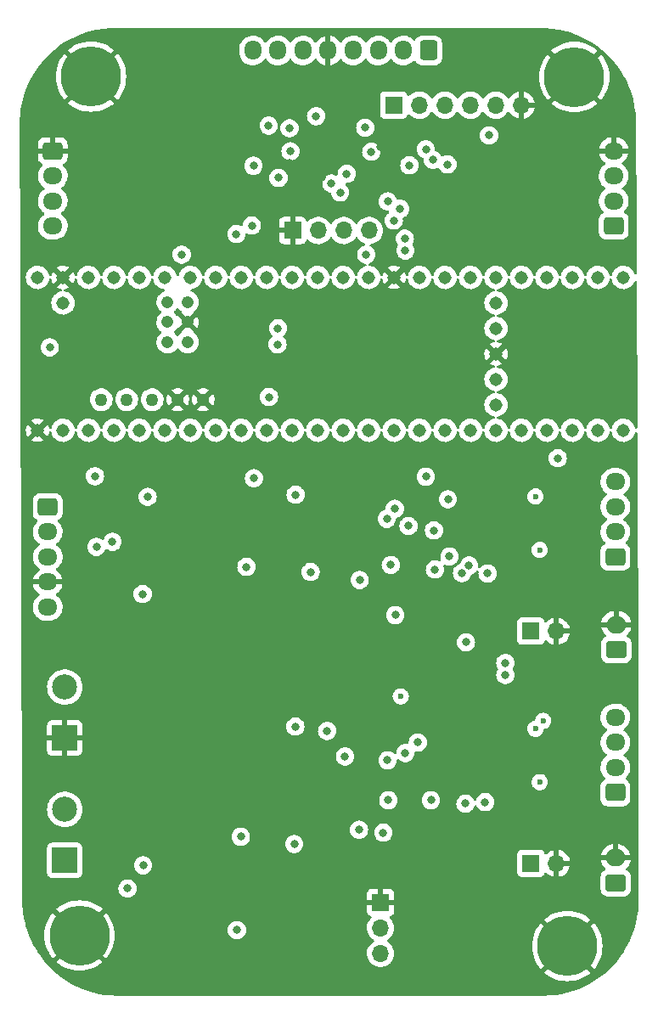
<source format=gbr>
%TF.GenerationSoftware,KiCad,Pcbnew,(6.0.5)*%
%TF.CreationDate,2022-06-08T15:49:38-06:00*%
%TF.ProjectId,main_board,6d61696e-5f62-46f6-9172-642e6b696361,rev?*%
%TF.SameCoordinates,Original*%
%TF.FileFunction,Copper,L3,Inr*%
%TF.FilePolarity,Positive*%
%FSLAX46Y46*%
G04 Gerber Fmt 4.6, Leading zero omitted, Abs format (unit mm)*
G04 Created by KiCad (PCBNEW (6.0.5)) date 2022-06-08 15:49:38*
%MOMM*%
%LPD*%
G01*
G04 APERTURE LIST*
G04 Aperture macros list*
%AMRoundRect*
0 Rectangle with rounded corners*
0 $1 Rounding radius*
0 $2 $3 $4 $5 $6 $7 $8 $9 X,Y pos of 4 corners*
0 Add a 4 corners polygon primitive as box body*
4,1,4,$2,$3,$4,$5,$6,$7,$8,$9,$2,$3,0*
0 Add four circle primitives for the rounded corners*
1,1,$1+$1,$2,$3*
1,1,$1+$1,$4,$5*
1,1,$1+$1,$6,$7*
1,1,$1+$1,$8,$9*
0 Add four rect primitives between the rounded corners*
20,1,$1+$1,$2,$3,$4,$5,0*
20,1,$1+$1,$4,$5,$6,$7,0*
20,1,$1+$1,$6,$7,$8,$9,0*
20,1,$1+$1,$8,$9,$2,$3,0*%
G04 Aperture macros list end*
%TA.AperFunction,ComponentPad*%
%ADD10RoundRect,0.250000X0.725000X-0.600000X0.725000X0.600000X-0.725000X0.600000X-0.725000X-0.600000X0*%
%TD*%
%TA.AperFunction,ComponentPad*%
%ADD11O,1.950000X1.700000*%
%TD*%
%TA.AperFunction,ComponentPad*%
%ADD12R,2.500000X2.500000*%
%TD*%
%TA.AperFunction,ComponentPad*%
%ADD13C,2.500000*%
%TD*%
%TA.AperFunction,ComponentPad*%
%ADD14RoundRect,0.250000X-0.725000X0.600000X-0.725000X-0.600000X0.725000X-0.600000X0.725000X0.600000X0*%
%TD*%
%TA.AperFunction,ComponentPad*%
%ADD15C,6.000000*%
%TD*%
%TA.AperFunction,ComponentPad*%
%ADD16R,1.700000X1.700000*%
%TD*%
%TA.AperFunction,ComponentPad*%
%ADD17O,1.700000X1.700000*%
%TD*%
%TA.AperFunction,ComponentPad*%
%ADD18C,1.308000*%
%TD*%
%TA.AperFunction,ComponentPad*%
%ADD19C,1.258000*%
%TD*%
%TA.AperFunction,ComponentPad*%
%ADD20C,1.208000*%
%TD*%
%TA.AperFunction,ComponentPad*%
%ADD21RoundRect,0.250000X0.750000X-0.600000X0.750000X0.600000X-0.750000X0.600000X-0.750000X-0.600000X0*%
%TD*%
%TA.AperFunction,ComponentPad*%
%ADD22O,2.000000X1.700000*%
%TD*%
%TA.AperFunction,ComponentPad*%
%ADD23RoundRect,0.250000X0.600000X0.725000X-0.600000X0.725000X-0.600000X-0.725000X0.600000X-0.725000X0*%
%TD*%
%TA.AperFunction,ComponentPad*%
%ADD24O,1.700000X1.950000*%
%TD*%
%TA.AperFunction,ViaPad*%
%ADD25C,0.800000*%
%TD*%
%TA.AperFunction,ViaPad*%
%ADD26C,0.600000*%
%TD*%
G04 APERTURE END LIST*
D10*
%TO.N,/Stepper_b1/1B_b*%
%TO.C,J7*%
X178750000Y-106500000D03*
D11*
%TO.N,/Stepper_b1/1A_b*%
X178750000Y-104000000D03*
%TO.N,/Stepper_b1/2A_b*%
X178750000Y-101500000D03*
%TO.N,/Stepper_b1/2B_b*%
X178750000Y-99000000D03*
%TD*%
D12*
%TO.N,GND*%
%TO.C,J4*%
X123835000Y-124545000D03*
D13*
%TO.N,/Stepper_b/VMM*%
X123835000Y-119465000D03*
%TD*%
D14*
%TO.N,/SET*%
%TO.C,J9*%
X122135000Y-101500000D03*
D11*
%TO.N,/TX_RF*%
X122135000Y-104000000D03*
%TO.N,/RX_RF*%
X122135000Y-106500000D03*
%TO.N,GND*%
X122135000Y-109000000D03*
%TO.N,+3V3*%
X122135000Y-111500000D03*
%TD*%
D15*
%TO.N,GND*%
%TO.C,H4*%
X126450000Y-58600000D03*
%TD*%
%TO.N,GND*%
%TO.C,H2*%
X174650000Y-58650000D03*
%TD*%
D14*
%TO.N,GND*%
%TO.C,J10*%
X122635000Y-66000000D03*
D11*
%TO.N,/TX_GPS*%
X122635000Y-68500000D03*
%TO.N,/RX_GPS*%
X122635000Y-71000000D03*
%TO.N,+3V3*%
X122635000Y-73500000D03*
%TD*%
D10*
%TO.N,+3V3*%
%TO.C,J1*%
X178585000Y-73500000D03*
D11*
%TO.N,/SDA*%
X178585000Y-71000000D03*
%TO.N,/SCL*%
X178585000Y-68500000D03*
%TO.N,GND*%
X178585000Y-66000000D03*
%TD*%
D16*
%TO.N,GND*%
%TO.C,J15*%
X155330000Y-140945000D03*
D17*
%TO.N,/TDS*%
X155330000Y-143485000D03*
%TO.N,+3V3*%
X155330000Y-146025000D03*
%TD*%
D18*
%TO.N,/LEDs/R_a*%
%TO.C,U4*%
X123665000Y-93870000D03*
%TO.N,/LEDs/G_a*%
X126205000Y-93870000D03*
%TO.N,/LEDs/B_a*%
X128745000Y-93870000D03*
%TO.N,/RX_RF*%
X131285000Y-93870000D03*
%TO.N,unconnected-(U4-Pad3.3V_1)*%
X156685000Y-93870000D03*
%TO.N,unconnected-(U4-Pad3.3V_2)*%
X126205000Y-78630000D03*
%TO.N,unconnected-(U4-Pad3.3V_3)*%
X166845000Y-88790000D03*
%TO.N,/TX_RF*%
X133825000Y-93870000D03*
%TO.N,/LEDs/SIGNAL*%
X136365000Y-93870000D03*
D19*
%TO.N,unconnected-(U4-Pad5V)*%
X127475000Y-90820000D03*
D18*
%TO.N,/SET*%
X138905000Y-93870000D03*
%TO.N,/Stepper_b/MS2_b*%
X141445000Y-93870000D03*
%TO.N,/Stepper_b/MS3_b*%
X143985000Y-93870000D03*
%TO.N,/Stepper_b/MS1_b*%
X146525000Y-93870000D03*
%TO.N,/CS_VD*%
X149065000Y-93870000D03*
%TO.N,/MOSI*%
X151605000Y-93870000D03*
%TO.N,/MISO*%
X154145000Y-93870000D03*
%TO.N,/SCK*%
X154145000Y-78630000D03*
%TO.N,/Teensy41/BUZZER*%
X151605000Y-78630000D03*
%TO.N,/LEDs/B_b*%
X149065000Y-78630000D03*
%TO.N,/V_DIV*%
X146525000Y-78630000D03*
%TO.N,/TDS*%
X143985000Y-78630000D03*
%TO.N,/SDA*%
X141445000Y-78630000D03*
%TO.N,/SCL*%
X138905000Y-78630000D03*
%TO.N,/TX_GPS*%
X136365000Y-78630000D03*
%TO.N,/RX_GPS*%
X133825000Y-78630000D03*
%TO.N,/LEDs/R_b*%
X131285000Y-78630000D03*
%TO.N,/LEDs/G_b*%
X128745000Y-78630000D03*
%TO.N,/Stepper_b/DIR_b*%
X159225000Y-93870000D03*
%TO.N,/Stepper_b/STEP_b*%
X161765000Y-93870000D03*
%TO.N,/Stepper_b/SLP_b*%
X164305000Y-93870000D03*
%TO.N,/Stepper_b/RST_b*%
X166845000Y-93870000D03*
%TO.N,/Stepper_b1/MS1_b*%
X169385000Y-93870000D03*
%TO.N,/Stepper_b1/MS2_b*%
X171925000Y-93870000D03*
%TO.N,/Stepper_b1/MS3_b*%
X174465000Y-93870000D03*
%TO.N,/Teensy41/Limit_p*%
X177005000Y-93870000D03*
%TO.N,/Teensy41/Limit_b*%
X179545000Y-93870000D03*
%TO.N,/INT_GYR*%
X179545000Y-78630000D03*
%TO.N,/INT_ACC*%
X177005000Y-78630000D03*
%TO.N,/INT_BAR*%
X174465000Y-78630000D03*
%TO.N,/INT_MAG*%
X171925000Y-78630000D03*
%TO.N,/CS*%
X169385000Y-78630000D03*
%TO.N,/Stepper_b1/DIR_b*%
X166845000Y-78630000D03*
%TO.N,/Stepper_b1/STEP_b*%
X164305000Y-78630000D03*
%TO.N,/Stepper_b1/RST_b*%
X161765000Y-78630000D03*
%TO.N,/Stepper_b1/SLP_b*%
X159225000Y-78630000D03*
D19*
%TO.N,unconnected-(U4-PadD+)*%
X132555000Y-90820000D03*
%TO.N,unconnected-(U4-PadD-)*%
X130015000Y-90820000D03*
D18*
%TO.N,GND*%
X121125000Y-93870000D03*
X156685000Y-78630000D03*
X123665000Y-78630000D03*
X166845000Y-86250000D03*
D20*
X136095000Y-83080000D03*
%TO.N,unconnected-(U4-PadLED)*%
X134095000Y-83080000D03*
D18*
%TO.N,unconnected-(U4-PadON/OFF)*%
X166845000Y-81170000D03*
%TO.N,unconnected-(U4-PadPROGRAM)*%
X166845000Y-83710000D03*
D20*
%TO.N,unconnected-(U4-PadR+)*%
X134095000Y-81080000D03*
%TO.N,unconnected-(U4-PadR-)*%
X136095000Y-81080000D03*
%TO.N,unconnected-(U4-PadT+)*%
X136095000Y-85080000D03*
%TO.N,unconnected-(U4-PadT-)*%
X134095000Y-85080000D03*
D19*
%TO.N,GND*%
X135095000Y-90820000D03*
X137635000Y-90820000D03*
D18*
%TO.N,unconnected-(U4-PadVBAT)*%
X166845000Y-91330000D03*
%TO.N,+5V*%
X121125000Y-78630000D03*
%TO.N,VBUS*%
X123665000Y-81170000D03*
%TD*%
D16*
%TO.N,+3V3*%
%TO.C,J8*%
X156650000Y-61450000D03*
D17*
%TO.N,/MOSI*%
X159190000Y-61450000D03*
%TO.N,/MISO*%
X161730000Y-61450000D03*
%TO.N,/SCK*%
X164270000Y-61450000D03*
%TO.N,/CS*%
X166810000Y-61450000D03*
%TO.N,GND*%
X169350000Y-61450000D03*
%TD*%
D21*
%TO.N,/Teensy41/Limit_b*%
%TO.C,J11*%
X178785000Y-139000000D03*
D22*
%TO.N,GND*%
X178785000Y-136500000D03*
%TD*%
D23*
%TO.N,/CS_VD*%
%TO.C,J5*%
X160100000Y-56000000D03*
D24*
%TO.N,/MOSI*%
X157600000Y-56000000D03*
%TO.N,/MISO*%
X155100000Y-56000000D03*
%TO.N,/SCK*%
X152600000Y-56000000D03*
%TO.N,GND*%
X150100000Y-56000000D03*
%TO.N,+3V3*%
X147600000Y-56000000D03*
%TO.N,/SDA*%
X145100000Y-56000000D03*
%TO.N,/SCL*%
X142600000Y-56000000D03*
%TD*%
D12*
%TO.N,Net-(J3-Pad1)*%
%TO.C,J3*%
X123835000Y-136750000D03*
D13*
%TO.N,Net-(J3-Pad2)*%
X123835000Y-131670000D03*
%TD*%
D16*
%TO.N,GND*%
%TO.C,J2*%
X146570000Y-73950000D03*
D17*
%TO.N,/SCL*%
X149110000Y-73950000D03*
%TO.N,/SDA*%
X151650000Y-73950000D03*
%TO.N,+3V3*%
X154190000Y-73950000D03*
%TD*%
D15*
%TO.N,GND*%
%TO.C,H1*%
X125300000Y-144250000D03*
%TD*%
%TO.N,GND*%
%TO.C,H3*%
X173950000Y-145300000D03*
%TD*%
D16*
%TO.N,/Stepper_b1/REF*%
%TO.C,J13*%
X170325000Y-113900000D03*
D17*
%TO.N,GND*%
X172865000Y-113900000D03*
%TD*%
D21*
%TO.N,/Teensy41/Limit_p*%
%TO.C,J12*%
X178835000Y-115750000D03*
D22*
%TO.N,GND*%
X178835000Y-113250000D03*
%TD*%
D16*
%TO.N,/Stepper_b/REF*%
%TO.C,J14*%
X170325000Y-137050000D03*
D17*
%TO.N,GND*%
X172865000Y-137050000D03*
%TD*%
D10*
%TO.N,/Stepper_b/1B_b*%
%TO.C,J6*%
X178750000Y-130000000D03*
D11*
%TO.N,/Stepper_b/1A_b*%
X178750000Y-127500000D03*
%TO.N,/Stepper_b/2A_b*%
X178750000Y-125000000D03*
%TO.N,/Stepper_b/2B_b*%
X178750000Y-122500000D03*
%TD*%
D25*
%TO.N,GND*%
X175500000Y-122900000D03*
D26*
X165385000Y-103100000D03*
X164500000Y-102010000D03*
D25*
X144250000Y-114950000D03*
X151250000Y-59350000D03*
D26*
X164330000Y-104140000D03*
X171700000Y-69750000D03*
X166470000Y-104190000D03*
D25*
X161850000Y-120650000D03*
X141430000Y-142520000D03*
X156025000Y-69525000D03*
X175300000Y-106300000D03*
X131085000Y-116215000D03*
X154100000Y-131400000D03*
X146250000Y-67200000D03*
X148000000Y-119250000D03*
X158325000Y-69525000D03*
D26*
X166550000Y-127250000D03*
D25*
X134200000Y-62200000D03*
X175750000Y-129700000D03*
D26*
X164400000Y-103130000D03*
D25*
X143950000Y-67250000D03*
X145430000Y-142520000D03*
X147300000Y-128850000D03*
D26*
X165420000Y-102050000D03*
X165390000Y-125140000D03*
D25*
X156237500Y-110137500D03*
X148100000Y-64500000D03*
X139150000Y-68550000D03*
X178400000Y-96100000D03*
X175350000Y-99850000D03*
X155300000Y-65600000D03*
X135900000Y-102600000D03*
X134250000Y-111350000D03*
D26*
X164310000Y-127240000D03*
D25*
X152200000Y-122750000D03*
X132500000Y-123400000D03*
X161750000Y-96950000D03*
D26*
X166470000Y-103110000D03*
D25*
X136650000Y-140000000D03*
X151500000Y-112550000D03*
D26*
X165385000Y-127205000D03*
D25*
X151650000Y-118870000D03*
X144000000Y-108250000D03*
X132000000Y-140100000D03*
D26*
X166400000Y-102050000D03*
D25*
X149450000Y-68700000D03*
X148600000Y-113000000D03*
X154750000Y-100300000D03*
X158500000Y-99500000D03*
D26*
X166550000Y-125130000D03*
X164300000Y-126240000D03*
D25*
X155950000Y-106050000D03*
D26*
X164350000Y-125170000D03*
X165385000Y-126250000D03*
X166530000Y-126210000D03*
D25*
X144050000Y-59200000D03*
X167100000Y-139200000D03*
D26*
X165385000Y-104135000D03*
D25*
%TO.N,+3V3*%
X150428256Y-69263771D03*
X156800000Y-112300000D03*
X156350000Y-107300000D03*
X151950000Y-68300000D03*
X156100000Y-130750000D03*
X144165000Y-63485000D03*
X158200000Y-67450000D03*
X148350000Y-108000000D03*
X148900000Y-62550000D03*
X159850000Y-65850000D03*
X126850000Y-98450000D03*
X146350000Y-66050000D03*
X155600000Y-134000000D03*
X142500000Y-73450000D03*
%TO.N,/TDS*%
X146850000Y-100300000D03*
X151780000Y-126390000D03*
X153180000Y-133700000D03*
X146835000Y-123415000D03*
%TO.N,/Stepper_b/VMM*%
X173000000Y-96650000D03*
D26*
X171200000Y-105800000D03*
X157350000Y-120400000D03*
X170775000Y-123625000D03*
D25*
X167775489Y-118274511D03*
D26*
X171550000Y-122850000D03*
X171200000Y-128950000D03*
X170775000Y-100475000D03*
D25*
X167775489Y-117074511D03*
%TO.N,+5V*%
X142700000Y-98650000D03*
X141950000Y-107500000D03*
%TO.N,Net-(D3-Pad1)*%
X146725000Y-135125000D03*
X130100000Y-139550000D03*
%TO.N,/Stepper_b/MS1_b*%
X159050000Y-125000000D03*
%TO.N,/Stepper_b/MS2_b*%
X150000000Y-123850000D03*
%TO.N,/Stepper_b/MS3_b*%
X157800000Y-126050989D03*
%TO.N,/Stepper_b/RST_b*%
X156024511Y-126775489D03*
X163850000Y-115000000D03*
%TO.N,/Stepper_b/SLP_b*%
X160350000Y-130750000D03*
X163450000Y-108100000D03*
%TO.N,/Stepper_b/STEP_b*%
X163800000Y-131100000D03*
X153250000Y-108800000D03*
%TO.N,/Stepper_b/DIR_b*%
X159850000Y-98500000D03*
X162050000Y-100750000D03*
X165750000Y-130950000D03*
%TO.N,/SDA*%
X162000000Y-67350000D03*
X145150000Y-68700000D03*
X156050000Y-71050000D03*
%TO.N,/SCL*%
X151300000Y-70150000D03*
X154400000Y-66100000D03*
X142655000Y-67495000D03*
%TO.N,Net-(J3-Pad1)*%
X141000000Y-143700000D03*
%TO.N,/CS_VD*%
X144200000Y-90550000D03*
X135500000Y-76350000D03*
%TO.N,/MOSI*%
X145050000Y-85300000D03*
%TO.N,/MISO*%
X145100000Y-83700000D03*
X140950000Y-74300000D03*
%TO.N,VBUS*%
X122350000Y-85600000D03*
X131600000Y-110200000D03*
X127000000Y-105500000D03*
%TO.N,Net-(R6-Pad2)*%
X131650000Y-137250000D03*
X141400000Y-134400000D03*
%TO.N,/V_DIV*%
X128590000Y-104990000D03*
%TO.N,/LEDs/R_b*%
X157800000Y-75950000D03*
%TO.N,/LEDs/G_b*%
X157750000Y-74750000D03*
%TO.N,/LEDs/B_b*%
X153900000Y-76350000D03*
%TO.N,/INT_ACC*%
X156650000Y-72950000D03*
%TO.N,/INT_GYR*%
X157299885Y-71783285D03*
%TO.N,/INT_MAG*%
X160550000Y-66900000D03*
X166150000Y-64450000D03*
%TO.N,/INT_BAR*%
X146250000Y-63750000D03*
X153800000Y-63700000D03*
%TO.N,/Stepper_b1/MS1_b*%
X156750000Y-101700000D03*
%TO.N,/Stepper_b1/MS2_b*%
X155950000Y-102700000D03*
%TO.N,/Stepper_b1/MS3_b*%
X158114554Y-103415387D03*
%TO.N,/Stepper_b1/RST_b*%
X160650000Y-103850000D03*
%TO.N,/Stepper_b1/SLP_b*%
X160750000Y-107750000D03*
%TO.N,/Stepper_b1/STEP_b*%
X162200000Y-106450000D03*
X164150000Y-107350000D03*
%TO.N,/Stepper_b1/DIR_b*%
X166000000Y-108150000D03*
%TO.N,/LEDs/SIGNAL*%
X132100000Y-100500000D03*
%TD*%
%TA.AperFunction,Conductor*%
%TO.N,GND*%
G36*
X171305018Y-53760000D02*
G01*
X171319851Y-53762310D01*
X171319855Y-53762310D01*
X171328724Y-53763691D01*
X171337626Y-53762527D01*
X171337628Y-53762527D01*
X171346681Y-53761343D01*
X171351837Y-53760669D01*
X171372129Y-53759667D01*
X171927018Y-53777105D01*
X171934918Y-53777602D01*
X172270516Y-53809325D01*
X172520666Y-53832971D01*
X172528501Y-53833961D01*
X173109624Y-53926002D01*
X173117392Y-53927485D01*
X173691582Y-54055832D01*
X173699249Y-54057800D01*
X173969892Y-54136429D01*
X174264245Y-54221946D01*
X174271748Y-54224384D01*
X174825344Y-54423690D01*
X174832672Y-54426592D01*
X175372663Y-54660267D01*
X175379795Y-54663623D01*
X175747659Y-54851059D01*
X175904036Y-54930737D01*
X175910972Y-54934550D01*
X176417394Y-55234047D01*
X176424077Y-55238289D01*
X176910698Y-55568996D01*
X176917102Y-55573649D01*
X177381976Y-55934243D01*
X177388075Y-55939288D01*
X177829414Y-56328380D01*
X177835184Y-56333799D01*
X178251201Y-56749816D01*
X178256620Y-56755586D01*
X178645712Y-57196925D01*
X178650757Y-57203024D01*
X178894824Y-57517672D01*
X179011351Y-57667898D01*
X179016004Y-57674302D01*
X179346711Y-58160923D01*
X179350953Y-58167606D01*
X179650450Y-58674028D01*
X179654263Y-58680964D01*
X179921377Y-59205205D01*
X179924733Y-59212337D01*
X180158408Y-59752328D01*
X180161310Y-59759656D01*
X180360202Y-60312101D01*
X180360612Y-60313239D01*
X180363054Y-60320755D01*
X180414415Y-60497540D01*
X180527200Y-60885751D01*
X180529168Y-60893418D01*
X180657515Y-61467608D01*
X180658998Y-61475376D01*
X180747666Y-62035198D01*
X180751038Y-62056490D01*
X180752029Y-62064334D01*
X180770402Y-62258699D01*
X180807398Y-62650082D01*
X180807895Y-62657982D01*
X180825095Y-63205300D01*
X180823657Y-63228642D01*
X180822690Y-63234850D01*
X180822690Y-63234855D01*
X180821309Y-63243724D01*
X180822473Y-63252626D01*
X180822473Y-63252628D01*
X180825571Y-63276314D01*
X180826634Y-63292243D01*
X180859487Y-73476799D01*
X180874585Y-78157157D01*
X180854803Y-78225341D01*
X180801298Y-78272007D01*
X180731057Y-78282338D01*
X180666381Y-78253053D01*
X180636630Y-78210778D01*
X180634936Y-78211613D01*
X180542995Y-78025174D01*
X180540440Y-78019993D01*
X180521139Y-77994145D01*
X180416060Y-77853427D01*
X180416059Y-77853426D01*
X180412607Y-77848803D01*
X180408371Y-77844887D01*
X180259957Y-77707695D01*
X180259954Y-77707693D01*
X180255717Y-77703776D01*
X180075025Y-77589768D01*
X179876582Y-77510597D01*
X179870925Y-77509472D01*
X179870919Y-77509470D01*
X179672703Y-77470043D01*
X179672699Y-77470043D01*
X179667035Y-77468916D01*
X179661260Y-77468840D01*
X179661256Y-77468840D01*
X179553997Y-77467436D01*
X179453401Y-77466119D01*
X179447704Y-77467098D01*
X179447703Y-77467098D01*
X179248531Y-77501322D01*
X179242834Y-77502301D01*
X179042387Y-77576250D01*
X179037426Y-77579202D01*
X179037425Y-77579202D01*
X178863740Y-77682533D01*
X178863737Y-77682535D01*
X178858772Y-77685489D01*
X178854432Y-77689295D01*
X178854428Y-77689298D01*
X178702481Y-77822553D01*
X178698140Y-77826360D01*
X178565869Y-77994145D01*
X178563180Y-77999256D01*
X178563178Y-77999259D01*
X178549544Y-78025174D01*
X178466389Y-78183225D01*
X178464675Y-78188746D01*
X178464673Y-78188750D01*
X178440854Y-78265461D01*
X178403032Y-78387267D01*
X178402354Y-78392996D01*
X178402354Y-78392997D01*
X178400823Y-78405930D01*
X178372952Y-78471228D01*
X178314204Y-78511092D01*
X178243229Y-78512865D01*
X178182563Y-78475986D01*
X178153323Y-78417133D01*
X178152930Y-78417244D01*
X178150214Y-78407611D01*
X178096504Y-78217172D01*
X178096503Y-78217170D01*
X178094936Y-78211613D01*
X178083756Y-78188941D01*
X178002995Y-78025174D01*
X178000440Y-78019993D01*
X177981139Y-77994145D01*
X177876060Y-77853427D01*
X177876059Y-77853426D01*
X177872607Y-77848803D01*
X177868371Y-77844887D01*
X177719957Y-77707695D01*
X177719954Y-77707693D01*
X177715717Y-77703776D01*
X177535025Y-77589768D01*
X177336582Y-77510597D01*
X177330925Y-77509472D01*
X177330919Y-77509470D01*
X177132703Y-77470043D01*
X177132699Y-77470043D01*
X177127035Y-77468916D01*
X177121260Y-77468840D01*
X177121256Y-77468840D01*
X177013997Y-77467436D01*
X176913401Y-77466119D01*
X176907704Y-77467098D01*
X176907703Y-77467098D01*
X176708531Y-77501322D01*
X176702834Y-77502301D01*
X176502387Y-77576250D01*
X176497426Y-77579202D01*
X176497425Y-77579202D01*
X176323740Y-77682533D01*
X176323737Y-77682535D01*
X176318772Y-77685489D01*
X176314432Y-77689295D01*
X176314428Y-77689298D01*
X176162481Y-77822553D01*
X176158140Y-77826360D01*
X176025869Y-77994145D01*
X176023180Y-77999256D01*
X176023178Y-77999259D01*
X176009544Y-78025174D01*
X175926389Y-78183225D01*
X175924675Y-78188746D01*
X175924673Y-78188750D01*
X175900854Y-78265461D01*
X175863032Y-78387267D01*
X175862354Y-78392996D01*
X175862354Y-78392997D01*
X175860823Y-78405930D01*
X175832952Y-78471228D01*
X175774204Y-78511092D01*
X175703229Y-78512865D01*
X175642563Y-78475986D01*
X175613323Y-78417133D01*
X175612930Y-78417244D01*
X175610214Y-78407611D01*
X175556504Y-78217172D01*
X175556503Y-78217170D01*
X175554936Y-78211613D01*
X175543756Y-78188941D01*
X175462995Y-78025174D01*
X175460440Y-78019993D01*
X175441139Y-77994145D01*
X175336060Y-77853427D01*
X175336059Y-77853426D01*
X175332607Y-77848803D01*
X175328371Y-77844887D01*
X175179957Y-77707695D01*
X175179954Y-77707693D01*
X175175717Y-77703776D01*
X174995025Y-77589768D01*
X174796582Y-77510597D01*
X174790925Y-77509472D01*
X174790919Y-77509470D01*
X174592703Y-77470043D01*
X174592699Y-77470043D01*
X174587035Y-77468916D01*
X174581260Y-77468840D01*
X174581256Y-77468840D01*
X174473997Y-77467436D01*
X174373401Y-77466119D01*
X174367704Y-77467098D01*
X174367703Y-77467098D01*
X174168531Y-77501322D01*
X174162834Y-77502301D01*
X173962387Y-77576250D01*
X173957426Y-77579202D01*
X173957425Y-77579202D01*
X173783740Y-77682533D01*
X173783737Y-77682535D01*
X173778772Y-77685489D01*
X173774432Y-77689295D01*
X173774428Y-77689298D01*
X173622481Y-77822553D01*
X173618140Y-77826360D01*
X173485869Y-77994145D01*
X173483180Y-77999256D01*
X173483178Y-77999259D01*
X173469544Y-78025174D01*
X173386389Y-78183225D01*
X173384675Y-78188746D01*
X173384673Y-78188750D01*
X173360854Y-78265461D01*
X173323032Y-78387267D01*
X173322354Y-78392996D01*
X173322354Y-78392997D01*
X173320823Y-78405930D01*
X173292952Y-78471228D01*
X173234204Y-78511092D01*
X173163229Y-78512865D01*
X173102563Y-78475986D01*
X173073323Y-78417133D01*
X173072930Y-78417244D01*
X173070214Y-78407611D01*
X173016504Y-78217172D01*
X173016503Y-78217170D01*
X173014936Y-78211613D01*
X173003756Y-78188941D01*
X172922995Y-78025174D01*
X172920440Y-78019993D01*
X172901139Y-77994145D01*
X172796060Y-77853427D01*
X172796059Y-77853426D01*
X172792607Y-77848803D01*
X172788371Y-77844887D01*
X172639957Y-77707695D01*
X172639954Y-77707693D01*
X172635717Y-77703776D01*
X172455025Y-77589768D01*
X172256582Y-77510597D01*
X172250925Y-77509472D01*
X172250919Y-77509470D01*
X172052703Y-77470043D01*
X172052699Y-77470043D01*
X172047035Y-77468916D01*
X172041260Y-77468840D01*
X172041256Y-77468840D01*
X171933997Y-77467436D01*
X171833401Y-77466119D01*
X171827704Y-77467098D01*
X171827703Y-77467098D01*
X171628531Y-77501322D01*
X171622834Y-77502301D01*
X171422387Y-77576250D01*
X171417426Y-77579202D01*
X171417425Y-77579202D01*
X171243740Y-77682533D01*
X171243737Y-77682535D01*
X171238772Y-77685489D01*
X171234432Y-77689295D01*
X171234428Y-77689298D01*
X171082481Y-77822553D01*
X171078140Y-77826360D01*
X170945869Y-77994145D01*
X170943180Y-77999256D01*
X170943178Y-77999259D01*
X170929544Y-78025174D01*
X170846389Y-78183225D01*
X170844675Y-78188746D01*
X170844673Y-78188750D01*
X170820854Y-78265461D01*
X170783032Y-78387267D01*
X170782354Y-78392996D01*
X170782354Y-78392997D01*
X170780823Y-78405930D01*
X170752952Y-78471228D01*
X170694204Y-78511092D01*
X170623229Y-78512865D01*
X170562563Y-78475986D01*
X170533323Y-78417133D01*
X170532930Y-78417244D01*
X170530214Y-78407611D01*
X170476504Y-78217172D01*
X170476503Y-78217170D01*
X170474936Y-78211613D01*
X170463756Y-78188941D01*
X170382995Y-78025174D01*
X170380440Y-78019993D01*
X170361139Y-77994145D01*
X170256060Y-77853427D01*
X170256059Y-77853426D01*
X170252607Y-77848803D01*
X170248371Y-77844887D01*
X170099957Y-77707695D01*
X170099954Y-77707693D01*
X170095717Y-77703776D01*
X169915025Y-77589768D01*
X169716582Y-77510597D01*
X169710925Y-77509472D01*
X169710919Y-77509470D01*
X169512703Y-77470043D01*
X169512699Y-77470043D01*
X169507035Y-77468916D01*
X169501260Y-77468840D01*
X169501256Y-77468840D01*
X169393997Y-77467436D01*
X169293401Y-77466119D01*
X169287704Y-77467098D01*
X169287703Y-77467098D01*
X169088531Y-77501322D01*
X169082834Y-77502301D01*
X168882387Y-77576250D01*
X168877426Y-77579202D01*
X168877425Y-77579202D01*
X168703740Y-77682533D01*
X168703737Y-77682535D01*
X168698772Y-77685489D01*
X168694432Y-77689295D01*
X168694428Y-77689298D01*
X168542481Y-77822553D01*
X168538140Y-77826360D01*
X168405869Y-77994145D01*
X168403180Y-77999256D01*
X168403178Y-77999259D01*
X168389544Y-78025174D01*
X168306389Y-78183225D01*
X168304675Y-78188746D01*
X168304673Y-78188750D01*
X168280854Y-78265461D01*
X168243032Y-78387267D01*
X168242354Y-78392996D01*
X168242354Y-78392997D01*
X168240823Y-78405930D01*
X168212952Y-78471228D01*
X168154204Y-78511092D01*
X168083229Y-78512865D01*
X168022563Y-78475986D01*
X167993323Y-78417133D01*
X167992930Y-78417244D01*
X167990214Y-78407611D01*
X167936504Y-78217172D01*
X167936503Y-78217170D01*
X167934936Y-78211613D01*
X167923756Y-78188941D01*
X167842995Y-78025174D01*
X167840440Y-78019993D01*
X167821139Y-77994145D01*
X167716060Y-77853427D01*
X167716059Y-77853426D01*
X167712607Y-77848803D01*
X167708371Y-77844887D01*
X167559957Y-77707695D01*
X167559954Y-77707693D01*
X167555717Y-77703776D01*
X167375025Y-77589768D01*
X167176582Y-77510597D01*
X167170925Y-77509472D01*
X167170919Y-77509470D01*
X166972703Y-77470043D01*
X166972699Y-77470043D01*
X166967035Y-77468916D01*
X166961260Y-77468840D01*
X166961256Y-77468840D01*
X166853997Y-77467436D01*
X166753401Y-77466119D01*
X166747704Y-77467098D01*
X166747703Y-77467098D01*
X166548531Y-77501322D01*
X166542834Y-77502301D01*
X166342387Y-77576250D01*
X166337426Y-77579202D01*
X166337425Y-77579202D01*
X166163740Y-77682533D01*
X166163737Y-77682535D01*
X166158772Y-77685489D01*
X166154432Y-77689295D01*
X166154428Y-77689298D01*
X166002481Y-77822553D01*
X165998140Y-77826360D01*
X165865869Y-77994145D01*
X165863180Y-77999256D01*
X165863178Y-77999259D01*
X165849544Y-78025174D01*
X165766389Y-78183225D01*
X165764675Y-78188746D01*
X165764673Y-78188750D01*
X165740854Y-78265461D01*
X165703032Y-78387267D01*
X165702354Y-78392996D01*
X165702354Y-78392997D01*
X165700823Y-78405930D01*
X165672952Y-78471228D01*
X165614204Y-78511092D01*
X165543229Y-78512865D01*
X165482563Y-78475986D01*
X165453323Y-78417133D01*
X165452930Y-78417244D01*
X165450214Y-78407611D01*
X165396504Y-78217172D01*
X165396503Y-78217170D01*
X165394936Y-78211613D01*
X165383756Y-78188941D01*
X165302995Y-78025174D01*
X165300440Y-78019993D01*
X165281139Y-77994145D01*
X165176060Y-77853427D01*
X165176059Y-77853426D01*
X165172607Y-77848803D01*
X165168371Y-77844887D01*
X165019957Y-77707695D01*
X165019954Y-77707693D01*
X165015717Y-77703776D01*
X164835025Y-77589768D01*
X164636582Y-77510597D01*
X164630925Y-77509472D01*
X164630919Y-77509470D01*
X164432703Y-77470043D01*
X164432699Y-77470043D01*
X164427035Y-77468916D01*
X164421260Y-77468840D01*
X164421256Y-77468840D01*
X164313997Y-77467436D01*
X164213401Y-77466119D01*
X164207704Y-77467098D01*
X164207703Y-77467098D01*
X164008531Y-77501322D01*
X164002834Y-77502301D01*
X163802387Y-77576250D01*
X163797426Y-77579202D01*
X163797425Y-77579202D01*
X163623740Y-77682533D01*
X163623737Y-77682535D01*
X163618772Y-77685489D01*
X163614432Y-77689295D01*
X163614428Y-77689298D01*
X163462481Y-77822553D01*
X163458140Y-77826360D01*
X163325869Y-77994145D01*
X163323180Y-77999256D01*
X163323178Y-77999259D01*
X163309544Y-78025174D01*
X163226389Y-78183225D01*
X163224675Y-78188746D01*
X163224673Y-78188750D01*
X163200854Y-78265461D01*
X163163032Y-78387267D01*
X163162354Y-78392996D01*
X163162354Y-78392997D01*
X163160823Y-78405930D01*
X163132952Y-78471228D01*
X163074204Y-78511092D01*
X163003229Y-78512865D01*
X162942563Y-78475986D01*
X162913323Y-78417133D01*
X162912930Y-78417244D01*
X162910214Y-78407611D01*
X162856504Y-78217172D01*
X162856503Y-78217170D01*
X162854936Y-78211613D01*
X162843756Y-78188941D01*
X162762995Y-78025174D01*
X162760440Y-78019993D01*
X162741139Y-77994145D01*
X162636060Y-77853427D01*
X162636059Y-77853426D01*
X162632607Y-77848803D01*
X162628371Y-77844887D01*
X162479957Y-77707695D01*
X162479954Y-77707693D01*
X162475717Y-77703776D01*
X162295025Y-77589768D01*
X162096582Y-77510597D01*
X162090925Y-77509472D01*
X162090919Y-77509470D01*
X161892703Y-77470043D01*
X161892699Y-77470043D01*
X161887035Y-77468916D01*
X161881260Y-77468840D01*
X161881256Y-77468840D01*
X161773997Y-77467436D01*
X161673401Y-77466119D01*
X161667704Y-77467098D01*
X161667703Y-77467098D01*
X161468531Y-77501322D01*
X161462834Y-77502301D01*
X161262387Y-77576250D01*
X161257426Y-77579202D01*
X161257425Y-77579202D01*
X161083740Y-77682533D01*
X161083737Y-77682535D01*
X161078772Y-77685489D01*
X161074432Y-77689295D01*
X161074428Y-77689298D01*
X160922481Y-77822553D01*
X160918140Y-77826360D01*
X160785869Y-77994145D01*
X160783180Y-77999256D01*
X160783178Y-77999259D01*
X160769544Y-78025174D01*
X160686389Y-78183225D01*
X160684675Y-78188746D01*
X160684673Y-78188750D01*
X160660854Y-78265461D01*
X160623032Y-78387267D01*
X160622354Y-78392996D01*
X160622354Y-78392997D01*
X160620823Y-78405930D01*
X160592952Y-78471228D01*
X160534204Y-78511092D01*
X160463229Y-78512865D01*
X160402563Y-78475986D01*
X160373323Y-78417133D01*
X160372930Y-78417244D01*
X160370214Y-78407611D01*
X160316504Y-78217172D01*
X160316503Y-78217170D01*
X160314936Y-78211613D01*
X160303756Y-78188941D01*
X160222995Y-78025174D01*
X160220440Y-78019993D01*
X160201139Y-77994145D01*
X160096060Y-77853427D01*
X160096059Y-77853426D01*
X160092607Y-77848803D01*
X160088371Y-77844887D01*
X159939957Y-77707695D01*
X159939954Y-77707693D01*
X159935717Y-77703776D01*
X159755025Y-77589768D01*
X159556582Y-77510597D01*
X159550925Y-77509472D01*
X159550919Y-77509470D01*
X159352703Y-77470043D01*
X159352699Y-77470043D01*
X159347035Y-77468916D01*
X159341260Y-77468840D01*
X159341256Y-77468840D01*
X159233997Y-77467436D01*
X159133401Y-77466119D01*
X159127704Y-77467098D01*
X159127703Y-77467098D01*
X158928531Y-77501322D01*
X158922834Y-77502301D01*
X158722387Y-77576250D01*
X158717426Y-77579202D01*
X158717425Y-77579202D01*
X158543740Y-77682533D01*
X158543737Y-77682535D01*
X158538772Y-77685489D01*
X158534432Y-77689295D01*
X158534428Y-77689298D01*
X158382481Y-77822553D01*
X158378140Y-77826360D01*
X158245869Y-77994145D01*
X158243180Y-77999256D01*
X158243178Y-77999259D01*
X158229544Y-78025174D01*
X158146389Y-78183225D01*
X158144675Y-78188746D01*
X158144673Y-78188750D01*
X158120854Y-78265461D01*
X158083032Y-78387267D01*
X158082354Y-78392996D01*
X158082352Y-78393006D01*
X158080623Y-78407611D01*
X158052752Y-78472908D01*
X157994003Y-78512771D01*
X157923028Y-78514544D01*
X157862363Y-78477663D01*
X157831606Y-78415757D01*
X157830867Y-78411767D01*
X157776038Y-78217357D01*
X157771913Y-78206610D01*
X157682567Y-78025438D01*
X157678663Y-78019066D01*
X157668453Y-78011404D01*
X157656033Y-78018177D01*
X157057022Y-78617188D01*
X157049408Y-78631132D01*
X157049539Y-78632965D01*
X157053790Y-78639580D01*
X157654910Y-79240700D01*
X157667290Y-79247460D01*
X157673870Y-79242534D01*
X157748267Y-79109688D01*
X157752943Y-79099185D01*
X157817878Y-78907894D01*
X157820563Y-78896712D01*
X157828769Y-78840114D01*
X157858339Y-78775568D01*
X157918111Y-78737256D01*
X157989108Y-78737340D01*
X158048788Y-78775795D01*
X158075588Y-78827179D01*
X158124485Y-79019713D01*
X158213933Y-79213740D01*
X158337241Y-79388218D01*
X158490281Y-79537302D01*
X158667927Y-79656001D01*
X158673230Y-79658279D01*
X158673233Y-79658281D01*
X158835828Y-79728137D01*
X158864229Y-79740339D01*
X158963836Y-79762878D01*
X159066977Y-79786217D01*
X159066980Y-79786217D01*
X159072613Y-79787492D01*
X159078384Y-79787719D01*
X159078386Y-79787719D01*
X159143363Y-79790272D01*
X159286101Y-79795880D01*
X159411685Y-79777671D01*
X159491829Y-79766051D01*
X159491834Y-79766050D01*
X159497543Y-79765222D01*
X159503007Y-79763367D01*
X159503012Y-79763366D01*
X159694389Y-79698402D01*
X159699857Y-79696546D01*
X159886268Y-79592151D01*
X160050533Y-79455533D01*
X160187151Y-79291268D01*
X160291546Y-79104857D01*
X160318726Y-79024788D01*
X160358366Y-78908012D01*
X160358367Y-78908007D01*
X160360222Y-78902543D01*
X160369090Y-78841379D01*
X160398660Y-78776835D01*
X160458431Y-78738522D01*
X160529428Y-78738606D01*
X160589108Y-78777061D01*
X160615909Y-78828445D01*
X160634728Y-78902543D01*
X160664485Y-79019713D01*
X160753933Y-79213740D01*
X160877241Y-79388218D01*
X161030281Y-79537302D01*
X161207927Y-79656001D01*
X161213230Y-79658279D01*
X161213233Y-79658281D01*
X161375828Y-79728137D01*
X161404229Y-79740339D01*
X161503836Y-79762878D01*
X161606977Y-79786217D01*
X161606980Y-79786217D01*
X161612613Y-79787492D01*
X161618384Y-79787719D01*
X161618386Y-79787719D01*
X161683363Y-79790272D01*
X161826101Y-79795880D01*
X161951685Y-79777671D01*
X162031829Y-79766051D01*
X162031834Y-79766050D01*
X162037543Y-79765222D01*
X162043007Y-79763367D01*
X162043012Y-79763366D01*
X162234389Y-79698402D01*
X162239857Y-79696546D01*
X162426268Y-79592151D01*
X162590533Y-79455533D01*
X162727151Y-79291268D01*
X162831546Y-79104857D01*
X162858726Y-79024788D01*
X162898366Y-78908012D01*
X162898367Y-78908007D01*
X162900222Y-78902543D01*
X162909090Y-78841379D01*
X162938660Y-78776835D01*
X162998431Y-78738522D01*
X163069428Y-78738606D01*
X163129108Y-78777061D01*
X163155909Y-78828445D01*
X163174728Y-78902543D01*
X163204485Y-79019713D01*
X163293933Y-79213740D01*
X163417241Y-79388218D01*
X163570281Y-79537302D01*
X163747927Y-79656001D01*
X163753230Y-79658279D01*
X163753233Y-79658281D01*
X163915828Y-79728137D01*
X163944229Y-79740339D01*
X164043836Y-79762878D01*
X164146977Y-79786217D01*
X164146980Y-79786217D01*
X164152613Y-79787492D01*
X164158384Y-79787719D01*
X164158386Y-79787719D01*
X164223363Y-79790272D01*
X164366101Y-79795880D01*
X164491685Y-79777671D01*
X164571829Y-79766051D01*
X164571834Y-79766050D01*
X164577543Y-79765222D01*
X164583007Y-79763367D01*
X164583012Y-79763366D01*
X164774389Y-79698402D01*
X164779857Y-79696546D01*
X164966268Y-79592151D01*
X165130533Y-79455533D01*
X165267151Y-79291268D01*
X165371546Y-79104857D01*
X165398726Y-79024788D01*
X165438366Y-78908012D01*
X165438367Y-78908007D01*
X165440222Y-78902543D01*
X165449090Y-78841379D01*
X165478660Y-78776835D01*
X165538431Y-78738522D01*
X165609428Y-78738606D01*
X165669108Y-78777061D01*
X165695909Y-78828445D01*
X165714728Y-78902543D01*
X165744485Y-79019713D01*
X165833933Y-79213740D01*
X165957241Y-79388218D01*
X166110281Y-79537302D01*
X166287927Y-79656001D01*
X166293230Y-79658279D01*
X166293233Y-79658281D01*
X166455828Y-79728137D01*
X166484229Y-79740339D01*
X166555355Y-79756433D01*
X166650190Y-79777893D01*
X166712217Y-79812436D01*
X166745721Y-79875030D01*
X166740067Y-79945801D01*
X166697048Y-80002280D01*
X166643721Y-80024965D01*
X166542834Y-80042301D01*
X166342387Y-80116250D01*
X166337426Y-80119202D01*
X166337425Y-80119202D01*
X166163740Y-80222533D01*
X166163737Y-80222535D01*
X166158772Y-80225489D01*
X166154432Y-80229295D01*
X166154428Y-80229298D01*
X166041326Y-80328487D01*
X165998140Y-80366360D01*
X165865869Y-80534145D01*
X165863180Y-80539256D01*
X165863178Y-80539259D01*
X165849544Y-80565174D01*
X165766389Y-80723225D01*
X165764675Y-80728746D01*
X165764673Y-80728750D01*
X165717041Y-80882151D01*
X165703032Y-80927267D01*
X165677920Y-81139439D01*
X165691894Y-81352634D01*
X165744485Y-81559713D01*
X165833933Y-81753740D01*
X165957241Y-81928218D01*
X166110281Y-82077302D01*
X166115084Y-82080512D01*
X166115085Y-82080512D01*
X166145258Y-82100673D01*
X166287927Y-82196001D01*
X166293230Y-82198279D01*
X166293233Y-82198281D01*
X166478922Y-82278059D01*
X166484229Y-82280339D01*
X166555355Y-82296433D01*
X166650190Y-82317893D01*
X166712217Y-82352436D01*
X166745721Y-82415030D01*
X166740067Y-82485801D01*
X166697048Y-82542280D01*
X166643721Y-82564965D01*
X166542834Y-82582301D01*
X166342387Y-82656250D01*
X166337426Y-82659202D01*
X166337425Y-82659202D01*
X166163740Y-82762533D01*
X166163737Y-82762535D01*
X166158772Y-82765489D01*
X166154432Y-82769295D01*
X166154428Y-82769298D01*
X166025643Y-82882240D01*
X165998140Y-82906360D01*
X165865869Y-83074145D01*
X165863180Y-83079256D01*
X165863178Y-83079259D01*
X165816082Y-83168774D01*
X165766389Y-83263225D01*
X165764675Y-83268746D01*
X165764673Y-83268750D01*
X165707766Y-83452022D01*
X165703032Y-83467267D01*
X165677920Y-83679439D01*
X165691894Y-83892634D01*
X165744485Y-84099713D01*
X165833933Y-84293740D01*
X165957241Y-84468218D01*
X165961383Y-84472253D01*
X165982860Y-84493175D01*
X166110281Y-84617302D01*
X166287927Y-84736001D01*
X166293230Y-84738279D01*
X166293233Y-84738281D01*
X166457562Y-84808882D01*
X166484229Y-84820339D01*
X166580804Y-84842192D01*
X166651464Y-84858181D01*
X166713491Y-84892724D01*
X166746995Y-84955318D01*
X166741341Y-85026089D01*
X166698322Y-85082568D01*
X166644994Y-85105254D01*
X166548661Y-85121807D01*
X166537541Y-85124787D01*
X166348019Y-85194705D01*
X166337642Y-85199655D01*
X166237987Y-85258944D01*
X166228389Y-85269277D01*
X166231876Y-85277666D01*
X166832188Y-85877978D01*
X166846132Y-85885592D01*
X166847965Y-85885461D01*
X166854580Y-85881210D01*
X167454433Y-85281357D01*
X167461193Y-85268977D01*
X167455163Y-85260922D01*
X167379680Y-85213296D01*
X167369436Y-85208076D01*
X167181808Y-85133220D01*
X167170770Y-85129950D01*
X167039589Y-85103857D01*
X166976679Y-85070950D01*
X166941547Y-85009255D01*
X166945347Y-84938360D01*
X166986872Y-84880774D01*
X167046089Y-84855582D01*
X167117543Y-84845222D01*
X167123007Y-84843367D01*
X167123012Y-84843366D01*
X167314389Y-84778402D01*
X167319857Y-84776546D01*
X167506268Y-84672151D01*
X167670533Y-84535533D01*
X167807151Y-84371268D01*
X167911546Y-84184857D01*
X167942349Y-84094113D01*
X167978366Y-83988012D01*
X167978367Y-83988007D01*
X167980222Y-83982543D01*
X167984726Y-83951486D01*
X168005877Y-83805606D01*
X168010880Y-83771101D01*
X168012480Y-83710000D01*
X167992930Y-83497244D01*
X167986092Y-83472996D01*
X167936504Y-83297172D01*
X167936503Y-83297170D01*
X167934936Y-83291613D01*
X167923662Y-83268750D01*
X167842995Y-83105174D01*
X167840440Y-83099993D01*
X167828277Y-83083704D01*
X167716060Y-82933427D01*
X167716059Y-82933426D01*
X167712607Y-82928803D01*
X167695255Y-82912763D01*
X167559957Y-82787695D01*
X167559954Y-82787693D01*
X167555717Y-82783776D01*
X167375025Y-82669768D01*
X167176582Y-82590597D01*
X167115193Y-82578386D01*
X167041070Y-82563642D01*
X166978161Y-82530734D01*
X166943029Y-82469039D01*
X166946829Y-82398145D01*
X166988355Y-82340559D01*
X167047570Y-82315368D01*
X167117543Y-82305222D01*
X167123007Y-82303367D01*
X167123012Y-82303366D01*
X167314389Y-82238402D01*
X167319857Y-82236546D01*
X167506268Y-82132151D01*
X167670533Y-81995533D01*
X167738842Y-81913400D01*
X167803460Y-81835706D01*
X167807151Y-81831268D01*
X167911546Y-81644857D01*
X167950886Y-81528965D01*
X167978366Y-81448012D01*
X167978367Y-81448007D01*
X167980222Y-81442543D01*
X167993259Y-81352634D01*
X168010347Y-81234775D01*
X168010880Y-81231101D01*
X168012480Y-81170000D01*
X167992930Y-80957244D01*
X167986092Y-80932996D01*
X167936504Y-80757172D01*
X167936503Y-80757170D01*
X167934936Y-80751613D01*
X167923662Y-80728750D01*
X167842995Y-80565174D01*
X167840440Y-80559993D01*
X167821139Y-80534145D01*
X167716060Y-80393427D01*
X167716059Y-80393426D01*
X167712607Y-80388803D01*
X167708371Y-80384887D01*
X167559957Y-80247695D01*
X167559954Y-80247693D01*
X167555717Y-80243776D01*
X167375025Y-80129768D01*
X167176582Y-80050597D01*
X167115193Y-80038386D01*
X167041070Y-80023642D01*
X166978161Y-79990734D01*
X166943029Y-79929039D01*
X166946829Y-79858145D01*
X166988355Y-79800559D01*
X167047570Y-79775368D01*
X167117543Y-79765222D01*
X167123007Y-79763367D01*
X167123012Y-79763366D01*
X167314389Y-79698402D01*
X167319857Y-79696546D01*
X167506268Y-79592151D01*
X167670533Y-79455533D01*
X167807151Y-79291268D01*
X167911546Y-79104857D01*
X167938726Y-79024788D01*
X167978366Y-78908012D01*
X167978367Y-78908007D01*
X167980222Y-78902543D01*
X167989090Y-78841379D01*
X168018660Y-78776835D01*
X168078431Y-78738522D01*
X168149428Y-78738606D01*
X168209108Y-78777061D01*
X168235909Y-78828445D01*
X168254728Y-78902543D01*
X168284485Y-79019713D01*
X168373933Y-79213740D01*
X168497241Y-79388218D01*
X168650281Y-79537302D01*
X168827927Y-79656001D01*
X168833230Y-79658279D01*
X168833233Y-79658281D01*
X168995828Y-79728137D01*
X169024229Y-79740339D01*
X169123836Y-79762878D01*
X169226977Y-79786217D01*
X169226980Y-79786217D01*
X169232613Y-79787492D01*
X169238384Y-79787719D01*
X169238386Y-79787719D01*
X169303363Y-79790272D01*
X169446101Y-79795880D01*
X169571685Y-79777671D01*
X169651829Y-79766051D01*
X169651834Y-79766050D01*
X169657543Y-79765222D01*
X169663007Y-79763367D01*
X169663012Y-79763366D01*
X169854389Y-79698402D01*
X169859857Y-79696546D01*
X170046268Y-79592151D01*
X170210533Y-79455533D01*
X170347151Y-79291268D01*
X170451546Y-79104857D01*
X170478726Y-79024788D01*
X170518366Y-78908012D01*
X170518367Y-78908007D01*
X170520222Y-78902543D01*
X170529090Y-78841379D01*
X170558660Y-78776835D01*
X170618431Y-78738522D01*
X170689428Y-78738606D01*
X170749108Y-78777061D01*
X170775909Y-78828445D01*
X170794728Y-78902543D01*
X170824485Y-79019713D01*
X170913933Y-79213740D01*
X171037241Y-79388218D01*
X171190281Y-79537302D01*
X171367927Y-79656001D01*
X171373230Y-79658279D01*
X171373233Y-79658281D01*
X171535828Y-79728137D01*
X171564229Y-79740339D01*
X171663836Y-79762878D01*
X171766977Y-79786217D01*
X171766980Y-79786217D01*
X171772613Y-79787492D01*
X171778384Y-79787719D01*
X171778386Y-79787719D01*
X171843363Y-79790272D01*
X171986101Y-79795880D01*
X172111685Y-79777671D01*
X172191829Y-79766051D01*
X172191834Y-79766050D01*
X172197543Y-79765222D01*
X172203007Y-79763367D01*
X172203012Y-79763366D01*
X172394389Y-79698402D01*
X172399857Y-79696546D01*
X172586268Y-79592151D01*
X172750533Y-79455533D01*
X172887151Y-79291268D01*
X172991546Y-79104857D01*
X173018726Y-79024788D01*
X173058366Y-78908012D01*
X173058367Y-78908007D01*
X173060222Y-78902543D01*
X173069090Y-78841379D01*
X173098660Y-78776835D01*
X173158431Y-78738522D01*
X173229428Y-78738606D01*
X173289108Y-78777061D01*
X173315909Y-78828445D01*
X173334728Y-78902543D01*
X173364485Y-79019713D01*
X173453933Y-79213740D01*
X173577241Y-79388218D01*
X173730281Y-79537302D01*
X173907927Y-79656001D01*
X173913230Y-79658279D01*
X173913233Y-79658281D01*
X174075828Y-79728137D01*
X174104229Y-79740339D01*
X174203836Y-79762878D01*
X174306977Y-79786217D01*
X174306980Y-79786217D01*
X174312613Y-79787492D01*
X174318384Y-79787719D01*
X174318386Y-79787719D01*
X174383363Y-79790272D01*
X174526101Y-79795880D01*
X174651685Y-79777671D01*
X174731829Y-79766051D01*
X174731834Y-79766050D01*
X174737543Y-79765222D01*
X174743007Y-79763367D01*
X174743012Y-79763366D01*
X174934389Y-79698402D01*
X174939857Y-79696546D01*
X175126268Y-79592151D01*
X175290533Y-79455533D01*
X175427151Y-79291268D01*
X175531546Y-79104857D01*
X175558726Y-79024788D01*
X175598366Y-78908012D01*
X175598367Y-78908007D01*
X175600222Y-78902543D01*
X175609090Y-78841379D01*
X175638660Y-78776835D01*
X175698431Y-78738522D01*
X175769428Y-78738606D01*
X175829108Y-78777061D01*
X175855909Y-78828445D01*
X175874728Y-78902543D01*
X175904485Y-79019713D01*
X175993933Y-79213740D01*
X176117241Y-79388218D01*
X176270281Y-79537302D01*
X176447927Y-79656001D01*
X176453230Y-79658279D01*
X176453233Y-79658281D01*
X176615828Y-79728137D01*
X176644229Y-79740339D01*
X176743836Y-79762878D01*
X176846977Y-79786217D01*
X176846980Y-79786217D01*
X176852613Y-79787492D01*
X176858384Y-79787719D01*
X176858386Y-79787719D01*
X176923363Y-79790272D01*
X177066101Y-79795880D01*
X177191685Y-79777671D01*
X177271829Y-79766051D01*
X177271834Y-79766050D01*
X177277543Y-79765222D01*
X177283007Y-79763367D01*
X177283012Y-79763366D01*
X177474389Y-79698402D01*
X177479857Y-79696546D01*
X177666268Y-79592151D01*
X177830533Y-79455533D01*
X177967151Y-79291268D01*
X178071546Y-79104857D01*
X178098726Y-79024788D01*
X178138366Y-78908012D01*
X178138367Y-78908007D01*
X178140222Y-78902543D01*
X178149090Y-78841379D01*
X178178660Y-78776835D01*
X178238431Y-78738522D01*
X178309428Y-78738606D01*
X178369108Y-78777061D01*
X178395909Y-78828445D01*
X178414728Y-78902543D01*
X178444485Y-79019713D01*
X178533933Y-79213740D01*
X178657241Y-79388218D01*
X178810281Y-79537302D01*
X178987927Y-79656001D01*
X178993230Y-79658279D01*
X178993233Y-79658281D01*
X179155828Y-79728137D01*
X179184229Y-79740339D01*
X179283836Y-79762878D01*
X179386977Y-79786217D01*
X179386980Y-79786217D01*
X179392613Y-79787492D01*
X179398384Y-79787719D01*
X179398386Y-79787719D01*
X179463363Y-79790272D01*
X179606101Y-79795880D01*
X179731685Y-79777671D01*
X179811829Y-79766051D01*
X179811834Y-79766050D01*
X179817543Y-79765222D01*
X179823007Y-79763367D01*
X179823012Y-79763366D01*
X180014389Y-79698402D01*
X180019857Y-79696546D01*
X180206268Y-79592151D01*
X180370533Y-79455533D01*
X180507151Y-79291268D01*
X180611546Y-79104857D01*
X180632263Y-79043827D01*
X180673101Y-78985751D01*
X180738854Y-78958973D01*
X180808646Y-78971995D01*
X180860319Y-79020682D01*
X180877575Y-79083922D01*
X180924082Y-93501210D01*
X180924292Y-93566237D01*
X180904510Y-93634421D01*
X180851005Y-93681087D01*
X180780764Y-93691418D01*
X180716088Y-93662133D01*
X180677024Y-93600845D01*
X180636504Y-93457172D01*
X180636503Y-93457170D01*
X180634936Y-93451613D01*
X180623756Y-93428941D01*
X180542995Y-93265174D01*
X180540440Y-93259993D01*
X180521139Y-93234145D01*
X180416060Y-93093427D01*
X180416059Y-93093426D01*
X180412607Y-93088803D01*
X180408371Y-93084887D01*
X180259957Y-92947695D01*
X180259954Y-92947693D01*
X180255717Y-92943776D01*
X180075025Y-92829768D01*
X179876582Y-92750597D01*
X179870925Y-92749472D01*
X179870919Y-92749470D01*
X179672703Y-92710043D01*
X179672699Y-92710043D01*
X179667035Y-92708916D01*
X179661260Y-92708840D01*
X179661256Y-92708840D01*
X179553997Y-92707436D01*
X179453401Y-92706119D01*
X179447704Y-92707098D01*
X179447703Y-92707098D01*
X179248531Y-92741322D01*
X179242834Y-92742301D01*
X179042387Y-92816250D01*
X179037426Y-92819202D01*
X179037425Y-92819202D01*
X178863740Y-92922533D01*
X178863737Y-92922535D01*
X178858772Y-92925489D01*
X178854432Y-92929295D01*
X178854428Y-92929298D01*
X178702481Y-93062553D01*
X178698140Y-93066360D01*
X178565869Y-93234145D01*
X178563180Y-93239256D01*
X178563178Y-93239259D01*
X178549544Y-93265174D01*
X178466389Y-93423225D01*
X178464675Y-93428746D01*
X178464673Y-93428750D01*
X178440854Y-93505461D01*
X178403032Y-93627267D01*
X178402354Y-93632997D01*
X178400823Y-93645930D01*
X178372952Y-93711228D01*
X178314204Y-93751092D01*
X178243229Y-93752865D01*
X178182563Y-93715986D01*
X178153323Y-93657133D01*
X178152930Y-93657244D01*
X178150214Y-93647611D01*
X178096504Y-93457172D01*
X178096503Y-93457170D01*
X178094936Y-93451613D01*
X178083756Y-93428941D01*
X178002995Y-93265174D01*
X178000440Y-93259993D01*
X177981139Y-93234145D01*
X177876060Y-93093427D01*
X177876059Y-93093426D01*
X177872607Y-93088803D01*
X177868371Y-93084887D01*
X177719957Y-92947695D01*
X177719954Y-92947693D01*
X177715717Y-92943776D01*
X177535025Y-92829768D01*
X177336582Y-92750597D01*
X177330925Y-92749472D01*
X177330919Y-92749470D01*
X177132703Y-92710043D01*
X177132699Y-92710043D01*
X177127035Y-92708916D01*
X177121260Y-92708840D01*
X177121256Y-92708840D01*
X177013997Y-92707436D01*
X176913401Y-92706119D01*
X176907704Y-92707098D01*
X176907703Y-92707098D01*
X176708531Y-92741322D01*
X176702834Y-92742301D01*
X176502387Y-92816250D01*
X176497426Y-92819202D01*
X176497425Y-92819202D01*
X176323740Y-92922533D01*
X176323737Y-92922535D01*
X176318772Y-92925489D01*
X176314432Y-92929295D01*
X176314428Y-92929298D01*
X176162481Y-93062553D01*
X176158140Y-93066360D01*
X176025869Y-93234145D01*
X176023180Y-93239256D01*
X176023178Y-93239259D01*
X176009544Y-93265174D01*
X175926389Y-93423225D01*
X175924675Y-93428746D01*
X175924673Y-93428750D01*
X175900854Y-93505461D01*
X175863032Y-93627267D01*
X175862354Y-93632997D01*
X175860823Y-93645930D01*
X175832952Y-93711228D01*
X175774204Y-93751092D01*
X175703229Y-93752865D01*
X175642563Y-93715986D01*
X175613323Y-93657133D01*
X175612930Y-93657244D01*
X175610214Y-93647611D01*
X175556504Y-93457172D01*
X175556503Y-93457170D01*
X175554936Y-93451613D01*
X175543756Y-93428941D01*
X175462995Y-93265174D01*
X175460440Y-93259993D01*
X175441139Y-93234145D01*
X175336060Y-93093427D01*
X175336059Y-93093426D01*
X175332607Y-93088803D01*
X175328371Y-93084887D01*
X175179957Y-92947695D01*
X175179954Y-92947693D01*
X175175717Y-92943776D01*
X174995025Y-92829768D01*
X174796582Y-92750597D01*
X174790925Y-92749472D01*
X174790919Y-92749470D01*
X174592703Y-92710043D01*
X174592699Y-92710043D01*
X174587035Y-92708916D01*
X174581260Y-92708840D01*
X174581256Y-92708840D01*
X174473997Y-92707436D01*
X174373401Y-92706119D01*
X174367704Y-92707098D01*
X174367703Y-92707098D01*
X174168531Y-92741322D01*
X174162834Y-92742301D01*
X173962387Y-92816250D01*
X173957426Y-92819202D01*
X173957425Y-92819202D01*
X173783740Y-92922533D01*
X173783737Y-92922535D01*
X173778772Y-92925489D01*
X173774432Y-92929295D01*
X173774428Y-92929298D01*
X173622481Y-93062553D01*
X173618140Y-93066360D01*
X173485869Y-93234145D01*
X173483180Y-93239256D01*
X173483178Y-93239259D01*
X173469544Y-93265174D01*
X173386389Y-93423225D01*
X173384675Y-93428746D01*
X173384673Y-93428750D01*
X173360854Y-93505461D01*
X173323032Y-93627267D01*
X173322354Y-93632997D01*
X173320823Y-93645930D01*
X173292952Y-93711228D01*
X173234204Y-93751092D01*
X173163229Y-93752865D01*
X173102563Y-93715986D01*
X173073323Y-93657133D01*
X173072930Y-93657244D01*
X173070214Y-93647611D01*
X173016504Y-93457172D01*
X173016503Y-93457170D01*
X173014936Y-93451613D01*
X173003756Y-93428941D01*
X172922995Y-93265174D01*
X172920440Y-93259993D01*
X172901139Y-93234145D01*
X172796060Y-93093427D01*
X172796059Y-93093426D01*
X172792607Y-93088803D01*
X172788371Y-93084887D01*
X172639957Y-92947695D01*
X172639954Y-92947693D01*
X172635717Y-92943776D01*
X172455025Y-92829768D01*
X172256582Y-92750597D01*
X172250925Y-92749472D01*
X172250919Y-92749470D01*
X172052703Y-92710043D01*
X172052699Y-92710043D01*
X172047035Y-92708916D01*
X172041260Y-92708840D01*
X172041256Y-92708840D01*
X171933997Y-92707436D01*
X171833401Y-92706119D01*
X171827704Y-92707098D01*
X171827703Y-92707098D01*
X171628531Y-92741322D01*
X171622834Y-92742301D01*
X171422387Y-92816250D01*
X171417426Y-92819202D01*
X171417425Y-92819202D01*
X171243740Y-92922533D01*
X171243737Y-92922535D01*
X171238772Y-92925489D01*
X171234432Y-92929295D01*
X171234428Y-92929298D01*
X171082481Y-93062553D01*
X171078140Y-93066360D01*
X170945869Y-93234145D01*
X170943180Y-93239256D01*
X170943178Y-93239259D01*
X170929544Y-93265174D01*
X170846389Y-93423225D01*
X170844675Y-93428746D01*
X170844673Y-93428750D01*
X170820854Y-93505461D01*
X170783032Y-93627267D01*
X170782354Y-93632997D01*
X170780823Y-93645930D01*
X170752952Y-93711228D01*
X170694204Y-93751092D01*
X170623229Y-93752865D01*
X170562563Y-93715986D01*
X170533323Y-93657133D01*
X170532930Y-93657244D01*
X170530214Y-93647611D01*
X170476504Y-93457172D01*
X170476503Y-93457170D01*
X170474936Y-93451613D01*
X170463756Y-93428941D01*
X170382995Y-93265174D01*
X170380440Y-93259993D01*
X170361139Y-93234145D01*
X170256060Y-93093427D01*
X170256059Y-93093426D01*
X170252607Y-93088803D01*
X170248371Y-93084887D01*
X170099957Y-92947695D01*
X170099954Y-92947693D01*
X170095717Y-92943776D01*
X169915025Y-92829768D01*
X169716582Y-92750597D01*
X169710925Y-92749472D01*
X169710919Y-92749470D01*
X169512703Y-92710043D01*
X169512699Y-92710043D01*
X169507035Y-92708916D01*
X169501260Y-92708840D01*
X169501256Y-92708840D01*
X169393997Y-92707436D01*
X169293401Y-92706119D01*
X169287704Y-92707098D01*
X169287703Y-92707098D01*
X169088531Y-92741322D01*
X169082834Y-92742301D01*
X168882387Y-92816250D01*
X168877426Y-92819202D01*
X168877425Y-92819202D01*
X168703740Y-92922533D01*
X168703737Y-92922535D01*
X168698772Y-92925489D01*
X168694432Y-92929295D01*
X168694428Y-92929298D01*
X168542481Y-93062553D01*
X168538140Y-93066360D01*
X168405869Y-93234145D01*
X168403180Y-93239256D01*
X168403178Y-93239259D01*
X168389544Y-93265174D01*
X168306389Y-93423225D01*
X168304675Y-93428746D01*
X168304673Y-93428750D01*
X168280854Y-93505461D01*
X168243032Y-93627267D01*
X168242354Y-93632997D01*
X168240823Y-93645930D01*
X168212952Y-93711228D01*
X168154204Y-93751092D01*
X168083229Y-93752865D01*
X168022563Y-93715986D01*
X167993323Y-93657133D01*
X167992930Y-93657244D01*
X167990214Y-93647611D01*
X167936504Y-93457172D01*
X167936503Y-93457170D01*
X167934936Y-93451613D01*
X167923756Y-93428941D01*
X167842995Y-93265174D01*
X167840440Y-93259993D01*
X167821139Y-93234145D01*
X167716060Y-93093427D01*
X167716059Y-93093426D01*
X167712607Y-93088803D01*
X167708371Y-93084887D01*
X167559957Y-92947695D01*
X167559954Y-92947693D01*
X167555717Y-92943776D01*
X167375025Y-92829768D01*
X167176582Y-92750597D01*
X167115193Y-92738386D01*
X167041070Y-92723642D01*
X166978161Y-92690734D01*
X166943029Y-92629039D01*
X166946829Y-92558145D01*
X166988355Y-92500559D01*
X167047570Y-92475368D01*
X167117543Y-92465222D01*
X167123007Y-92463367D01*
X167123012Y-92463366D01*
X167314389Y-92398402D01*
X167319857Y-92396546D01*
X167506268Y-92292151D01*
X167670533Y-92155533D01*
X167807151Y-91991268D01*
X167911546Y-91804857D01*
X167945862Y-91703764D01*
X167978366Y-91608012D01*
X167978367Y-91608007D01*
X167980222Y-91602543D01*
X167985530Y-91565939D01*
X168006842Y-91418948D01*
X168010880Y-91391101D01*
X168012480Y-91330000D01*
X167992930Y-91117244D01*
X167986092Y-91092996D01*
X167936504Y-90917172D01*
X167936503Y-90917170D01*
X167934936Y-90911613D01*
X167923662Y-90888750D01*
X167842995Y-90725174D01*
X167840440Y-90719993D01*
X167821139Y-90694145D01*
X167716060Y-90553427D01*
X167716059Y-90553426D01*
X167712607Y-90548803D01*
X167706800Y-90543435D01*
X167559957Y-90407695D01*
X167559954Y-90407693D01*
X167555717Y-90403776D01*
X167375025Y-90289768D01*
X167176582Y-90210597D01*
X167089548Y-90193285D01*
X167041070Y-90183642D01*
X166978161Y-90150734D01*
X166943029Y-90089039D01*
X166946829Y-90018145D01*
X166988355Y-89960559D01*
X167047570Y-89935368D01*
X167117543Y-89925222D01*
X167123007Y-89923367D01*
X167123012Y-89923366D01*
X167314389Y-89858402D01*
X167319857Y-89856546D01*
X167506268Y-89752151D01*
X167670533Y-89615533D01*
X167807151Y-89451268D01*
X167911546Y-89264857D01*
X167980222Y-89062543D01*
X167993259Y-88972634D01*
X168010347Y-88854775D01*
X168010880Y-88851101D01*
X168012480Y-88790000D01*
X167992930Y-88577244D01*
X167986092Y-88552996D01*
X167936504Y-88377172D01*
X167936503Y-88377170D01*
X167934936Y-88371613D01*
X167923662Y-88348750D01*
X167842995Y-88185174D01*
X167840440Y-88179993D01*
X167821139Y-88154145D01*
X167716060Y-88013427D01*
X167716059Y-88013426D01*
X167712607Y-88008803D01*
X167708371Y-88004887D01*
X167559957Y-87867695D01*
X167559954Y-87867693D01*
X167555717Y-87863776D01*
X167375025Y-87749768D01*
X167176582Y-87670597D01*
X167114571Y-87658262D01*
X167039602Y-87643350D01*
X166976693Y-87610442D01*
X166941561Y-87548747D01*
X166945361Y-87477853D01*
X166986887Y-87420267D01*
X167046104Y-87395075D01*
X167111712Y-87385562D01*
X167122894Y-87382878D01*
X167314185Y-87317943D01*
X167324688Y-87313267D01*
X167452708Y-87241573D01*
X167462570Y-87231497D01*
X167459615Y-87223825D01*
X166857812Y-86622022D01*
X166843868Y-86614408D01*
X166842035Y-86614539D01*
X166835420Y-86618790D01*
X166235328Y-87218882D01*
X166229132Y-87230228D01*
X166239014Y-87242717D01*
X166283362Y-87272350D01*
X166293472Y-87277840D01*
X166479077Y-87357582D01*
X166490020Y-87361137D01*
X166651478Y-87397671D01*
X166713504Y-87432214D01*
X166747009Y-87494807D01*
X166741355Y-87565578D01*
X166698336Y-87622057D01*
X166645008Y-87644744D01*
X166548531Y-87661322D01*
X166542834Y-87662301D01*
X166342387Y-87736250D01*
X166337426Y-87739202D01*
X166337425Y-87739202D01*
X166163740Y-87842533D01*
X166163737Y-87842535D01*
X166158772Y-87845489D01*
X166154432Y-87849295D01*
X166154428Y-87849298D01*
X166002481Y-87982553D01*
X165998140Y-87986360D01*
X165865869Y-88154145D01*
X165863180Y-88159256D01*
X165863178Y-88159259D01*
X165849544Y-88185174D01*
X165766389Y-88343225D01*
X165764675Y-88348746D01*
X165764673Y-88348750D01*
X165759183Y-88366433D01*
X165703032Y-88547267D01*
X165677920Y-88759439D01*
X165691894Y-88972634D01*
X165744485Y-89179713D01*
X165833933Y-89373740D01*
X165957241Y-89548218D01*
X166110281Y-89697302D01*
X166115084Y-89700512D01*
X166115085Y-89700512D01*
X166150275Y-89724025D01*
X166287927Y-89816001D01*
X166293230Y-89818279D01*
X166293233Y-89818281D01*
X166478922Y-89898059D01*
X166484229Y-89900339D01*
X166555355Y-89916433D01*
X166650190Y-89937893D01*
X166712217Y-89972436D01*
X166745721Y-90035030D01*
X166740067Y-90105801D01*
X166697048Y-90162280D01*
X166643721Y-90184965D01*
X166542834Y-90202301D01*
X166342387Y-90276250D01*
X166337426Y-90279202D01*
X166337425Y-90279202D01*
X166163740Y-90382533D01*
X166163737Y-90382535D01*
X166158772Y-90385489D01*
X166154432Y-90389295D01*
X166154428Y-90389298D01*
X166078835Y-90455592D01*
X165998140Y-90526360D01*
X165865869Y-90694145D01*
X165863180Y-90699256D01*
X165863178Y-90699259D01*
X165849544Y-90725174D01*
X165766389Y-90883225D01*
X165764675Y-90888746D01*
X165764673Y-90888750D01*
X165704908Y-91081226D01*
X165703032Y-91087267D01*
X165677920Y-91299439D01*
X165691894Y-91512634D01*
X165744485Y-91719713D01*
X165833933Y-91913740D01*
X165957241Y-92088218D01*
X166110281Y-92237302D01*
X166287927Y-92356001D01*
X166293230Y-92358279D01*
X166293233Y-92358281D01*
X166478922Y-92438059D01*
X166484229Y-92440339D01*
X166555355Y-92456433D01*
X166650190Y-92477893D01*
X166712217Y-92512436D01*
X166745721Y-92575030D01*
X166740067Y-92645801D01*
X166697048Y-92702280D01*
X166643721Y-92724965D01*
X166542834Y-92742301D01*
X166342387Y-92816250D01*
X166337426Y-92819202D01*
X166337425Y-92819202D01*
X166163740Y-92922533D01*
X166163737Y-92922535D01*
X166158772Y-92925489D01*
X166154432Y-92929295D01*
X166154428Y-92929298D01*
X166002481Y-93062553D01*
X165998140Y-93066360D01*
X165865869Y-93234145D01*
X165863180Y-93239256D01*
X165863178Y-93239259D01*
X165849544Y-93265174D01*
X165766389Y-93423225D01*
X165764675Y-93428746D01*
X165764673Y-93428750D01*
X165740854Y-93505461D01*
X165703032Y-93627267D01*
X165702354Y-93632997D01*
X165700823Y-93645930D01*
X165672952Y-93711228D01*
X165614204Y-93751092D01*
X165543229Y-93752865D01*
X165482563Y-93715986D01*
X165453323Y-93657133D01*
X165452930Y-93657244D01*
X165450214Y-93647611D01*
X165396504Y-93457172D01*
X165396503Y-93457170D01*
X165394936Y-93451613D01*
X165383756Y-93428941D01*
X165302995Y-93265174D01*
X165300440Y-93259993D01*
X165281139Y-93234145D01*
X165176060Y-93093427D01*
X165176059Y-93093426D01*
X165172607Y-93088803D01*
X165168371Y-93084887D01*
X165019957Y-92947695D01*
X165019954Y-92947693D01*
X165015717Y-92943776D01*
X164835025Y-92829768D01*
X164636582Y-92750597D01*
X164630925Y-92749472D01*
X164630919Y-92749470D01*
X164432703Y-92710043D01*
X164432699Y-92710043D01*
X164427035Y-92708916D01*
X164421260Y-92708840D01*
X164421256Y-92708840D01*
X164313997Y-92707436D01*
X164213401Y-92706119D01*
X164207704Y-92707098D01*
X164207703Y-92707098D01*
X164008531Y-92741322D01*
X164002834Y-92742301D01*
X163802387Y-92816250D01*
X163797426Y-92819202D01*
X163797425Y-92819202D01*
X163623740Y-92922533D01*
X163623737Y-92922535D01*
X163618772Y-92925489D01*
X163614432Y-92929295D01*
X163614428Y-92929298D01*
X163462481Y-93062553D01*
X163458140Y-93066360D01*
X163325869Y-93234145D01*
X163323180Y-93239256D01*
X163323178Y-93239259D01*
X163309544Y-93265174D01*
X163226389Y-93423225D01*
X163224675Y-93428746D01*
X163224673Y-93428750D01*
X163200854Y-93505461D01*
X163163032Y-93627267D01*
X163162354Y-93632997D01*
X163160823Y-93645930D01*
X163132952Y-93711228D01*
X163074204Y-93751092D01*
X163003229Y-93752865D01*
X162942563Y-93715986D01*
X162913323Y-93657133D01*
X162912930Y-93657244D01*
X162910214Y-93647611D01*
X162856504Y-93457172D01*
X162856503Y-93457170D01*
X162854936Y-93451613D01*
X162843756Y-93428941D01*
X162762995Y-93265174D01*
X162760440Y-93259993D01*
X162741139Y-93234145D01*
X162636060Y-93093427D01*
X162636059Y-93093426D01*
X162632607Y-93088803D01*
X162628371Y-93084887D01*
X162479957Y-92947695D01*
X162479954Y-92947693D01*
X162475717Y-92943776D01*
X162295025Y-92829768D01*
X162096582Y-92750597D01*
X162090925Y-92749472D01*
X162090919Y-92749470D01*
X161892703Y-92710043D01*
X161892699Y-92710043D01*
X161887035Y-92708916D01*
X161881260Y-92708840D01*
X161881256Y-92708840D01*
X161773997Y-92707436D01*
X161673401Y-92706119D01*
X161667704Y-92707098D01*
X161667703Y-92707098D01*
X161468531Y-92741322D01*
X161462834Y-92742301D01*
X161262387Y-92816250D01*
X161257426Y-92819202D01*
X161257425Y-92819202D01*
X161083740Y-92922533D01*
X161083737Y-92922535D01*
X161078772Y-92925489D01*
X161074432Y-92929295D01*
X161074428Y-92929298D01*
X160922481Y-93062553D01*
X160918140Y-93066360D01*
X160785869Y-93234145D01*
X160783180Y-93239256D01*
X160783178Y-93239259D01*
X160769544Y-93265174D01*
X160686389Y-93423225D01*
X160684675Y-93428746D01*
X160684673Y-93428750D01*
X160660854Y-93505461D01*
X160623032Y-93627267D01*
X160622354Y-93632997D01*
X160620823Y-93645930D01*
X160592952Y-93711228D01*
X160534204Y-93751092D01*
X160463229Y-93752865D01*
X160402563Y-93715986D01*
X160373323Y-93657133D01*
X160372930Y-93657244D01*
X160370214Y-93647611D01*
X160316504Y-93457172D01*
X160316503Y-93457170D01*
X160314936Y-93451613D01*
X160303756Y-93428941D01*
X160222995Y-93265174D01*
X160220440Y-93259993D01*
X160201139Y-93234145D01*
X160096060Y-93093427D01*
X160096059Y-93093426D01*
X160092607Y-93088803D01*
X160088371Y-93084887D01*
X159939957Y-92947695D01*
X159939954Y-92947693D01*
X159935717Y-92943776D01*
X159755025Y-92829768D01*
X159556582Y-92750597D01*
X159550925Y-92749472D01*
X159550919Y-92749470D01*
X159352703Y-92710043D01*
X159352699Y-92710043D01*
X159347035Y-92708916D01*
X159341260Y-92708840D01*
X159341256Y-92708840D01*
X159233997Y-92707436D01*
X159133401Y-92706119D01*
X159127704Y-92707098D01*
X159127703Y-92707098D01*
X158928531Y-92741322D01*
X158922834Y-92742301D01*
X158722387Y-92816250D01*
X158717426Y-92819202D01*
X158717425Y-92819202D01*
X158543740Y-92922533D01*
X158543737Y-92922535D01*
X158538772Y-92925489D01*
X158534432Y-92929295D01*
X158534428Y-92929298D01*
X158382481Y-93062553D01*
X158378140Y-93066360D01*
X158245869Y-93234145D01*
X158243180Y-93239256D01*
X158243178Y-93239259D01*
X158229544Y-93265174D01*
X158146389Y-93423225D01*
X158144675Y-93428746D01*
X158144673Y-93428750D01*
X158120854Y-93505461D01*
X158083032Y-93627267D01*
X158082354Y-93632997D01*
X158080823Y-93645930D01*
X158052952Y-93711228D01*
X157994204Y-93751092D01*
X157923229Y-93752865D01*
X157862563Y-93715986D01*
X157833323Y-93657133D01*
X157832930Y-93657244D01*
X157830214Y-93647611D01*
X157776504Y-93457172D01*
X157776503Y-93457170D01*
X157774936Y-93451613D01*
X157763756Y-93428941D01*
X157682995Y-93265174D01*
X157680440Y-93259993D01*
X157661139Y-93234145D01*
X157556060Y-93093427D01*
X157556059Y-93093426D01*
X157552607Y-93088803D01*
X157548371Y-93084887D01*
X157399957Y-92947695D01*
X157399954Y-92947693D01*
X157395717Y-92943776D01*
X157215025Y-92829768D01*
X157016582Y-92750597D01*
X157010925Y-92749472D01*
X157010919Y-92749470D01*
X156812703Y-92710043D01*
X156812699Y-92710043D01*
X156807035Y-92708916D01*
X156801260Y-92708840D01*
X156801256Y-92708840D01*
X156693997Y-92707436D01*
X156593401Y-92706119D01*
X156587704Y-92707098D01*
X156587703Y-92707098D01*
X156388531Y-92741322D01*
X156382834Y-92742301D01*
X156182387Y-92816250D01*
X156177426Y-92819202D01*
X156177425Y-92819202D01*
X156003740Y-92922533D01*
X156003737Y-92922535D01*
X155998772Y-92925489D01*
X155994432Y-92929295D01*
X155994428Y-92929298D01*
X155842481Y-93062553D01*
X155838140Y-93066360D01*
X155705869Y-93234145D01*
X155703180Y-93239256D01*
X155703178Y-93239259D01*
X155689544Y-93265174D01*
X155606389Y-93423225D01*
X155604675Y-93428746D01*
X155604673Y-93428750D01*
X155580854Y-93505461D01*
X155543032Y-93627267D01*
X155542354Y-93632997D01*
X155540823Y-93645930D01*
X155512952Y-93711228D01*
X155454204Y-93751092D01*
X155383229Y-93752865D01*
X155322563Y-93715986D01*
X155293323Y-93657133D01*
X155292930Y-93657244D01*
X155290214Y-93647611D01*
X155236504Y-93457172D01*
X155236503Y-93457170D01*
X155234936Y-93451613D01*
X155223756Y-93428941D01*
X155142995Y-93265174D01*
X155140440Y-93259993D01*
X155121139Y-93234145D01*
X155016060Y-93093427D01*
X155016059Y-93093426D01*
X155012607Y-93088803D01*
X155008371Y-93084887D01*
X154859957Y-92947695D01*
X154859954Y-92947693D01*
X154855717Y-92943776D01*
X154675025Y-92829768D01*
X154476582Y-92750597D01*
X154470925Y-92749472D01*
X154470919Y-92749470D01*
X154272703Y-92710043D01*
X154272699Y-92710043D01*
X154267035Y-92708916D01*
X154261260Y-92708840D01*
X154261256Y-92708840D01*
X154153997Y-92707436D01*
X154053401Y-92706119D01*
X154047704Y-92707098D01*
X154047703Y-92707098D01*
X153848531Y-92741322D01*
X153842834Y-92742301D01*
X153642387Y-92816250D01*
X153637426Y-92819202D01*
X153637425Y-92819202D01*
X153463740Y-92922533D01*
X153463737Y-92922535D01*
X153458772Y-92925489D01*
X153454432Y-92929295D01*
X153454428Y-92929298D01*
X153302481Y-93062553D01*
X153298140Y-93066360D01*
X153165869Y-93234145D01*
X153163180Y-93239256D01*
X153163178Y-93239259D01*
X153149544Y-93265174D01*
X153066389Y-93423225D01*
X153064675Y-93428746D01*
X153064673Y-93428750D01*
X153040854Y-93505461D01*
X153003032Y-93627267D01*
X153002354Y-93632997D01*
X153000823Y-93645930D01*
X152972952Y-93711228D01*
X152914204Y-93751092D01*
X152843229Y-93752865D01*
X152782563Y-93715986D01*
X152753323Y-93657133D01*
X152752930Y-93657244D01*
X152750214Y-93647611D01*
X152696504Y-93457172D01*
X152696503Y-93457170D01*
X152694936Y-93451613D01*
X152683756Y-93428941D01*
X152602995Y-93265174D01*
X152600440Y-93259993D01*
X152581139Y-93234145D01*
X152476060Y-93093427D01*
X152476059Y-93093426D01*
X152472607Y-93088803D01*
X152468371Y-93084887D01*
X152319957Y-92947695D01*
X152319954Y-92947693D01*
X152315717Y-92943776D01*
X152135025Y-92829768D01*
X151936582Y-92750597D01*
X151930925Y-92749472D01*
X151930919Y-92749470D01*
X151732703Y-92710043D01*
X151732699Y-92710043D01*
X151727035Y-92708916D01*
X151721260Y-92708840D01*
X151721256Y-92708840D01*
X151613997Y-92707436D01*
X151513401Y-92706119D01*
X151507704Y-92707098D01*
X151507703Y-92707098D01*
X151308531Y-92741322D01*
X151302834Y-92742301D01*
X151102387Y-92816250D01*
X151097426Y-92819202D01*
X151097425Y-92819202D01*
X150923740Y-92922533D01*
X150923737Y-92922535D01*
X150918772Y-92925489D01*
X150914432Y-92929295D01*
X150914428Y-92929298D01*
X150762481Y-93062553D01*
X150758140Y-93066360D01*
X150625869Y-93234145D01*
X150623180Y-93239256D01*
X150623178Y-93239259D01*
X150609544Y-93265174D01*
X150526389Y-93423225D01*
X150524675Y-93428746D01*
X150524673Y-93428750D01*
X150500854Y-93505461D01*
X150463032Y-93627267D01*
X150462354Y-93632997D01*
X150460823Y-93645930D01*
X150432952Y-93711228D01*
X150374204Y-93751092D01*
X150303229Y-93752865D01*
X150242563Y-93715986D01*
X150213323Y-93657133D01*
X150212930Y-93657244D01*
X150210214Y-93647611D01*
X150156504Y-93457172D01*
X150156503Y-93457170D01*
X150154936Y-93451613D01*
X150143756Y-93428941D01*
X150062995Y-93265174D01*
X150060440Y-93259993D01*
X150041139Y-93234145D01*
X149936060Y-93093427D01*
X149936059Y-93093426D01*
X149932607Y-93088803D01*
X149928371Y-93084887D01*
X149779957Y-92947695D01*
X149779954Y-92947693D01*
X149775717Y-92943776D01*
X149595025Y-92829768D01*
X149396582Y-92750597D01*
X149390925Y-92749472D01*
X149390919Y-92749470D01*
X149192703Y-92710043D01*
X149192699Y-92710043D01*
X149187035Y-92708916D01*
X149181260Y-92708840D01*
X149181256Y-92708840D01*
X149073997Y-92707436D01*
X148973401Y-92706119D01*
X148967704Y-92707098D01*
X148967703Y-92707098D01*
X148768531Y-92741322D01*
X148762834Y-92742301D01*
X148562387Y-92816250D01*
X148557426Y-92819202D01*
X148557425Y-92819202D01*
X148383740Y-92922533D01*
X148383737Y-92922535D01*
X148378772Y-92925489D01*
X148374432Y-92929295D01*
X148374428Y-92929298D01*
X148222481Y-93062553D01*
X148218140Y-93066360D01*
X148085869Y-93234145D01*
X148083180Y-93239256D01*
X148083178Y-93239259D01*
X148069544Y-93265174D01*
X147986389Y-93423225D01*
X147984675Y-93428746D01*
X147984673Y-93428750D01*
X147960854Y-93505461D01*
X147923032Y-93627267D01*
X147922354Y-93632997D01*
X147920823Y-93645930D01*
X147892952Y-93711228D01*
X147834204Y-93751092D01*
X147763229Y-93752865D01*
X147702563Y-93715986D01*
X147673323Y-93657133D01*
X147672930Y-93657244D01*
X147670214Y-93647611D01*
X147616504Y-93457172D01*
X147616503Y-93457170D01*
X147614936Y-93451613D01*
X147603756Y-93428941D01*
X147522995Y-93265174D01*
X147520440Y-93259993D01*
X147501139Y-93234145D01*
X147396060Y-93093427D01*
X147396059Y-93093426D01*
X147392607Y-93088803D01*
X147388371Y-93084887D01*
X147239957Y-92947695D01*
X147239954Y-92947693D01*
X147235717Y-92943776D01*
X147055025Y-92829768D01*
X146856582Y-92750597D01*
X146850925Y-92749472D01*
X146850919Y-92749470D01*
X146652703Y-92710043D01*
X146652699Y-92710043D01*
X146647035Y-92708916D01*
X146641260Y-92708840D01*
X146641256Y-92708840D01*
X146533997Y-92707436D01*
X146433401Y-92706119D01*
X146427704Y-92707098D01*
X146427703Y-92707098D01*
X146228531Y-92741322D01*
X146222834Y-92742301D01*
X146022387Y-92816250D01*
X146017426Y-92819202D01*
X146017425Y-92819202D01*
X145843740Y-92922533D01*
X145843737Y-92922535D01*
X145838772Y-92925489D01*
X145834432Y-92929295D01*
X145834428Y-92929298D01*
X145682481Y-93062553D01*
X145678140Y-93066360D01*
X145545869Y-93234145D01*
X145543180Y-93239256D01*
X145543178Y-93239259D01*
X145529544Y-93265174D01*
X145446389Y-93423225D01*
X145444675Y-93428746D01*
X145444673Y-93428750D01*
X145420854Y-93505461D01*
X145383032Y-93627267D01*
X145382354Y-93632997D01*
X145380823Y-93645930D01*
X145352952Y-93711228D01*
X145294204Y-93751092D01*
X145223229Y-93752865D01*
X145162563Y-93715986D01*
X145133323Y-93657133D01*
X145132930Y-93657244D01*
X145130214Y-93647611D01*
X145076504Y-93457172D01*
X145076503Y-93457170D01*
X145074936Y-93451613D01*
X145063756Y-93428941D01*
X144982995Y-93265174D01*
X144980440Y-93259993D01*
X144961139Y-93234145D01*
X144856060Y-93093427D01*
X144856059Y-93093426D01*
X144852607Y-93088803D01*
X144848371Y-93084887D01*
X144699957Y-92947695D01*
X144699954Y-92947693D01*
X144695717Y-92943776D01*
X144515025Y-92829768D01*
X144316582Y-92750597D01*
X144310925Y-92749472D01*
X144310919Y-92749470D01*
X144112703Y-92710043D01*
X144112699Y-92710043D01*
X144107035Y-92708916D01*
X144101260Y-92708840D01*
X144101256Y-92708840D01*
X143993997Y-92707436D01*
X143893401Y-92706119D01*
X143887704Y-92707098D01*
X143887703Y-92707098D01*
X143688531Y-92741322D01*
X143682834Y-92742301D01*
X143482387Y-92816250D01*
X143477426Y-92819202D01*
X143477425Y-92819202D01*
X143303740Y-92922533D01*
X143303737Y-92922535D01*
X143298772Y-92925489D01*
X143294432Y-92929295D01*
X143294428Y-92929298D01*
X143142481Y-93062553D01*
X143138140Y-93066360D01*
X143005869Y-93234145D01*
X143003180Y-93239256D01*
X143003178Y-93239259D01*
X142989544Y-93265174D01*
X142906389Y-93423225D01*
X142904675Y-93428746D01*
X142904673Y-93428750D01*
X142880854Y-93505461D01*
X142843032Y-93627267D01*
X142842354Y-93632997D01*
X142840823Y-93645930D01*
X142812952Y-93711228D01*
X142754204Y-93751092D01*
X142683229Y-93752865D01*
X142622563Y-93715986D01*
X142593323Y-93657133D01*
X142592930Y-93657244D01*
X142590214Y-93647611D01*
X142536504Y-93457172D01*
X142536503Y-93457170D01*
X142534936Y-93451613D01*
X142523756Y-93428941D01*
X142442995Y-93265174D01*
X142440440Y-93259993D01*
X142421139Y-93234145D01*
X142316060Y-93093427D01*
X142316059Y-93093426D01*
X142312607Y-93088803D01*
X142308371Y-93084887D01*
X142159957Y-92947695D01*
X142159954Y-92947693D01*
X142155717Y-92943776D01*
X141975025Y-92829768D01*
X141776582Y-92750597D01*
X141770925Y-92749472D01*
X141770919Y-92749470D01*
X141572703Y-92710043D01*
X141572699Y-92710043D01*
X141567035Y-92708916D01*
X141561260Y-92708840D01*
X141561256Y-92708840D01*
X141453997Y-92707436D01*
X141353401Y-92706119D01*
X141347704Y-92707098D01*
X141347703Y-92707098D01*
X141148531Y-92741322D01*
X141142834Y-92742301D01*
X140942387Y-92816250D01*
X140937426Y-92819202D01*
X140937425Y-92819202D01*
X140763740Y-92922533D01*
X140763737Y-92922535D01*
X140758772Y-92925489D01*
X140754432Y-92929295D01*
X140754428Y-92929298D01*
X140602481Y-93062553D01*
X140598140Y-93066360D01*
X140465869Y-93234145D01*
X140463180Y-93239256D01*
X140463178Y-93239259D01*
X140449544Y-93265174D01*
X140366389Y-93423225D01*
X140364675Y-93428746D01*
X140364673Y-93428750D01*
X140340854Y-93505461D01*
X140303032Y-93627267D01*
X140302354Y-93632997D01*
X140300823Y-93645930D01*
X140272952Y-93711228D01*
X140214204Y-93751092D01*
X140143229Y-93752865D01*
X140082563Y-93715986D01*
X140053323Y-93657133D01*
X140052930Y-93657244D01*
X140050214Y-93647611D01*
X139996504Y-93457172D01*
X139996503Y-93457170D01*
X139994936Y-93451613D01*
X139983756Y-93428941D01*
X139902995Y-93265174D01*
X139900440Y-93259993D01*
X139881139Y-93234145D01*
X139776060Y-93093427D01*
X139776059Y-93093426D01*
X139772607Y-93088803D01*
X139768371Y-93084887D01*
X139619957Y-92947695D01*
X139619954Y-92947693D01*
X139615717Y-92943776D01*
X139435025Y-92829768D01*
X139236582Y-92750597D01*
X139230925Y-92749472D01*
X139230919Y-92749470D01*
X139032703Y-92710043D01*
X139032699Y-92710043D01*
X139027035Y-92708916D01*
X139021260Y-92708840D01*
X139021256Y-92708840D01*
X138913997Y-92707436D01*
X138813401Y-92706119D01*
X138807704Y-92707098D01*
X138807703Y-92707098D01*
X138608531Y-92741322D01*
X138602834Y-92742301D01*
X138402387Y-92816250D01*
X138397426Y-92819202D01*
X138397425Y-92819202D01*
X138223740Y-92922533D01*
X138223737Y-92922535D01*
X138218772Y-92925489D01*
X138214432Y-92929295D01*
X138214428Y-92929298D01*
X138062481Y-93062553D01*
X138058140Y-93066360D01*
X137925869Y-93234145D01*
X137923180Y-93239256D01*
X137923178Y-93239259D01*
X137909544Y-93265174D01*
X137826389Y-93423225D01*
X137824675Y-93428746D01*
X137824673Y-93428750D01*
X137800854Y-93505461D01*
X137763032Y-93627267D01*
X137762354Y-93632997D01*
X137760823Y-93645930D01*
X137732952Y-93711228D01*
X137674204Y-93751092D01*
X137603229Y-93752865D01*
X137542563Y-93715986D01*
X137513323Y-93657133D01*
X137512930Y-93657244D01*
X137510214Y-93647611D01*
X137456504Y-93457172D01*
X137456503Y-93457170D01*
X137454936Y-93451613D01*
X137443756Y-93428941D01*
X137362995Y-93265174D01*
X137360440Y-93259993D01*
X137341139Y-93234145D01*
X137236060Y-93093427D01*
X137236059Y-93093426D01*
X137232607Y-93088803D01*
X137228371Y-93084887D01*
X137079957Y-92947695D01*
X137079954Y-92947693D01*
X137075717Y-92943776D01*
X136895025Y-92829768D01*
X136696582Y-92750597D01*
X136690925Y-92749472D01*
X136690919Y-92749470D01*
X136492703Y-92710043D01*
X136492699Y-92710043D01*
X136487035Y-92708916D01*
X136481260Y-92708840D01*
X136481256Y-92708840D01*
X136373997Y-92707436D01*
X136273401Y-92706119D01*
X136267704Y-92707098D01*
X136267703Y-92707098D01*
X136068531Y-92741322D01*
X136062834Y-92742301D01*
X135862387Y-92816250D01*
X135857426Y-92819202D01*
X135857425Y-92819202D01*
X135683740Y-92922533D01*
X135683737Y-92922535D01*
X135678772Y-92925489D01*
X135674432Y-92929295D01*
X135674428Y-92929298D01*
X135522481Y-93062553D01*
X135518140Y-93066360D01*
X135385869Y-93234145D01*
X135383180Y-93239256D01*
X135383178Y-93239259D01*
X135369544Y-93265174D01*
X135286389Y-93423225D01*
X135284675Y-93428746D01*
X135284673Y-93428750D01*
X135260854Y-93505461D01*
X135223032Y-93627267D01*
X135222354Y-93632997D01*
X135220823Y-93645930D01*
X135192952Y-93711228D01*
X135134204Y-93751092D01*
X135063229Y-93752865D01*
X135002563Y-93715986D01*
X134973323Y-93657133D01*
X134972930Y-93657244D01*
X134970214Y-93647611D01*
X134916504Y-93457172D01*
X134916503Y-93457170D01*
X134914936Y-93451613D01*
X134903756Y-93428941D01*
X134822995Y-93265174D01*
X134820440Y-93259993D01*
X134801139Y-93234145D01*
X134696060Y-93093427D01*
X134696059Y-93093426D01*
X134692607Y-93088803D01*
X134688371Y-93084887D01*
X134539957Y-92947695D01*
X134539954Y-92947693D01*
X134535717Y-92943776D01*
X134355025Y-92829768D01*
X134156582Y-92750597D01*
X134150925Y-92749472D01*
X134150919Y-92749470D01*
X133952703Y-92710043D01*
X133952699Y-92710043D01*
X133947035Y-92708916D01*
X133941260Y-92708840D01*
X133941256Y-92708840D01*
X133833997Y-92707436D01*
X133733401Y-92706119D01*
X133727704Y-92707098D01*
X133727703Y-92707098D01*
X133528531Y-92741322D01*
X133522834Y-92742301D01*
X133322387Y-92816250D01*
X133317426Y-92819202D01*
X133317425Y-92819202D01*
X133143740Y-92922533D01*
X133143737Y-92922535D01*
X133138772Y-92925489D01*
X133134432Y-92929295D01*
X133134428Y-92929298D01*
X132982481Y-93062553D01*
X132978140Y-93066360D01*
X132845869Y-93234145D01*
X132843180Y-93239256D01*
X132843178Y-93239259D01*
X132829544Y-93265174D01*
X132746389Y-93423225D01*
X132744675Y-93428746D01*
X132744673Y-93428750D01*
X132720854Y-93505461D01*
X132683032Y-93627267D01*
X132682354Y-93632997D01*
X132680823Y-93645930D01*
X132652952Y-93711228D01*
X132594204Y-93751092D01*
X132523229Y-93752865D01*
X132462563Y-93715986D01*
X132433323Y-93657133D01*
X132432930Y-93657244D01*
X132430214Y-93647611D01*
X132376504Y-93457172D01*
X132376503Y-93457170D01*
X132374936Y-93451613D01*
X132363756Y-93428941D01*
X132282995Y-93265174D01*
X132280440Y-93259993D01*
X132261139Y-93234145D01*
X132156060Y-93093427D01*
X132156059Y-93093426D01*
X132152607Y-93088803D01*
X132148371Y-93084887D01*
X131999957Y-92947695D01*
X131999954Y-92947693D01*
X131995717Y-92943776D01*
X131815025Y-92829768D01*
X131616582Y-92750597D01*
X131610925Y-92749472D01*
X131610919Y-92749470D01*
X131412703Y-92710043D01*
X131412699Y-92710043D01*
X131407035Y-92708916D01*
X131401260Y-92708840D01*
X131401256Y-92708840D01*
X131293997Y-92707436D01*
X131193401Y-92706119D01*
X131187704Y-92707098D01*
X131187703Y-92707098D01*
X130988531Y-92741322D01*
X130982834Y-92742301D01*
X130782387Y-92816250D01*
X130777426Y-92819202D01*
X130777425Y-92819202D01*
X130603740Y-92922533D01*
X130603737Y-92922535D01*
X130598772Y-92925489D01*
X130594432Y-92929295D01*
X130594428Y-92929298D01*
X130442481Y-93062553D01*
X130438140Y-93066360D01*
X130305869Y-93234145D01*
X130303180Y-93239256D01*
X130303178Y-93239259D01*
X130289544Y-93265174D01*
X130206389Y-93423225D01*
X130204675Y-93428746D01*
X130204673Y-93428750D01*
X130180854Y-93505461D01*
X130143032Y-93627267D01*
X130142354Y-93632997D01*
X130140823Y-93645930D01*
X130112952Y-93711228D01*
X130054204Y-93751092D01*
X129983229Y-93752865D01*
X129922563Y-93715986D01*
X129893323Y-93657133D01*
X129892930Y-93657244D01*
X129890214Y-93647611D01*
X129836504Y-93457172D01*
X129836503Y-93457170D01*
X129834936Y-93451613D01*
X129823756Y-93428941D01*
X129742995Y-93265174D01*
X129740440Y-93259993D01*
X129721139Y-93234145D01*
X129616060Y-93093427D01*
X129616059Y-93093426D01*
X129612607Y-93088803D01*
X129608371Y-93084887D01*
X129459957Y-92947695D01*
X129459954Y-92947693D01*
X129455717Y-92943776D01*
X129275025Y-92829768D01*
X129076582Y-92750597D01*
X129070925Y-92749472D01*
X129070919Y-92749470D01*
X128872703Y-92710043D01*
X128872699Y-92710043D01*
X128867035Y-92708916D01*
X128861260Y-92708840D01*
X128861256Y-92708840D01*
X128753997Y-92707436D01*
X128653401Y-92706119D01*
X128647704Y-92707098D01*
X128647703Y-92707098D01*
X128448531Y-92741322D01*
X128442834Y-92742301D01*
X128242387Y-92816250D01*
X128237426Y-92819202D01*
X128237425Y-92819202D01*
X128063740Y-92922533D01*
X128063737Y-92922535D01*
X128058772Y-92925489D01*
X128054432Y-92929295D01*
X128054428Y-92929298D01*
X127902481Y-93062553D01*
X127898140Y-93066360D01*
X127765869Y-93234145D01*
X127763180Y-93239256D01*
X127763178Y-93239259D01*
X127749544Y-93265174D01*
X127666389Y-93423225D01*
X127664675Y-93428746D01*
X127664673Y-93428750D01*
X127640854Y-93505461D01*
X127603032Y-93627267D01*
X127602354Y-93632997D01*
X127600823Y-93645930D01*
X127572952Y-93711228D01*
X127514204Y-93751092D01*
X127443229Y-93752865D01*
X127382563Y-93715986D01*
X127353323Y-93657133D01*
X127352930Y-93657244D01*
X127350214Y-93647611D01*
X127296504Y-93457172D01*
X127296503Y-93457170D01*
X127294936Y-93451613D01*
X127283756Y-93428941D01*
X127202995Y-93265174D01*
X127200440Y-93259993D01*
X127181139Y-93234145D01*
X127076060Y-93093427D01*
X127076059Y-93093426D01*
X127072607Y-93088803D01*
X127068371Y-93084887D01*
X126919957Y-92947695D01*
X126919954Y-92947693D01*
X126915717Y-92943776D01*
X126735025Y-92829768D01*
X126536582Y-92750597D01*
X126530925Y-92749472D01*
X126530919Y-92749470D01*
X126332703Y-92710043D01*
X126332699Y-92710043D01*
X126327035Y-92708916D01*
X126321260Y-92708840D01*
X126321256Y-92708840D01*
X126213997Y-92707436D01*
X126113401Y-92706119D01*
X126107704Y-92707098D01*
X126107703Y-92707098D01*
X125908531Y-92741322D01*
X125902834Y-92742301D01*
X125702387Y-92816250D01*
X125697426Y-92819202D01*
X125697425Y-92819202D01*
X125523740Y-92922533D01*
X125523737Y-92922535D01*
X125518772Y-92925489D01*
X125514432Y-92929295D01*
X125514428Y-92929298D01*
X125362481Y-93062553D01*
X125358140Y-93066360D01*
X125225869Y-93234145D01*
X125223180Y-93239256D01*
X125223178Y-93239259D01*
X125209544Y-93265174D01*
X125126389Y-93423225D01*
X125124675Y-93428746D01*
X125124673Y-93428750D01*
X125100854Y-93505461D01*
X125063032Y-93627267D01*
X125062354Y-93632997D01*
X125060823Y-93645930D01*
X125032952Y-93711228D01*
X124974204Y-93751092D01*
X124903229Y-93752865D01*
X124842563Y-93715986D01*
X124813323Y-93657133D01*
X124812930Y-93657244D01*
X124810214Y-93647611D01*
X124756504Y-93457172D01*
X124756503Y-93457170D01*
X124754936Y-93451613D01*
X124743756Y-93428941D01*
X124662995Y-93265174D01*
X124660440Y-93259993D01*
X124641139Y-93234145D01*
X124536060Y-93093427D01*
X124536059Y-93093426D01*
X124532607Y-93088803D01*
X124528371Y-93084887D01*
X124379957Y-92947695D01*
X124379954Y-92947693D01*
X124375717Y-92943776D01*
X124195025Y-92829768D01*
X123996582Y-92750597D01*
X123990925Y-92749472D01*
X123990919Y-92749470D01*
X123792703Y-92710043D01*
X123792699Y-92710043D01*
X123787035Y-92708916D01*
X123781260Y-92708840D01*
X123781256Y-92708840D01*
X123673997Y-92707436D01*
X123573401Y-92706119D01*
X123567704Y-92707098D01*
X123567703Y-92707098D01*
X123368531Y-92741322D01*
X123362834Y-92742301D01*
X123162387Y-92816250D01*
X123157426Y-92819202D01*
X123157425Y-92819202D01*
X122983740Y-92922533D01*
X122983737Y-92922535D01*
X122978772Y-92925489D01*
X122974432Y-92929295D01*
X122974428Y-92929298D01*
X122822481Y-93062553D01*
X122818140Y-93066360D01*
X122685869Y-93234145D01*
X122683180Y-93239256D01*
X122683178Y-93239259D01*
X122669544Y-93265174D01*
X122586389Y-93423225D01*
X122584675Y-93428746D01*
X122584673Y-93428750D01*
X122560854Y-93505461D01*
X122523032Y-93627267D01*
X122522354Y-93632997D01*
X122522352Y-93633006D01*
X122520623Y-93647611D01*
X122492752Y-93712908D01*
X122434003Y-93752771D01*
X122363028Y-93754544D01*
X122302363Y-93717663D01*
X122271606Y-93655757D01*
X122270867Y-93651767D01*
X122216038Y-93457357D01*
X122211913Y-93446610D01*
X122122567Y-93265438D01*
X122118663Y-93259066D01*
X122108453Y-93251404D01*
X122096033Y-93258177D01*
X121497022Y-93857188D01*
X121489408Y-93871132D01*
X121489539Y-93872965D01*
X121493790Y-93879580D01*
X122094910Y-94480700D01*
X122107290Y-94487460D01*
X122113870Y-94482534D01*
X122188267Y-94349688D01*
X122192943Y-94339185D01*
X122257878Y-94147894D01*
X122260563Y-94136712D01*
X122268769Y-94080114D01*
X122298339Y-94015568D01*
X122358111Y-93977256D01*
X122429108Y-93977340D01*
X122488788Y-94015795D01*
X122515588Y-94067179D01*
X122564485Y-94259713D01*
X122653933Y-94453740D01*
X122777241Y-94628218D01*
X122930281Y-94777302D01*
X123107927Y-94896001D01*
X123113230Y-94898279D01*
X123113233Y-94898281D01*
X123297812Y-94977582D01*
X123304229Y-94980339D01*
X123403836Y-95002878D01*
X123506977Y-95026217D01*
X123506980Y-95026217D01*
X123512613Y-95027492D01*
X123518384Y-95027719D01*
X123518386Y-95027719D01*
X123583363Y-95030272D01*
X123726101Y-95035880D01*
X123831822Y-95020551D01*
X123931829Y-95006051D01*
X123931834Y-95006050D01*
X123937543Y-95005222D01*
X123943007Y-95003367D01*
X123943012Y-95003366D01*
X124134389Y-94938402D01*
X124139857Y-94936546D01*
X124326268Y-94832151D01*
X124490533Y-94695533D01*
X124627151Y-94531268D01*
X124731546Y-94344857D01*
X124769038Y-94234408D01*
X124798366Y-94148012D01*
X124798367Y-94148007D01*
X124800222Y-94142543D01*
X124809090Y-94081379D01*
X124838660Y-94016835D01*
X124898431Y-93978522D01*
X124969428Y-93978606D01*
X125029108Y-94017061D01*
X125055909Y-94068445D01*
X125074728Y-94142543D01*
X125104485Y-94259713D01*
X125193933Y-94453740D01*
X125317241Y-94628218D01*
X125470281Y-94777302D01*
X125647927Y-94896001D01*
X125653230Y-94898279D01*
X125653233Y-94898281D01*
X125837812Y-94977582D01*
X125844229Y-94980339D01*
X125943836Y-95002878D01*
X126046977Y-95026217D01*
X126046980Y-95026217D01*
X126052613Y-95027492D01*
X126058384Y-95027719D01*
X126058386Y-95027719D01*
X126123363Y-95030272D01*
X126266101Y-95035880D01*
X126371822Y-95020551D01*
X126471829Y-95006051D01*
X126471834Y-95006050D01*
X126477543Y-95005222D01*
X126483007Y-95003367D01*
X126483012Y-95003366D01*
X126674389Y-94938402D01*
X126679857Y-94936546D01*
X126866268Y-94832151D01*
X127030533Y-94695533D01*
X127167151Y-94531268D01*
X127271546Y-94344857D01*
X127309038Y-94234408D01*
X127338366Y-94148012D01*
X127338367Y-94148007D01*
X127340222Y-94142543D01*
X127349090Y-94081379D01*
X127378660Y-94016835D01*
X127438431Y-93978522D01*
X127509428Y-93978606D01*
X127569108Y-94017061D01*
X127595909Y-94068445D01*
X127614728Y-94142543D01*
X127644485Y-94259713D01*
X127733933Y-94453740D01*
X127857241Y-94628218D01*
X128010281Y-94777302D01*
X128187927Y-94896001D01*
X128193230Y-94898279D01*
X128193233Y-94898281D01*
X128377812Y-94977582D01*
X128384229Y-94980339D01*
X128483836Y-95002878D01*
X128586977Y-95026217D01*
X128586980Y-95026217D01*
X128592613Y-95027492D01*
X128598384Y-95027719D01*
X128598386Y-95027719D01*
X128663363Y-95030272D01*
X128806101Y-95035880D01*
X128911822Y-95020551D01*
X129011829Y-95006051D01*
X129011834Y-95006050D01*
X129017543Y-95005222D01*
X129023007Y-95003367D01*
X129023012Y-95003366D01*
X129214389Y-94938402D01*
X129219857Y-94936546D01*
X129406268Y-94832151D01*
X129570533Y-94695533D01*
X129707151Y-94531268D01*
X129811546Y-94344857D01*
X129849038Y-94234408D01*
X129878366Y-94148012D01*
X129878367Y-94148007D01*
X129880222Y-94142543D01*
X129889090Y-94081379D01*
X129918660Y-94016835D01*
X129978431Y-93978522D01*
X130049428Y-93978606D01*
X130109108Y-94017061D01*
X130135909Y-94068445D01*
X130154728Y-94142543D01*
X130184485Y-94259713D01*
X130273933Y-94453740D01*
X130397241Y-94628218D01*
X130550281Y-94777302D01*
X130727927Y-94896001D01*
X130733230Y-94898279D01*
X130733233Y-94898281D01*
X130917812Y-94977582D01*
X130924229Y-94980339D01*
X131023836Y-95002878D01*
X131126977Y-95026217D01*
X131126980Y-95026217D01*
X131132613Y-95027492D01*
X131138384Y-95027719D01*
X131138386Y-95027719D01*
X131203363Y-95030272D01*
X131346101Y-95035880D01*
X131451822Y-95020551D01*
X131551829Y-95006051D01*
X131551834Y-95006050D01*
X131557543Y-95005222D01*
X131563007Y-95003367D01*
X131563012Y-95003366D01*
X131754389Y-94938402D01*
X131759857Y-94936546D01*
X131946268Y-94832151D01*
X132110533Y-94695533D01*
X132247151Y-94531268D01*
X132351546Y-94344857D01*
X132389038Y-94234408D01*
X132418366Y-94148012D01*
X132418367Y-94148007D01*
X132420222Y-94142543D01*
X132429090Y-94081379D01*
X132458660Y-94016835D01*
X132518431Y-93978522D01*
X132589428Y-93978606D01*
X132649108Y-94017061D01*
X132675909Y-94068445D01*
X132694728Y-94142543D01*
X132724485Y-94259713D01*
X132813933Y-94453740D01*
X132937241Y-94628218D01*
X133090281Y-94777302D01*
X133267927Y-94896001D01*
X133273230Y-94898279D01*
X133273233Y-94898281D01*
X133457812Y-94977582D01*
X133464229Y-94980339D01*
X133563836Y-95002878D01*
X133666977Y-95026217D01*
X133666980Y-95026217D01*
X133672613Y-95027492D01*
X133678384Y-95027719D01*
X133678386Y-95027719D01*
X133743363Y-95030272D01*
X133886101Y-95035880D01*
X133991822Y-95020551D01*
X134091829Y-95006051D01*
X134091834Y-95006050D01*
X134097543Y-95005222D01*
X134103007Y-95003367D01*
X134103012Y-95003366D01*
X134294389Y-94938402D01*
X134299857Y-94936546D01*
X134486268Y-94832151D01*
X134650533Y-94695533D01*
X134787151Y-94531268D01*
X134891546Y-94344857D01*
X134929038Y-94234408D01*
X134958366Y-94148012D01*
X134958367Y-94148007D01*
X134960222Y-94142543D01*
X134969090Y-94081379D01*
X134998660Y-94016835D01*
X135058431Y-93978522D01*
X135129428Y-93978606D01*
X135189108Y-94017061D01*
X135215909Y-94068445D01*
X135234728Y-94142543D01*
X135264485Y-94259713D01*
X135353933Y-94453740D01*
X135477241Y-94628218D01*
X135630281Y-94777302D01*
X135807927Y-94896001D01*
X135813230Y-94898279D01*
X135813233Y-94898281D01*
X135997812Y-94977582D01*
X136004229Y-94980339D01*
X136103836Y-95002878D01*
X136206977Y-95026217D01*
X136206980Y-95026217D01*
X136212613Y-95027492D01*
X136218384Y-95027719D01*
X136218386Y-95027719D01*
X136283363Y-95030272D01*
X136426101Y-95035880D01*
X136531822Y-95020551D01*
X136631829Y-95006051D01*
X136631834Y-95006050D01*
X136637543Y-95005222D01*
X136643007Y-95003367D01*
X136643012Y-95003366D01*
X136834389Y-94938402D01*
X136839857Y-94936546D01*
X137026268Y-94832151D01*
X137190533Y-94695533D01*
X137327151Y-94531268D01*
X137431546Y-94344857D01*
X137469038Y-94234408D01*
X137498366Y-94148012D01*
X137498367Y-94148007D01*
X137500222Y-94142543D01*
X137509090Y-94081379D01*
X137538660Y-94016835D01*
X137598431Y-93978522D01*
X137669428Y-93978606D01*
X137729108Y-94017061D01*
X137755909Y-94068445D01*
X137774728Y-94142543D01*
X137804485Y-94259713D01*
X137893933Y-94453740D01*
X138017241Y-94628218D01*
X138170281Y-94777302D01*
X138347927Y-94896001D01*
X138353230Y-94898279D01*
X138353233Y-94898281D01*
X138537812Y-94977582D01*
X138544229Y-94980339D01*
X138643836Y-95002878D01*
X138746977Y-95026217D01*
X138746980Y-95026217D01*
X138752613Y-95027492D01*
X138758384Y-95027719D01*
X138758386Y-95027719D01*
X138823363Y-95030272D01*
X138966101Y-95035880D01*
X139071822Y-95020551D01*
X139171829Y-95006051D01*
X139171834Y-95006050D01*
X139177543Y-95005222D01*
X139183007Y-95003367D01*
X139183012Y-95003366D01*
X139374389Y-94938402D01*
X139379857Y-94936546D01*
X139566268Y-94832151D01*
X139730533Y-94695533D01*
X139867151Y-94531268D01*
X139971546Y-94344857D01*
X140009038Y-94234408D01*
X140038366Y-94148012D01*
X140038367Y-94148007D01*
X140040222Y-94142543D01*
X140049090Y-94081379D01*
X140078660Y-94016835D01*
X140138431Y-93978522D01*
X140209428Y-93978606D01*
X140269108Y-94017061D01*
X140295909Y-94068445D01*
X140314728Y-94142543D01*
X140344485Y-94259713D01*
X140433933Y-94453740D01*
X140557241Y-94628218D01*
X140710281Y-94777302D01*
X140887927Y-94896001D01*
X140893230Y-94898279D01*
X140893233Y-94898281D01*
X141077812Y-94977582D01*
X141084229Y-94980339D01*
X141183836Y-95002878D01*
X141286977Y-95026217D01*
X141286980Y-95026217D01*
X141292613Y-95027492D01*
X141298384Y-95027719D01*
X141298386Y-95027719D01*
X141363363Y-95030272D01*
X141506101Y-95035880D01*
X141611822Y-95020551D01*
X141711829Y-95006051D01*
X141711834Y-95006050D01*
X141717543Y-95005222D01*
X141723007Y-95003367D01*
X141723012Y-95003366D01*
X141914389Y-94938402D01*
X141919857Y-94936546D01*
X142106268Y-94832151D01*
X142270533Y-94695533D01*
X142407151Y-94531268D01*
X142511546Y-94344857D01*
X142549038Y-94234408D01*
X142578366Y-94148012D01*
X142578367Y-94148007D01*
X142580222Y-94142543D01*
X142589090Y-94081379D01*
X142618660Y-94016835D01*
X142678431Y-93978522D01*
X142749428Y-93978606D01*
X142809108Y-94017061D01*
X142835909Y-94068445D01*
X142854728Y-94142543D01*
X142884485Y-94259713D01*
X142973933Y-94453740D01*
X143097241Y-94628218D01*
X143250281Y-94777302D01*
X143427927Y-94896001D01*
X143433230Y-94898279D01*
X143433233Y-94898281D01*
X143617812Y-94977582D01*
X143624229Y-94980339D01*
X143723836Y-95002878D01*
X143826977Y-95026217D01*
X143826980Y-95026217D01*
X143832613Y-95027492D01*
X143838384Y-95027719D01*
X143838386Y-95027719D01*
X143903363Y-95030272D01*
X144046101Y-95035880D01*
X144151822Y-95020551D01*
X144251829Y-95006051D01*
X144251834Y-95006050D01*
X144257543Y-95005222D01*
X144263007Y-95003367D01*
X144263012Y-95003366D01*
X144454389Y-94938402D01*
X144459857Y-94936546D01*
X144646268Y-94832151D01*
X144810533Y-94695533D01*
X144947151Y-94531268D01*
X145051546Y-94344857D01*
X145089038Y-94234408D01*
X145118366Y-94148012D01*
X145118367Y-94148007D01*
X145120222Y-94142543D01*
X145129090Y-94081379D01*
X145158660Y-94016835D01*
X145218431Y-93978522D01*
X145289428Y-93978606D01*
X145349108Y-94017061D01*
X145375909Y-94068445D01*
X145394728Y-94142543D01*
X145424485Y-94259713D01*
X145513933Y-94453740D01*
X145637241Y-94628218D01*
X145790281Y-94777302D01*
X145967927Y-94896001D01*
X145973230Y-94898279D01*
X145973233Y-94898281D01*
X146157812Y-94977582D01*
X146164229Y-94980339D01*
X146263836Y-95002878D01*
X146366977Y-95026217D01*
X146366980Y-95026217D01*
X146372613Y-95027492D01*
X146378384Y-95027719D01*
X146378386Y-95027719D01*
X146443363Y-95030272D01*
X146586101Y-95035880D01*
X146691822Y-95020551D01*
X146791829Y-95006051D01*
X146791834Y-95006050D01*
X146797543Y-95005222D01*
X146803007Y-95003367D01*
X146803012Y-95003366D01*
X146994389Y-94938402D01*
X146999857Y-94936546D01*
X147186268Y-94832151D01*
X147350533Y-94695533D01*
X147487151Y-94531268D01*
X147591546Y-94344857D01*
X147629038Y-94234408D01*
X147658366Y-94148012D01*
X147658367Y-94148007D01*
X147660222Y-94142543D01*
X147669090Y-94081379D01*
X147698660Y-94016835D01*
X147758431Y-93978522D01*
X147829428Y-93978606D01*
X147889108Y-94017061D01*
X147915909Y-94068445D01*
X147934728Y-94142543D01*
X147964485Y-94259713D01*
X148053933Y-94453740D01*
X148177241Y-94628218D01*
X148330281Y-94777302D01*
X148507927Y-94896001D01*
X148513230Y-94898279D01*
X148513233Y-94898281D01*
X148697812Y-94977582D01*
X148704229Y-94980339D01*
X148803836Y-95002878D01*
X148906977Y-95026217D01*
X148906980Y-95026217D01*
X148912613Y-95027492D01*
X148918384Y-95027719D01*
X148918386Y-95027719D01*
X148983363Y-95030272D01*
X149126101Y-95035880D01*
X149231822Y-95020551D01*
X149331829Y-95006051D01*
X149331834Y-95006050D01*
X149337543Y-95005222D01*
X149343007Y-95003367D01*
X149343012Y-95003366D01*
X149534389Y-94938402D01*
X149539857Y-94936546D01*
X149726268Y-94832151D01*
X149890533Y-94695533D01*
X150027151Y-94531268D01*
X150131546Y-94344857D01*
X150169038Y-94234408D01*
X150198366Y-94148012D01*
X150198367Y-94148007D01*
X150200222Y-94142543D01*
X150209090Y-94081379D01*
X150238660Y-94016835D01*
X150298431Y-93978522D01*
X150369428Y-93978606D01*
X150429108Y-94017061D01*
X150455909Y-94068445D01*
X150474728Y-94142543D01*
X150504485Y-94259713D01*
X150593933Y-94453740D01*
X150717241Y-94628218D01*
X150870281Y-94777302D01*
X151047927Y-94896001D01*
X151053230Y-94898279D01*
X151053233Y-94898281D01*
X151237812Y-94977582D01*
X151244229Y-94980339D01*
X151343836Y-95002878D01*
X151446977Y-95026217D01*
X151446980Y-95026217D01*
X151452613Y-95027492D01*
X151458384Y-95027719D01*
X151458386Y-95027719D01*
X151523363Y-95030272D01*
X151666101Y-95035880D01*
X151771822Y-95020551D01*
X151871829Y-95006051D01*
X151871834Y-95006050D01*
X151877543Y-95005222D01*
X151883007Y-95003367D01*
X151883012Y-95003366D01*
X152074389Y-94938402D01*
X152079857Y-94936546D01*
X152266268Y-94832151D01*
X152430533Y-94695533D01*
X152567151Y-94531268D01*
X152671546Y-94344857D01*
X152709038Y-94234408D01*
X152738366Y-94148012D01*
X152738367Y-94148007D01*
X152740222Y-94142543D01*
X152749090Y-94081379D01*
X152778660Y-94016835D01*
X152838431Y-93978522D01*
X152909428Y-93978606D01*
X152969108Y-94017061D01*
X152995909Y-94068445D01*
X153014728Y-94142543D01*
X153044485Y-94259713D01*
X153133933Y-94453740D01*
X153257241Y-94628218D01*
X153410281Y-94777302D01*
X153587927Y-94896001D01*
X153593230Y-94898279D01*
X153593233Y-94898281D01*
X153777812Y-94977582D01*
X153784229Y-94980339D01*
X153883836Y-95002878D01*
X153986977Y-95026217D01*
X153986980Y-95026217D01*
X153992613Y-95027492D01*
X153998384Y-95027719D01*
X153998386Y-95027719D01*
X154063363Y-95030272D01*
X154206101Y-95035880D01*
X154311822Y-95020551D01*
X154411829Y-95006051D01*
X154411834Y-95006050D01*
X154417543Y-95005222D01*
X154423007Y-95003367D01*
X154423012Y-95003366D01*
X154614389Y-94938402D01*
X154619857Y-94936546D01*
X154806268Y-94832151D01*
X154970533Y-94695533D01*
X155107151Y-94531268D01*
X155211546Y-94344857D01*
X155249038Y-94234408D01*
X155278366Y-94148012D01*
X155278367Y-94148007D01*
X155280222Y-94142543D01*
X155289090Y-94081379D01*
X155318660Y-94016835D01*
X155378431Y-93978522D01*
X155449428Y-93978606D01*
X155509108Y-94017061D01*
X155535909Y-94068445D01*
X155554728Y-94142543D01*
X155584485Y-94259713D01*
X155673933Y-94453740D01*
X155797241Y-94628218D01*
X155950281Y-94777302D01*
X156127927Y-94896001D01*
X156133230Y-94898279D01*
X156133233Y-94898281D01*
X156317812Y-94977582D01*
X156324229Y-94980339D01*
X156423836Y-95002878D01*
X156526977Y-95026217D01*
X156526980Y-95026217D01*
X156532613Y-95027492D01*
X156538384Y-95027719D01*
X156538386Y-95027719D01*
X156603363Y-95030272D01*
X156746101Y-95035880D01*
X156851822Y-95020551D01*
X156951829Y-95006051D01*
X156951834Y-95006050D01*
X156957543Y-95005222D01*
X156963007Y-95003367D01*
X156963012Y-95003366D01*
X157154389Y-94938402D01*
X157159857Y-94936546D01*
X157346268Y-94832151D01*
X157510533Y-94695533D01*
X157647151Y-94531268D01*
X157751546Y-94344857D01*
X157789038Y-94234408D01*
X157818366Y-94148012D01*
X157818367Y-94148007D01*
X157820222Y-94142543D01*
X157829090Y-94081379D01*
X157858660Y-94016835D01*
X157918431Y-93978522D01*
X157989428Y-93978606D01*
X158049108Y-94017061D01*
X158075909Y-94068445D01*
X158094728Y-94142543D01*
X158124485Y-94259713D01*
X158213933Y-94453740D01*
X158337241Y-94628218D01*
X158490281Y-94777302D01*
X158667927Y-94896001D01*
X158673230Y-94898279D01*
X158673233Y-94898281D01*
X158857812Y-94977582D01*
X158864229Y-94980339D01*
X158963836Y-95002878D01*
X159066977Y-95026217D01*
X159066980Y-95026217D01*
X159072613Y-95027492D01*
X159078384Y-95027719D01*
X159078386Y-95027719D01*
X159143363Y-95030272D01*
X159286101Y-95035880D01*
X159391822Y-95020551D01*
X159491829Y-95006051D01*
X159491834Y-95006050D01*
X159497543Y-95005222D01*
X159503007Y-95003367D01*
X159503012Y-95003366D01*
X159694389Y-94938402D01*
X159699857Y-94936546D01*
X159886268Y-94832151D01*
X160050533Y-94695533D01*
X160187151Y-94531268D01*
X160291546Y-94344857D01*
X160329038Y-94234408D01*
X160358366Y-94148012D01*
X160358367Y-94148007D01*
X160360222Y-94142543D01*
X160369090Y-94081379D01*
X160398660Y-94016835D01*
X160458431Y-93978522D01*
X160529428Y-93978606D01*
X160589108Y-94017061D01*
X160615909Y-94068445D01*
X160634728Y-94142543D01*
X160664485Y-94259713D01*
X160753933Y-94453740D01*
X160877241Y-94628218D01*
X161030281Y-94777302D01*
X161207927Y-94896001D01*
X161213230Y-94898279D01*
X161213233Y-94898281D01*
X161397812Y-94977582D01*
X161404229Y-94980339D01*
X161503836Y-95002878D01*
X161606977Y-95026217D01*
X161606980Y-95026217D01*
X161612613Y-95027492D01*
X161618384Y-95027719D01*
X161618386Y-95027719D01*
X161683363Y-95030272D01*
X161826101Y-95035880D01*
X161931822Y-95020551D01*
X162031829Y-95006051D01*
X162031834Y-95006050D01*
X162037543Y-95005222D01*
X162043007Y-95003367D01*
X162043012Y-95003366D01*
X162234389Y-94938402D01*
X162239857Y-94936546D01*
X162426268Y-94832151D01*
X162590533Y-94695533D01*
X162727151Y-94531268D01*
X162831546Y-94344857D01*
X162869038Y-94234408D01*
X162898366Y-94148012D01*
X162898367Y-94148007D01*
X162900222Y-94142543D01*
X162909090Y-94081379D01*
X162938660Y-94016835D01*
X162998431Y-93978522D01*
X163069428Y-93978606D01*
X163129108Y-94017061D01*
X163155909Y-94068445D01*
X163174728Y-94142543D01*
X163204485Y-94259713D01*
X163293933Y-94453740D01*
X163417241Y-94628218D01*
X163570281Y-94777302D01*
X163747927Y-94896001D01*
X163753230Y-94898279D01*
X163753233Y-94898281D01*
X163937812Y-94977582D01*
X163944229Y-94980339D01*
X164043836Y-95002878D01*
X164146977Y-95026217D01*
X164146980Y-95026217D01*
X164152613Y-95027492D01*
X164158384Y-95027719D01*
X164158386Y-95027719D01*
X164223363Y-95030272D01*
X164366101Y-95035880D01*
X164471822Y-95020551D01*
X164571829Y-95006051D01*
X164571834Y-95006050D01*
X164577543Y-95005222D01*
X164583007Y-95003367D01*
X164583012Y-95003366D01*
X164774389Y-94938402D01*
X164779857Y-94936546D01*
X164966268Y-94832151D01*
X165130533Y-94695533D01*
X165267151Y-94531268D01*
X165371546Y-94344857D01*
X165409038Y-94234408D01*
X165438366Y-94148012D01*
X165438367Y-94148007D01*
X165440222Y-94142543D01*
X165449090Y-94081379D01*
X165478660Y-94016835D01*
X165538431Y-93978522D01*
X165609428Y-93978606D01*
X165669108Y-94017061D01*
X165695909Y-94068445D01*
X165714728Y-94142543D01*
X165744485Y-94259713D01*
X165833933Y-94453740D01*
X165957241Y-94628218D01*
X166110281Y-94777302D01*
X166287927Y-94896001D01*
X166293230Y-94898279D01*
X166293233Y-94898281D01*
X166477812Y-94977582D01*
X166484229Y-94980339D01*
X166583836Y-95002878D01*
X166686977Y-95026217D01*
X166686980Y-95026217D01*
X166692613Y-95027492D01*
X166698384Y-95027719D01*
X166698386Y-95027719D01*
X166763363Y-95030272D01*
X166906101Y-95035880D01*
X167011822Y-95020551D01*
X167111829Y-95006051D01*
X167111834Y-95006050D01*
X167117543Y-95005222D01*
X167123007Y-95003367D01*
X167123012Y-95003366D01*
X167314389Y-94938402D01*
X167319857Y-94936546D01*
X167506268Y-94832151D01*
X167670533Y-94695533D01*
X167807151Y-94531268D01*
X167911546Y-94344857D01*
X167949038Y-94234408D01*
X167978366Y-94148012D01*
X167978367Y-94148007D01*
X167980222Y-94142543D01*
X167989090Y-94081379D01*
X168018660Y-94016835D01*
X168078431Y-93978522D01*
X168149428Y-93978606D01*
X168209108Y-94017061D01*
X168235909Y-94068445D01*
X168254728Y-94142543D01*
X168284485Y-94259713D01*
X168373933Y-94453740D01*
X168497241Y-94628218D01*
X168650281Y-94777302D01*
X168827927Y-94896001D01*
X168833230Y-94898279D01*
X168833233Y-94898281D01*
X169017812Y-94977582D01*
X169024229Y-94980339D01*
X169123836Y-95002878D01*
X169226977Y-95026217D01*
X169226980Y-95026217D01*
X169232613Y-95027492D01*
X169238384Y-95027719D01*
X169238386Y-95027719D01*
X169303363Y-95030272D01*
X169446101Y-95035880D01*
X169551822Y-95020551D01*
X169651829Y-95006051D01*
X169651834Y-95006050D01*
X169657543Y-95005222D01*
X169663007Y-95003367D01*
X169663012Y-95003366D01*
X169854389Y-94938402D01*
X169859857Y-94936546D01*
X170046268Y-94832151D01*
X170210533Y-94695533D01*
X170347151Y-94531268D01*
X170451546Y-94344857D01*
X170489038Y-94234408D01*
X170518366Y-94148012D01*
X170518367Y-94148007D01*
X170520222Y-94142543D01*
X170529090Y-94081379D01*
X170558660Y-94016835D01*
X170618431Y-93978522D01*
X170689428Y-93978606D01*
X170749108Y-94017061D01*
X170775909Y-94068445D01*
X170794728Y-94142543D01*
X170824485Y-94259713D01*
X170913933Y-94453740D01*
X171037241Y-94628218D01*
X171190281Y-94777302D01*
X171367927Y-94896001D01*
X171373230Y-94898279D01*
X171373233Y-94898281D01*
X171557812Y-94977582D01*
X171564229Y-94980339D01*
X171663836Y-95002878D01*
X171766977Y-95026217D01*
X171766980Y-95026217D01*
X171772613Y-95027492D01*
X171778384Y-95027719D01*
X171778386Y-95027719D01*
X171843363Y-95030272D01*
X171986101Y-95035880D01*
X172091822Y-95020551D01*
X172191829Y-95006051D01*
X172191834Y-95006050D01*
X172197543Y-95005222D01*
X172203007Y-95003367D01*
X172203012Y-95003366D01*
X172394389Y-94938402D01*
X172399857Y-94936546D01*
X172586268Y-94832151D01*
X172750533Y-94695533D01*
X172887151Y-94531268D01*
X172991546Y-94344857D01*
X173029038Y-94234408D01*
X173058366Y-94148012D01*
X173058367Y-94148007D01*
X173060222Y-94142543D01*
X173069090Y-94081379D01*
X173098660Y-94016835D01*
X173158431Y-93978522D01*
X173229428Y-93978606D01*
X173289108Y-94017061D01*
X173315909Y-94068445D01*
X173334728Y-94142543D01*
X173364485Y-94259713D01*
X173453933Y-94453740D01*
X173577241Y-94628218D01*
X173730281Y-94777302D01*
X173907927Y-94896001D01*
X173913230Y-94898279D01*
X173913233Y-94898281D01*
X174097812Y-94977582D01*
X174104229Y-94980339D01*
X174203836Y-95002878D01*
X174306977Y-95026217D01*
X174306980Y-95026217D01*
X174312613Y-95027492D01*
X174318384Y-95027719D01*
X174318386Y-95027719D01*
X174383363Y-95030272D01*
X174526101Y-95035880D01*
X174631822Y-95020551D01*
X174731829Y-95006051D01*
X174731834Y-95006050D01*
X174737543Y-95005222D01*
X174743007Y-95003367D01*
X174743012Y-95003366D01*
X174934389Y-94938402D01*
X174939857Y-94936546D01*
X175126268Y-94832151D01*
X175290533Y-94695533D01*
X175427151Y-94531268D01*
X175531546Y-94344857D01*
X175569038Y-94234408D01*
X175598366Y-94148012D01*
X175598367Y-94148007D01*
X175600222Y-94142543D01*
X175609090Y-94081379D01*
X175638660Y-94016835D01*
X175698431Y-93978522D01*
X175769428Y-93978606D01*
X175829108Y-94017061D01*
X175855909Y-94068445D01*
X175874728Y-94142543D01*
X175904485Y-94259713D01*
X175993933Y-94453740D01*
X176117241Y-94628218D01*
X176270281Y-94777302D01*
X176447927Y-94896001D01*
X176453230Y-94898279D01*
X176453233Y-94898281D01*
X176637812Y-94977582D01*
X176644229Y-94980339D01*
X176743836Y-95002878D01*
X176846977Y-95026217D01*
X176846980Y-95026217D01*
X176852613Y-95027492D01*
X176858384Y-95027719D01*
X176858386Y-95027719D01*
X176923363Y-95030272D01*
X177066101Y-95035880D01*
X177171822Y-95020551D01*
X177271829Y-95006051D01*
X177271834Y-95006050D01*
X177277543Y-95005222D01*
X177283007Y-95003367D01*
X177283012Y-95003366D01*
X177474389Y-94938402D01*
X177479857Y-94936546D01*
X177666268Y-94832151D01*
X177830533Y-94695533D01*
X177967151Y-94531268D01*
X178071546Y-94344857D01*
X178109038Y-94234408D01*
X178138366Y-94148012D01*
X178138367Y-94148007D01*
X178140222Y-94142543D01*
X178149090Y-94081379D01*
X178178660Y-94016835D01*
X178238431Y-93978522D01*
X178309428Y-93978606D01*
X178369108Y-94017061D01*
X178395909Y-94068445D01*
X178414728Y-94142543D01*
X178444485Y-94259713D01*
X178533933Y-94453740D01*
X178657241Y-94628218D01*
X178810281Y-94777302D01*
X178987927Y-94896001D01*
X178993230Y-94898279D01*
X178993233Y-94898281D01*
X179177812Y-94977582D01*
X179184229Y-94980339D01*
X179283836Y-95002878D01*
X179386977Y-95026217D01*
X179386980Y-95026217D01*
X179392613Y-95027492D01*
X179398384Y-95027719D01*
X179398386Y-95027719D01*
X179463363Y-95030272D01*
X179606101Y-95035880D01*
X179711822Y-95020551D01*
X179811829Y-95006051D01*
X179811834Y-95006050D01*
X179817543Y-95005222D01*
X179823007Y-95003367D01*
X179823012Y-95003366D01*
X180014389Y-94938402D01*
X180019857Y-94936546D01*
X180206268Y-94832151D01*
X180370533Y-94695533D01*
X180507151Y-94531268D01*
X180611546Y-94344857D01*
X180680222Y-94142543D01*
X180682010Y-94143150D01*
X180713102Y-94088997D01*
X180776128Y-94056313D01*
X180846819Y-94062891D01*
X180902731Y-94106644D01*
X180926270Y-94179572D01*
X181012170Y-120808684D01*
X181076302Y-140689329D01*
X181076340Y-140701250D01*
X181074841Y-140721040D01*
X181071309Y-140743724D01*
X181072473Y-140752626D01*
X181072473Y-140752628D01*
X181074331Y-140766834D01*
X181075333Y-140787129D01*
X181057895Y-141342018D01*
X181057398Y-141349918D01*
X181035229Y-141584446D01*
X181008728Y-141864802D01*
X181002030Y-141935657D01*
X181001039Y-141943501D01*
X180913447Y-142496532D01*
X180908999Y-142524617D01*
X180907515Y-142532392D01*
X180779168Y-143106582D01*
X180777200Y-143114249D01*
X180716634Y-143322721D01*
X180614371Y-143674715D01*
X180613058Y-143679233D01*
X180610616Y-143686748D01*
X180411310Y-144240344D01*
X180408408Y-144247672D01*
X180174733Y-144787663D01*
X180171377Y-144794795D01*
X179966129Y-145197617D01*
X179904263Y-145319036D01*
X179900450Y-145325972D01*
X179600953Y-145832394D01*
X179596711Y-145839077D01*
X179266004Y-146325698D01*
X179261351Y-146332102D01*
X178900757Y-146796976D01*
X178895712Y-146803075D01*
X178506620Y-147244414D01*
X178501201Y-147250184D01*
X178085184Y-147666201D01*
X178079414Y-147671620D01*
X177638075Y-148060712D01*
X177631976Y-148065757D01*
X177167102Y-148426351D01*
X177160698Y-148431004D01*
X176674077Y-148761711D01*
X176667394Y-148765953D01*
X176160972Y-149065450D01*
X176154036Y-149069263D01*
X175629795Y-149336377D01*
X175622663Y-149339733D01*
X175082672Y-149573408D01*
X175075344Y-149576310D01*
X174521748Y-149775616D01*
X174514245Y-149778054D01*
X174219892Y-149863571D01*
X173949249Y-149942200D01*
X173941582Y-149944168D01*
X173367392Y-150072515D01*
X173359624Y-150073998D01*
X172778501Y-150166039D01*
X172770666Y-150167029D01*
X172520516Y-150190675D01*
X172184918Y-150222398D01*
X172177018Y-150222895D01*
X171629700Y-150240095D01*
X171606358Y-150238657D01*
X171600150Y-150237690D01*
X171600145Y-150237690D01*
X171591276Y-150236309D01*
X171582374Y-150237473D01*
X171582372Y-150237473D01*
X171568166Y-150239331D01*
X171559714Y-150240436D01*
X171543379Y-150241500D01*
X129134367Y-150241500D01*
X129114982Y-150240000D01*
X129100149Y-150237690D01*
X129100145Y-150237690D01*
X129091276Y-150236309D01*
X129082374Y-150237473D01*
X129082372Y-150237473D01*
X129074576Y-150238493D01*
X129068163Y-150239331D01*
X129047871Y-150240333D01*
X128492982Y-150222895D01*
X128485082Y-150222398D01*
X128149484Y-150190675D01*
X127899334Y-150167029D01*
X127891499Y-150166039D01*
X127310376Y-150073998D01*
X127302608Y-150072515D01*
X126728418Y-149944168D01*
X126720751Y-149942200D01*
X126450108Y-149863571D01*
X126155755Y-149778054D01*
X126148252Y-149775616D01*
X125594656Y-149576310D01*
X125587328Y-149573408D01*
X125047337Y-149339733D01*
X125040205Y-149336377D01*
X124515964Y-149069263D01*
X124509028Y-149065450D01*
X124002606Y-148765953D01*
X123995923Y-148761711D01*
X123509302Y-148431004D01*
X123502898Y-148426351D01*
X123038024Y-148065757D01*
X123031925Y-148060712D01*
X122912229Y-147955186D01*
X171659960Y-147955186D01*
X171667418Y-147965554D01*
X171882662Y-148139854D01*
X171887984Y-148143721D01*
X172190823Y-148340387D01*
X172196532Y-148343683D01*
X172518275Y-148507620D01*
X172524286Y-148510296D01*
X172861395Y-148639700D01*
X172867672Y-148641740D01*
X173216463Y-148735198D01*
X173222901Y-148736567D01*
X173579560Y-148793055D01*
X173586104Y-148793743D01*
X173946699Y-148812641D01*
X173953301Y-148812641D01*
X174313896Y-148793743D01*
X174320440Y-148793055D01*
X174677099Y-148736567D01*
X174683537Y-148735198D01*
X175032328Y-148641740D01*
X175038605Y-148639700D01*
X175375714Y-148510296D01*
X175381725Y-148507620D01*
X175703468Y-148343683D01*
X175709177Y-148340387D01*
X176012016Y-148143721D01*
X176017338Y-148139854D01*
X176231634Y-147966322D01*
X176240100Y-147954067D01*
X176233766Y-147942976D01*
X173962812Y-145672022D01*
X173948868Y-145664408D01*
X173947035Y-145664539D01*
X173940420Y-145668790D01*
X171667100Y-147942110D01*
X171659960Y-147955186D01*
X122912229Y-147955186D01*
X122590586Y-147671620D01*
X122584816Y-147666201D01*
X122168799Y-147250184D01*
X122163380Y-147244414D01*
X121864311Y-146905186D01*
X123009960Y-146905186D01*
X123017418Y-146915554D01*
X123232662Y-147089854D01*
X123237984Y-147093721D01*
X123540823Y-147290387D01*
X123546532Y-147293683D01*
X123868275Y-147457620D01*
X123874286Y-147460296D01*
X124211395Y-147589700D01*
X124217672Y-147591740D01*
X124566463Y-147685198D01*
X124572901Y-147686567D01*
X124929560Y-147743055D01*
X124936104Y-147743743D01*
X125296699Y-147762641D01*
X125303301Y-147762641D01*
X125663896Y-147743743D01*
X125670440Y-147743055D01*
X126027099Y-147686567D01*
X126033537Y-147685198D01*
X126382328Y-147591740D01*
X126388605Y-147589700D01*
X126725714Y-147460296D01*
X126731725Y-147457620D01*
X127053468Y-147293683D01*
X127059177Y-147290387D01*
X127362016Y-147093721D01*
X127367338Y-147089854D01*
X127581634Y-146916322D01*
X127590100Y-146904067D01*
X127583766Y-146892976D01*
X125312812Y-144622022D01*
X125298868Y-144614408D01*
X125297035Y-144614539D01*
X125290420Y-144618790D01*
X123017100Y-146892110D01*
X123009960Y-146905186D01*
X121864311Y-146905186D01*
X121774288Y-146803075D01*
X121769243Y-146796976D01*
X121408649Y-146332102D01*
X121403996Y-146325698D01*
X121073289Y-145839077D01*
X121069047Y-145832394D01*
X120769550Y-145325972D01*
X120765737Y-145319036D01*
X120703871Y-145197617D01*
X120498623Y-144794795D01*
X120495267Y-144787663D01*
X120264028Y-144253301D01*
X121787359Y-144253301D01*
X121806257Y-144613896D01*
X121806945Y-144620440D01*
X121863433Y-144977099D01*
X121864802Y-144983537D01*
X121958260Y-145332328D01*
X121960300Y-145338605D01*
X122089704Y-145675714D01*
X122092380Y-145681725D01*
X122256317Y-146003468D01*
X122259613Y-146009177D01*
X122456279Y-146312016D01*
X122460146Y-146317338D01*
X122633678Y-146531634D01*
X122645933Y-146540100D01*
X122657024Y-146533766D01*
X124927978Y-144262812D01*
X124934356Y-144251132D01*
X125664408Y-144251132D01*
X125664539Y-144252965D01*
X125668790Y-144259580D01*
X127942110Y-146532900D01*
X127955186Y-146540040D01*
X127965554Y-146532582D01*
X128139854Y-146317338D01*
X128143721Y-146312016D01*
X128340387Y-146009177D01*
X128343683Y-146003468D01*
X128349682Y-145991695D01*
X153967251Y-145991695D01*
X153967548Y-145996848D01*
X153967548Y-145996851D01*
X153973011Y-146091590D01*
X153980110Y-146214715D01*
X153981247Y-146219761D01*
X153981248Y-146219767D01*
X154001119Y-146307939D01*
X154029222Y-146432639D01*
X154113266Y-146639616D01*
X154115965Y-146644020D01*
X154211617Y-146800110D01*
X154229987Y-146830088D01*
X154376250Y-146998938D01*
X154548126Y-147141632D01*
X154741000Y-147254338D01*
X154949692Y-147334030D01*
X154954760Y-147335061D01*
X154954763Y-147335062D01*
X155062017Y-147356883D01*
X155168597Y-147378567D01*
X155173772Y-147378757D01*
X155173774Y-147378757D01*
X155386673Y-147386564D01*
X155386677Y-147386564D01*
X155391837Y-147386753D01*
X155396957Y-147386097D01*
X155396959Y-147386097D01*
X155608288Y-147359025D01*
X155608289Y-147359025D01*
X155613416Y-147358368D01*
X155618366Y-147356883D01*
X155822429Y-147295661D01*
X155822434Y-147295659D01*
X155827384Y-147294174D01*
X156027994Y-147195896D01*
X156209860Y-147066173D01*
X156216881Y-147059177D01*
X156291209Y-146985107D01*
X156368096Y-146908489D01*
X156379866Y-146892110D01*
X156495435Y-146731277D01*
X156498453Y-146727077D01*
X156595047Y-146531634D01*
X156595136Y-146531453D01*
X156595137Y-146531451D01*
X156597430Y-146526811D01*
X156662370Y-146313069D01*
X156691529Y-146091590D01*
X156691611Y-146088240D01*
X156693074Y-146028365D01*
X156693074Y-146028361D01*
X156693156Y-146025000D01*
X156674852Y-145802361D01*
X156620431Y-145585702D01*
X156531354Y-145380840D01*
X156481192Y-145303301D01*
X170437359Y-145303301D01*
X170456257Y-145663896D01*
X170456945Y-145670440D01*
X170513433Y-146027099D01*
X170514802Y-146033537D01*
X170608260Y-146382328D01*
X170610300Y-146388605D01*
X170739704Y-146725714D01*
X170742380Y-146731725D01*
X170906317Y-147053468D01*
X170909613Y-147059177D01*
X171106279Y-147362016D01*
X171110146Y-147367338D01*
X171283678Y-147581634D01*
X171295933Y-147590100D01*
X171307024Y-147583766D01*
X173577978Y-145312812D01*
X173584356Y-145301132D01*
X174314408Y-145301132D01*
X174314539Y-145302965D01*
X174318790Y-145309580D01*
X176592110Y-147582900D01*
X176605186Y-147590040D01*
X176615554Y-147582582D01*
X176789854Y-147367338D01*
X176793721Y-147362016D01*
X176990387Y-147059177D01*
X176993683Y-147053468D01*
X177157620Y-146731725D01*
X177160296Y-146725714D01*
X177289700Y-146388605D01*
X177291740Y-146382328D01*
X177385198Y-146033537D01*
X177386567Y-146027099D01*
X177443055Y-145670440D01*
X177443743Y-145663896D01*
X177462641Y-145303301D01*
X177462641Y-145296699D01*
X177443743Y-144936104D01*
X177443055Y-144929560D01*
X177386567Y-144572901D01*
X177385198Y-144566463D01*
X177291740Y-144217672D01*
X177289700Y-144211395D01*
X177160296Y-143874286D01*
X177157620Y-143868275D01*
X176993683Y-143546532D01*
X176990387Y-143540823D01*
X176793721Y-143237984D01*
X176789854Y-143232662D01*
X176616322Y-143018366D01*
X176604067Y-143009900D01*
X176592976Y-143016234D01*
X174322022Y-145287188D01*
X174314408Y-145301132D01*
X173584356Y-145301132D01*
X173585592Y-145298868D01*
X173585461Y-145297035D01*
X173581210Y-145290420D01*
X171307890Y-143017100D01*
X171294814Y-143009960D01*
X171284446Y-143017418D01*
X171110146Y-143232662D01*
X171106279Y-143237984D01*
X170909613Y-143540823D01*
X170906317Y-143546532D01*
X170742380Y-143868275D01*
X170739704Y-143874286D01*
X170610300Y-144211395D01*
X170608260Y-144217672D01*
X170514802Y-144566463D01*
X170513433Y-144572901D01*
X170456945Y-144929560D01*
X170456257Y-144936104D01*
X170437359Y-145296699D01*
X170437359Y-145303301D01*
X156481192Y-145303301D01*
X156410014Y-145193277D01*
X156259670Y-145028051D01*
X156255619Y-145024852D01*
X156255615Y-145024848D01*
X156088414Y-144892800D01*
X156088410Y-144892798D01*
X156084359Y-144889598D01*
X156043053Y-144866796D01*
X155993084Y-144816364D01*
X155978312Y-144746921D01*
X156003428Y-144680516D01*
X156030780Y-144653909D01*
X156094441Y-144608500D01*
X156209860Y-144526173D01*
X156258136Y-144478066D01*
X156353786Y-144382749D01*
X156368096Y-144368489D01*
X156427594Y-144285689D01*
X156495435Y-144191277D01*
X156498453Y-144187077D01*
X156597430Y-143986811D01*
X156662370Y-143773069D01*
X156691529Y-143551590D01*
X156692387Y-143516463D01*
X156693074Y-143488365D01*
X156693074Y-143488361D01*
X156693156Y-143485000D01*
X156674852Y-143262361D01*
X156620431Y-143045702D01*
X156531354Y-142840840D01*
X156491906Y-142779862D01*
X156412822Y-142657617D01*
X156412820Y-142657614D01*
X156410014Y-142653277D01*
X156406540Y-142649459D01*
X156406533Y-142649450D01*
X156403333Y-142645933D01*
X171659900Y-142645933D01*
X171666234Y-142657024D01*
X173937188Y-144927978D01*
X173951132Y-144935592D01*
X173952965Y-144935461D01*
X173959580Y-144931210D01*
X176232900Y-142657890D01*
X176240040Y-142644814D01*
X176232582Y-142634446D01*
X176017338Y-142460146D01*
X176012016Y-142456279D01*
X175709177Y-142259613D01*
X175703468Y-142256317D01*
X175381725Y-142092380D01*
X175375714Y-142089704D01*
X175038605Y-141960300D01*
X175032328Y-141958260D01*
X174683537Y-141864802D01*
X174677099Y-141863433D01*
X174320440Y-141806945D01*
X174313896Y-141806257D01*
X173953301Y-141787359D01*
X173946699Y-141787359D01*
X173586104Y-141806257D01*
X173579560Y-141806945D01*
X173222901Y-141863433D01*
X173216463Y-141864802D01*
X172867672Y-141958260D01*
X172861395Y-141960300D01*
X172524286Y-142089704D01*
X172518275Y-142092380D01*
X172196532Y-142256317D01*
X172190823Y-142259613D01*
X171887984Y-142456279D01*
X171882662Y-142460146D01*
X171668366Y-142633678D01*
X171659900Y-142645933D01*
X156403333Y-142645933D01*
X156262435Y-142491088D01*
X156231383Y-142427242D01*
X156239779Y-142356744D01*
X156284956Y-142301976D01*
X156311400Y-142288307D01*
X156418052Y-142248325D01*
X156433649Y-142239786D01*
X156535724Y-142163285D01*
X156548285Y-142150724D01*
X156624786Y-142048649D01*
X156633324Y-142033054D01*
X156678478Y-141912606D01*
X156682105Y-141897351D01*
X156687631Y-141846486D01*
X156688000Y-141839672D01*
X156688000Y-141217115D01*
X156683525Y-141201876D01*
X156682135Y-141200671D01*
X156674452Y-141199000D01*
X153990116Y-141199000D01*
X153974877Y-141203475D01*
X153973672Y-141204865D01*
X153972001Y-141212548D01*
X153972001Y-141839669D01*
X153972371Y-141846490D01*
X153977895Y-141897352D01*
X153981521Y-141912604D01*
X154026676Y-142033054D01*
X154035214Y-142048649D01*
X154111715Y-142150724D01*
X154124276Y-142163285D01*
X154226351Y-142239786D01*
X154241946Y-142248324D01*
X154350827Y-142289142D01*
X154407591Y-142331784D01*
X154432291Y-142398345D01*
X154417083Y-142467694D01*
X154397691Y-142494175D01*
X154395439Y-142496532D01*
X154270629Y-142627138D01*
X154144743Y-142811680D01*
X154050688Y-143014305D01*
X153990989Y-143229570D01*
X153967251Y-143451695D01*
X153967548Y-143456848D01*
X153967548Y-143456851D01*
X153973011Y-143551590D01*
X153980110Y-143674715D01*
X153981247Y-143679761D01*
X153981248Y-143679767D01*
X154001119Y-143767939D01*
X154029222Y-143892639D01*
X154113266Y-144099616D01*
X154115965Y-144104020D01*
X154199551Y-144240420D01*
X154229987Y-144290088D01*
X154376250Y-144458938D01*
X154548126Y-144601632D01*
X154618595Y-144642811D01*
X154621445Y-144644476D01*
X154670169Y-144696114D01*
X154683240Y-144765897D01*
X154656509Y-144831669D01*
X154616055Y-144865027D01*
X154603607Y-144871507D01*
X154599474Y-144874610D01*
X154599471Y-144874612D01*
X154429100Y-145002530D01*
X154424965Y-145005635D01*
X154270629Y-145167138D01*
X154144743Y-145351680D01*
X154050688Y-145554305D01*
X153990989Y-145769570D01*
X153967251Y-145991695D01*
X128349682Y-145991695D01*
X128507620Y-145681725D01*
X128510296Y-145675714D01*
X128639700Y-145338605D01*
X128641740Y-145332328D01*
X128735198Y-144983537D01*
X128736567Y-144977099D01*
X128793055Y-144620440D01*
X128793743Y-144613896D01*
X128812641Y-144253301D01*
X128812641Y-144246699D01*
X128793743Y-143886104D01*
X128793055Y-143879560D01*
X128764616Y-143700000D01*
X140086496Y-143700000D01*
X140106458Y-143889928D01*
X140165473Y-144071556D01*
X140260960Y-144236944D01*
X140265378Y-144241851D01*
X140265379Y-144241852D01*
X140382688Y-144372137D01*
X140388747Y-144378866D01*
X140487843Y-144450864D01*
X140525284Y-144478066D01*
X140543248Y-144491118D01*
X140549276Y-144493802D01*
X140549278Y-144493803D01*
X140711681Y-144566109D01*
X140717712Y-144568794D01*
X140811113Y-144588647D01*
X140898056Y-144607128D01*
X140898061Y-144607128D01*
X140904513Y-144608500D01*
X141095487Y-144608500D01*
X141101939Y-144607128D01*
X141101944Y-144607128D01*
X141188887Y-144588647D01*
X141282288Y-144568794D01*
X141288319Y-144566109D01*
X141450722Y-144493803D01*
X141450724Y-144493802D01*
X141456752Y-144491118D01*
X141474717Y-144478066D01*
X141512157Y-144450864D01*
X141611253Y-144378866D01*
X141617312Y-144372137D01*
X141734621Y-144241852D01*
X141734622Y-144241851D01*
X141739040Y-144236944D01*
X141834527Y-144071556D01*
X141893542Y-143889928D01*
X141913504Y-143700000D01*
X141910303Y-143669547D01*
X141894232Y-143516635D01*
X141894232Y-143516633D01*
X141893542Y-143510072D01*
X141834527Y-143328444D01*
X141739040Y-143163056D01*
X141691665Y-143110440D01*
X141615675Y-143026045D01*
X141615674Y-143026044D01*
X141611253Y-143021134D01*
X141456752Y-142908882D01*
X141450724Y-142906198D01*
X141450722Y-142906197D01*
X141288319Y-142833891D01*
X141288318Y-142833891D01*
X141282288Y-142831206D01*
X141170295Y-142807401D01*
X141101944Y-142792872D01*
X141101939Y-142792872D01*
X141095487Y-142791500D01*
X140904513Y-142791500D01*
X140898061Y-142792872D01*
X140898056Y-142792872D01*
X140829705Y-142807401D01*
X140717712Y-142831206D01*
X140711682Y-142833891D01*
X140711681Y-142833891D01*
X140549278Y-142906197D01*
X140549276Y-142906198D01*
X140543248Y-142908882D01*
X140388747Y-143021134D01*
X140384326Y-143026044D01*
X140384325Y-143026045D01*
X140308336Y-143110440D01*
X140260960Y-143163056D01*
X140165473Y-143328444D01*
X140106458Y-143510072D01*
X140105768Y-143516633D01*
X140105768Y-143516635D01*
X140089697Y-143669547D01*
X140086496Y-143700000D01*
X128764616Y-143700000D01*
X128736567Y-143522901D01*
X128735198Y-143516463D01*
X128641740Y-143167672D01*
X128639700Y-143161395D01*
X128510296Y-142824286D01*
X128507620Y-142818275D01*
X128343683Y-142496532D01*
X128340387Y-142490823D01*
X128143721Y-142187984D01*
X128139854Y-142182662D01*
X127966322Y-141968366D01*
X127954067Y-141959900D01*
X127942976Y-141966234D01*
X125672022Y-144237188D01*
X125664408Y-144251132D01*
X124934356Y-144251132D01*
X124935592Y-144248868D01*
X124935461Y-144247035D01*
X124931210Y-144240420D01*
X122657890Y-141967100D01*
X122644814Y-141959960D01*
X122634446Y-141967418D01*
X122460146Y-142182662D01*
X122456279Y-142187984D01*
X122259613Y-142490823D01*
X122256317Y-142496532D01*
X122092380Y-142818275D01*
X122089704Y-142824286D01*
X121960300Y-143161395D01*
X121958260Y-143167672D01*
X121864802Y-143516463D01*
X121863433Y-143522901D01*
X121806945Y-143879560D01*
X121806257Y-143886104D01*
X121787359Y-144246699D01*
X121787359Y-144253301D01*
X120264028Y-144253301D01*
X120261592Y-144247672D01*
X120258690Y-144240344D01*
X120059384Y-143686748D01*
X120056942Y-143679233D01*
X120055630Y-143674715D01*
X119953366Y-143322721D01*
X119892800Y-143114249D01*
X119890832Y-143106582D01*
X119762485Y-142532392D01*
X119761001Y-142524617D01*
X119756553Y-142496532D01*
X119668961Y-141943501D01*
X119667970Y-141935657D01*
X119661273Y-141864802D01*
X119635857Y-141595933D01*
X123009900Y-141595933D01*
X123016234Y-141607024D01*
X125287188Y-143877978D01*
X125301132Y-143885592D01*
X125302965Y-143885461D01*
X125309580Y-143881210D01*
X127582900Y-141607890D01*
X127590040Y-141594814D01*
X127582582Y-141584446D01*
X127367338Y-141410146D01*
X127362016Y-141406279D01*
X127059177Y-141209613D01*
X127053468Y-141206317D01*
X126731725Y-141042380D01*
X126725714Y-141039704D01*
X126388605Y-140910300D01*
X126382328Y-140908260D01*
X126033537Y-140814802D01*
X126027099Y-140813433D01*
X125670440Y-140756945D01*
X125663896Y-140756257D01*
X125303301Y-140737359D01*
X125296699Y-140737359D01*
X124936104Y-140756257D01*
X124929560Y-140756945D01*
X124572901Y-140813433D01*
X124566463Y-140814802D01*
X124217672Y-140908260D01*
X124211395Y-140910300D01*
X123874286Y-141039704D01*
X123868275Y-141042380D01*
X123546532Y-141206317D01*
X123540823Y-141209613D01*
X123237984Y-141406279D01*
X123232662Y-141410146D01*
X123018366Y-141583678D01*
X123009900Y-141595933D01*
X119635857Y-141595933D01*
X119634771Y-141584446D01*
X119612602Y-141349918D01*
X119612105Y-141342018D01*
X119595024Y-140798516D01*
X119596709Y-140773648D01*
X119597770Y-140767345D01*
X119597770Y-140767340D01*
X119598576Y-140762552D01*
X119598729Y-140750000D01*
X119594625Y-140721341D01*
X119593354Y-140703891D01*
X119593254Y-140672885D01*
X153972000Y-140672885D01*
X153976475Y-140688124D01*
X153977865Y-140689329D01*
X153985548Y-140691000D01*
X155057885Y-140691000D01*
X155073124Y-140686525D01*
X155074329Y-140685135D01*
X155076000Y-140677452D01*
X155076000Y-140672885D01*
X155584000Y-140672885D01*
X155588475Y-140688124D01*
X155589865Y-140689329D01*
X155597548Y-140691000D01*
X156669884Y-140691000D01*
X156685123Y-140686525D01*
X156686328Y-140685135D01*
X156687999Y-140677452D01*
X156687999Y-140050331D01*
X156687629Y-140043510D01*
X156682105Y-139992648D01*
X156678479Y-139977396D01*
X156633324Y-139856946D01*
X156624786Y-139841351D01*
X156548285Y-139739276D01*
X156535724Y-139726715D01*
X156433897Y-139650400D01*
X177276500Y-139650400D01*
X177276837Y-139653646D01*
X177276837Y-139653650D01*
X177286441Y-139746206D01*
X177287474Y-139756166D01*
X177343450Y-139923946D01*
X177436522Y-140074348D01*
X177561697Y-140199305D01*
X177567927Y-140203145D01*
X177567928Y-140203146D01*
X177705090Y-140287694D01*
X177712262Y-140292115D01*
X177792005Y-140318564D01*
X177873611Y-140345632D01*
X177873613Y-140345632D01*
X177880139Y-140347797D01*
X177886975Y-140348497D01*
X177886978Y-140348498D01*
X177930031Y-140352909D01*
X177984600Y-140358500D01*
X179585400Y-140358500D01*
X179588646Y-140358163D01*
X179588650Y-140358163D01*
X179684308Y-140348238D01*
X179684312Y-140348237D01*
X179691166Y-140347526D01*
X179697702Y-140345345D01*
X179697704Y-140345345D01*
X179829806Y-140301272D01*
X179858946Y-140291550D01*
X180009348Y-140198478D01*
X180134305Y-140073303D01*
X180193423Y-139977396D01*
X180223275Y-139928968D01*
X180223276Y-139928966D01*
X180227115Y-139922738D01*
X180282797Y-139754861D01*
X180285000Y-139733365D01*
X180293172Y-139653598D01*
X180293500Y-139650400D01*
X180293500Y-138349600D01*
X180293163Y-138346350D01*
X180283238Y-138250692D01*
X180283237Y-138250688D01*
X180282526Y-138243834D01*
X180226550Y-138076054D01*
X180133478Y-137925652D01*
X180008303Y-137800695D01*
X179862220Y-137710647D01*
X179814727Y-137657876D01*
X179803303Y-137587804D01*
X179831577Y-137522680D01*
X179841364Y-137512218D01*
X179951906Y-137406766D01*
X179958941Y-137398814D01*
X180090141Y-137222475D01*
X180095745Y-137213438D01*
X180195357Y-137017516D01*
X180199357Y-137007665D01*
X180264534Y-136797760D01*
X180266817Y-136787376D01*
X180268861Y-136771957D01*
X180266665Y-136757793D01*
X180253478Y-136754000D01*
X177318808Y-136754000D01*
X177305277Y-136757973D01*
X177303752Y-136768580D01*
X177328477Y-136886421D01*
X177331537Y-136896617D01*
X177412263Y-137101029D01*
X177416994Y-137110561D01*
X177531016Y-137298462D01*
X177537280Y-137307052D01*
X177681327Y-137473052D01*
X177688956Y-137480470D01*
X177720569Y-137506391D01*
X177760564Y-137565051D01*
X177762496Y-137636021D01*
X177725752Y-137696770D01*
X177706983Y-137710969D01*
X177560652Y-137801522D01*
X177435695Y-137926697D01*
X177431855Y-137932927D01*
X177431854Y-137932928D01*
X177363510Y-138043803D01*
X177342885Y-138077262D01*
X177287203Y-138245139D01*
X177276500Y-138349600D01*
X177276500Y-139650400D01*
X156433897Y-139650400D01*
X156433649Y-139650214D01*
X156418054Y-139641676D01*
X156297606Y-139596522D01*
X156282351Y-139592895D01*
X156231486Y-139587369D01*
X156224672Y-139587000D01*
X155602115Y-139587000D01*
X155586876Y-139591475D01*
X155585671Y-139592865D01*
X155584000Y-139600548D01*
X155584000Y-140672885D01*
X155076000Y-140672885D01*
X155076000Y-139605116D01*
X155071525Y-139589877D01*
X155070135Y-139588672D01*
X155062452Y-139587001D01*
X154435331Y-139587001D01*
X154428510Y-139587371D01*
X154377648Y-139592895D01*
X154362396Y-139596521D01*
X154241946Y-139641676D01*
X154226351Y-139650214D01*
X154124276Y-139726715D01*
X154111715Y-139739276D01*
X154035214Y-139841351D01*
X154026676Y-139856946D01*
X153981522Y-139977394D01*
X153977895Y-139992649D01*
X153972369Y-140043514D01*
X153972000Y-140050328D01*
X153972000Y-140672885D01*
X119593254Y-140672885D01*
X119589632Y-139550000D01*
X129186496Y-139550000D01*
X129206458Y-139739928D01*
X129265473Y-139921556D01*
X129360960Y-140086944D01*
X129365378Y-140091851D01*
X129365379Y-140091852D01*
X129462130Y-140199305D01*
X129488747Y-140228866D01*
X129643248Y-140341118D01*
X129649276Y-140343802D01*
X129649278Y-140343803D01*
X129811681Y-140416109D01*
X129817712Y-140418794D01*
X129911113Y-140438647D01*
X129998056Y-140457128D01*
X129998061Y-140457128D01*
X130004513Y-140458500D01*
X130195487Y-140458500D01*
X130201939Y-140457128D01*
X130201944Y-140457128D01*
X130288887Y-140438647D01*
X130382288Y-140418794D01*
X130388319Y-140416109D01*
X130550722Y-140343803D01*
X130550724Y-140343802D01*
X130556752Y-140341118D01*
X130711253Y-140228866D01*
X130737870Y-140199305D01*
X130834621Y-140091852D01*
X130834622Y-140091851D01*
X130839040Y-140086944D01*
X130934527Y-139921556D01*
X130993542Y-139739928D01*
X131013504Y-139550000D01*
X130993542Y-139360072D01*
X130934527Y-139178444D01*
X130839040Y-139013056D01*
X130711253Y-138871134D01*
X130556752Y-138758882D01*
X130550724Y-138756198D01*
X130550722Y-138756197D01*
X130388319Y-138683891D01*
X130388318Y-138683891D01*
X130382288Y-138681206D01*
X130288888Y-138661353D01*
X130201944Y-138642872D01*
X130201939Y-138642872D01*
X130195487Y-138641500D01*
X130004513Y-138641500D01*
X129998061Y-138642872D01*
X129998056Y-138642872D01*
X129911112Y-138661353D01*
X129817712Y-138681206D01*
X129811682Y-138683891D01*
X129811681Y-138683891D01*
X129649278Y-138756197D01*
X129649276Y-138756198D01*
X129643248Y-138758882D01*
X129488747Y-138871134D01*
X129360960Y-139013056D01*
X129265473Y-139178444D01*
X129206458Y-139360072D01*
X129186496Y-139550000D01*
X119589632Y-139550000D01*
X119584787Y-138048134D01*
X122076500Y-138048134D01*
X122083255Y-138110316D01*
X122134385Y-138246705D01*
X122221739Y-138363261D01*
X122338295Y-138450615D01*
X122474684Y-138501745D01*
X122536866Y-138508500D01*
X125133134Y-138508500D01*
X125195316Y-138501745D01*
X125331705Y-138450615D01*
X125448261Y-138363261D01*
X125535615Y-138246705D01*
X125586745Y-138110316D01*
X125593500Y-138048134D01*
X125593500Y-137250000D01*
X130736496Y-137250000D01*
X130737186Y-137256565D01*
X130752973Y-137406766D01*
X130756458Y-137439928D01*
X130815473Y-137621556D01*
X130818776Y-137627278D01*
X130818777Y-137627279D01*
X130836442Y-137657876D01*
X130910960Y-137786944D01*
X131038747Y-137928866D01*
X131044338Y-137932928D01*
X131163732Y-138019673D01*
X131193248Y-138041118D01*
X131199276Y-138043802D01*
X131199278Y-138043803D01*
X131274429Y-138077262D01*
X131367712Y-138118794D01*
X131459466Y-138138297D01*
X131548056Y-138157128D01*
X131548061Y-138157128D01*
X131554513Y-138158500D01*
X131745487Y-138158500D01*
X131751939Y-138157128D01*
X131751944Y-138157128D01*
X131840534Y-138138297D01*
X131932288Y-138118794D01*
X132025571Y-138077262D01*
X132100722Y-138043803D01*
X132100724Y-138043802D01*
X132106752Y-138041118D01*
X132136269Y-138019673D01*
X132234733Y-137948134D01*
X168966500Y-137948134D01*
X168973255Y-138010316D01*
X169024385Y-138146705D01*
X169111739Y-138263261D01*
X169228295Y-138350615D01*
X169364684Y-138401745D01*
X169426866Y-138408500D01*
X171223134Y-138408500D01*
X171285316Y-138401745D01*
X171421705Y-138350615D01*
X171538261Y-138263261D01*
X171625615Y-138146705D01*
X171653984Y-138071032D01*
X171669798Y-138028848D01*
X171712440Y-137972084D01*
X171779001Y-137947384D01*
X171848350Y-137962592D01*
X171883017Y-137990580D01*
X171908218Y-138019673D01*
X171915580Y-138026883D01*
X172079434Y-138162916D01*
X172087881Y-138168831D01*
X172271756Y-138276279D01*
X172281042Y-138280729D01*
X172480001Y-138356703D01*
X172489899Y-138359579D01*
X172593250Y-138380606D01*
X172607299Y-138379410D01*
X172611000Y-138369065D01*
X172611000Y-138368517D01*
X173119000Y-138368517D01*
X173123064Y-138382359D01*
X173136478Y-138384393D01*
X173143184Y-138383534D01*
X173153262Y-138381392D01*
X173357255Y-138320191D01*
X173366842Y-138316433D01*
X173558095Y-138222739D01*
X173566945Y-138217464D01*
X173740328Y-138093792D01*
X173748200Y-138087139D01*
X173899052Y-137936812D01*
X173905730Y-137928965D01*
X174030003Y-137756020D01*
X174035313Y-137747183D01*
X174129670Y-137556267D01*
X174133469Y-137546672D01*
X174195377Y-137342910D01*
X174197555Y-137332837D01*
X174198986Y-137321962D01*
X174196775Y-137307778D01*
X174183617Y-137304000D01*
X173137115Y-137304000D01*
X173121876Y-137308475D01*
X173120671Y-137309865D01*
X173119000Y-137317548D01*
X173119000Y-138368517D01*
X172611000Y-138368517D01*
X172611000Y-136777885D01*
X173119000Y-136777885D01*
X173123475Y-136793124D01*
X173124865Y-136794329D01*
X173132548Y-136796000D01*
X174183344Y-136796000D01*
X174196875Y-136792027D01*
X174198180Y-136782947D01*
X174156214Y-136615875D01*
X174152894Y-136606124D01*
X174067972Y-136410814D01*
X174063105Y-136401739D01*
X173950736Y-136228043D01*
X177301139Y-136228043D01*
X177303335Y-136242207D01*
X177316522Y-136246000D01*
X178512885Y-136246000D01*
X178528124Y-136241525D01*
X178529329Y-136240135D01*
X178531000Y-136232452D01*
X178531000Y-136227885D01*
X179039000Y-136227885D01*
X179043475Y-136243124D01*
X179044865Y-136244329D01*
X179052548Y-136246000D01*
X180251192Y-136246000D01*
X180264723Y-136242027D01*
X180266248Y-136231420D01*
X180241523Y-136113579D01*
X180238463Y-136103383D01*
X180157737Y-135898971D01*
X180153006Y-135889439D01*
X180038984Y-135701538D01*
X180032720Y-135692948D01*
X179888673Y-135526948D01*
X179881042Y-135519528D01*
X179711089Y-135380174D01*
X179702322Y-135374150D01*
X179511318Y-135265424D01*
X179501654Y-135260959D01*
X179295059Y-135185969D01*
X179284792Y-135183198D01*
X179067345Y-135143877D01*
X179059116Y-135142944D01*
X179054624Y-135142732D01*
X179041876Y-135146475D01*
X179040671Y-135147865D01*
X179039000Y-135155548D01*
X179039000Y-136227885D01*
X178531000Y-136227885D01*
X178531000Y-135164030D01*
X178526690Y-135149352D01*
X178514807Y-135147289D01*
X178410675Y-135156124D01*
X178400203Y-135157914D01*
X178187465Y-135213130D01*
X178177425Y-135216665D01*
X177977030Y-135306937D01*
X177967744Y-135312106D01*
X177785425Y-135434850D01*
X177777130Y-135441519D01*
X177618100Y-135593228D01*
X177611059Y-135601186D01*
X177479859Y-135777525D01*
X177474255Y-135786562D01*
X177374643Y-135982484D01*
X177370643Y-135992335D01*
X177305466Y-136202240D01*
X177303183Y-136212624D01*
X177301139Y-136228043D01*
X173950736Y-136228043D01*
X173947426Y-136222926D01*
X173941136Y-136214757D01*
X173797806Y-136057240D01*
X173790273Y-136050215D01*
X173623139Y-135918222D01*
X173614552Y-135912517D01*
X173428117Y-135809599D01*
X173418705Y-135805369D01*
X173217959Y-135734280D01*
X173207988Y-135731646D01*
X173136837Y-135718972D01*
X173123540Y-135720432D01*
X173119000Y-135734989D01*
X173119000Y-136777885D01*
X172611000Y-136777885D01*
X172611000Y-135733102D01*
X172607082Y-135719758D01*
X172592806Y-135717771D01*
X172554324Y-135723660D01*
X172544288Y-135726051D01*
X172341868Y-135792212D01*
X172332359Y-135796209D01*
X172143463Y-135894542D01*
X172134738Y-135900036D01*
X171964433Y-136027905D01*
X171956726Y-136034748D01*
X171879478Y-136115584D01*
X171817954Y-136151014D01*
X171747042Y-136147557D01*
X171689255Y-136106311D01*
X171670402Y-136072763D01*
X171628767Y-135961703D01*
X171625615Y-135953295D01*
X171538261Y-135836739D01*
X171421705Y-135749385D01*
X171285316Y-135698255D01*
X171223134Y-135691500D01*
X169426866Y-135691500D01*
X169364684Y-135698255D01*
X169228295Y-135749385D01*
X169111739Y-135836739D01*
X169024385Y-135953295D01*
X168973255Y-136089684D01*
X168966500Y-136151866D01*
X168966500Y-137948134D01*
X132234733Y-137948134D01*
X132255662Y-137932928D01*
X132261253Y-137928866D01*
X132389040Y-137786944D01*
X132463558Y-137657876D01*
X132481223Y-137627279D01*
X132481224Y-137627278D01*
X132484527Y-137621556D01*
X132543542Y-137439928D01*
X132547028Y-137406766D01*
X132562814Y-137256565D01*
X132563504Y-137250000D01*
X132543542Y-137060072D01*
X132484527Y-136878444D01*
X132389040Y-136713056D01*
X132261253Y-136571134D01*
X132106752Y-136458882D01*
X132100724Y-136456198D01*
X132100722Y-136456197D01*
X131938319Y-136383891D01*
X131938318Y-136383891D01*
X131932288Y-136381206D01*
X131838887Y-136361353D01*
X131751944Y-136342872D01*
X131751939Y-136342872D01*
X131745487Y-136341500D01*
X131554513Y-136341500D01*
X131548061Y-136342872D01*
X131548056Y-136342872D01*
X131461113Y-136361353D01*
X131367712Y-136381206D01*
X131361682Y-136383891D01*
X131361681Y-136383891D01*
X131199278Y-136456197D01*
X131199276Y-136456198D01*
X131193248Y-136458882D01*
X131038747Y-136571134D01*
X130910960Y-136713056D01*
X130815473Y-136878444D01*
X130756458Y-137060072D01*
X130736496Y-137250000D01*
X125593500Y-137250000D01*
X125593500Y-135451866D01*
X125586745Y-135389684D01*
X125535615Y-135253295D01*
X125448261Y-135136739D01*
X125331705Y-135049385D01*
X125195316Y-134998255D01*
X125133134Y-134991500D01*
X122536866Y-134991500D01*
X122474684Y-134998255D01*
X122338295Y-135049385D01*
X122221739Y-135136739D01*
X122134385Y-135253295D01*
X122083255Y-135389684D01*
X122076500Y-135451866D01*
X122076500Y-138048134D01*
X119584787Y-138048134D01*
X119573019Y-134400000D01*
X140486496Y-134400000D01*
X140487186Y-134406565D01*
X140503955Y-134566109D01*
X140506458Y-134589928D01*
X140565473Y-134771556D01*
X140660960Y-134936944D01*
X140665378Y-134941851D01*
X140665379Y-134941852D01*
X140718662Y-135001029D01*
X140788747Y-135078866D01*
X140943248Y-135191118D01*
X140949276Y-135193802D01*
X140949278Y-135193803D01*
X141111681Y-135266109D01*
X141117712Y-135268794D01*
X141211113Y-135288647D01*
X141298056Y-135307128D01*
X141298061Y-135307128D01*
X141304513Y-135308500D01*
X141495487Y-135308500D01*
X141501939Y-135307128D01*
X141501944Y-135307128D01*
X141588887Y-135288647D01*
X141682288Y-135268794D01*
X141688319Y-135266109D01*
X141850722Y-135193803D01*
X141850724Y-135193802D01*
X141856752Y-135191118D01*
X141947755Y-135125000D01*
X145811496Y-135125000D01*
X145831458Y-135314928D01*
X145890473Y-135496556D01*
X145985960Y-135661944D01*
X145990378Y-135666851D01*
X145990379Y-135666852D01*
X146109325Y-135798955D01*
X146113747Y-135803866D01*
X146268248Y-135916118D01*
X146274276Y-135918802D01*
X146274278Y-135918803D01*
X146335609Y-135946109D01*
X146442712Y-135993794D01*
X146536112Y-136013647D01*
X146623056Y-136032128D01*
X146623061Y-136032128D01*
X146629513Y-136033500D01*
X146820487Y-136033500D01*
X146826939Y-136032128D01*
X146826944Y-136032128D01*
X146913888Y-136013647D01*
X147007288Y-135993794D01*
X147114391Y-135946109D01*
X147175722Y-135918803D01*
X147175724Y-135918802D01*
X147181752Y-135916118D01*
X147336253Y-135803866D01*
X147340675Y-135798955D01*
X147459621Y-135666852D01*
X147459622Y-135666851D01*
X147464040Y-135661944D01*
X147559527Y-135496556D01*
X147618542Y-135314928D01*
X147638504Y-135125000D01*
X147618542Y-134935072D01*
X147559527Y-134753444D01*
X147464040Y-134588056D01*
X147446697Y-134568794D01*
X147340675Y-134451045D01*
X147340674Y-134451044D01*
X147336253Y-134446134D01*
X147181752Y-134333882D01*
X147175724Y-134331198D01*
X147175722Y-134331197D01*
X147013319Y-134258891D01*
X147013318Y-134258891D01*
X147007288Y-134256206D01*
X146913887Y-134236353D01*
X146826944Y-134217872D01*
X146826939Y-134217872D01*
X146820487Y-134216500D01*
X146629513Y-134216500D01*
X146623061Y-134217872D01*
X146623056Y-134217872D01*
X146536113Y-134236353D01*
X146442712Y-134256206D01*
X146436682Y-134258891D01*
X146436681Y-134258891D01*
X146274278Y-134331197D01*
X146274276Y-134331198D01*
X146268248Y-134333882D01*
X146113747Y-134446134D01*
X146109326Y-134451044D01*
X146109325Y-134451045D01*
X146003304Y-134568794D01*
X145985960Y-134588056D01*
X145890473Y-134753444D01*
X145831458Y-134935072D01*
X145811496Y-135125000D01*
X141947755Y-135125000D01*
X142011253Y-135078866D01*
X142081338Y-135001029D01*
X142134621Y-134941852D01*
X142134622Y-134941851D01*
X142139040Y-134936944D01*
X142234527Y-134771556D01*
X142293542Y-134589928D01*
X142296046Y-134566109D01*
X142312814Y-134406565D01*
X142313504Y-134400000D01*
X142296882Y-134241852D01*
X142294232Y-134216635D01*
X142294232Y-134216633D01*
X142293542Y-134210072D01*
X142234527Y-134028444D01*
X142139040Y-133863056D01*
X142097243Y-133816635D01*
X142015675Y-133726045D01*
X142015674Y-133726044D01*
X142011253Y-133721134D01*
X141982165Y-133700000D01*
X152266496Y-133700000D01*
X152267186Y-133706565D01*
X152284235Y-133868774D01*
X152286458Y-133889928D01*
X152345473Y-134071556D01*
X152440960Y-134236944D01*
X152445378Y-134241851D01*
X152445379Y-134241852D01*
X152460721Y-134258891D01*
X152568747Y-134378866D01*
X152723248Y-134491118D01*
X152729276Y-134493802D01*
X152729278Y-134493803D01*
X152813332Y-134531226D01*
X152897712Y-134568794D01*
X152966263Y-134583365D01*
X153078056Y-134607128D01*
X153078061Y-134607128D01*
X153084513Y-134608500D01*
X153275487Y-134608500D01*
X153281939Y-134607128D01*
X153281944Y-134607128D01*
X153393737Y-134583365D01*
X153462288Y-134568794D01*
X153546668Y-134531226D01*
X153630722Y-134493803D01*
X153630724Y-134493802D01*
X153636752Y-134491118D01*
X153791253Y-134378866D01*
X153899279Y-134258891D01*
X153914621Y-134241852D01*
X153914622Y-134241851D01*
X153919040Y-134236944D01*
X154014527Y-134071556D01*
X154037777Y-134000000D01*
X154686496Y-134000000D01*
X154706458Y-134189928D01*
X154765473Y-134371556D01*
X154860960Y-134536944D01*
X154865378Y-134541851D01*
X154865379Y-134541852D01*
X154906981Y-134588056D01*
X154988747Y-134678866D01*
X155143248Y-134791118D01*
X155149276Y-134793802D01*
X155149278Y-134793803D01*
X155311681Y-134866109D01*
X155317712Y-134868794D01*
X155411112Y-134888647D01*
X155498056Y-134907128D01*
X155498061Y-134907128D01*
X155504513Y-134908500D01*
X155695487Y-134908500D01*
X155701939Y-134907128D01*
X155701944Y-134907128D01*
X155788888Y-134888647D01*
X155882288Y-134868794D01*
X155888319Y-134866109D01*
X156050722Y-134793803D01*
X156050724Y-134793802D01*
X156056752Y-134791118D01*
X156211253Y-134678866D01*
X156293019Y-134588056D01*
X156334621Y-134541852D01*
X156334622Y-134541851D01*
X156339040Y-134536944D01*
X156434527Y-134371556D01*
X156493542Y-134189928D01*
X156513504Y-134000000D01*
X156493542Y-133810072D01*
X156434527Y-133628444D01*
X156339040Y-133463056D01*
X156302324Y-133422278D01*
X156215675Y-133326045D01*
X156215674Y-133326044D01*
X156211253Y-133321134D01*
X156056752Y-133208882D01*
X156050724Y-133206198D01*
X156050722Y-133206197D01*
X155888319Y-133133891D01*
X155888318Y-133133891D01*
X155882288Y-133131206D01*
X155788888Y-133111353D01*
X155701944Y-133092872D01*
X155701939Y-133092872D01*
X155695487Y-133091500D01*
X155504513Y-133091500D01*
X155498061Y-133092872D01*
X155498056Y-133092872D01*
X155411112Y-133111353D01*
X155317712Y-133131206D01*
X155311682Y-133133891D01*
X155311681Y-133133891D01*
X155149278Y-133206197D01*
X155149276Y-133206198D01*
X155143248Y-133208882D01*
X154988747Y-133321134D01*
X154984326Y-133326044D01*
X154984325Y-133326045D01*
X154897677Y-133422278D01*
X154860960Y-133463056D01*
X154765473Y-133628444D01*
X154706458Y-133810072D01*
X154686496Y-134000000D01*
X154037777Y-134000000D01*
X154073542Y-133889928D01*
X154075766Y-133868774D01*
X154092814Y-133706565D01*
X154093504Y-133700000D01*
X154083645Y-133606197D01*
X154074232Y-133516635D01*
X154074232Y-133516633D01*
X154073542Y-133510072D01*
X154014527Y-133328444D01*
X153919040Y-133163056D01*
X153861458Y-133099104D01*
X153795675Y-133026045D01*
X153795674Y-133026044D01*
X153791253Y-133021134D01*
X153636752Y-132908882D01*
X153630724Y-132906198D01*
X153630722Y-132906197D01*
X153468319Y-132833891D01*
X153468318Y-132833891D01*
X153462288Y-132831206D01*
X153368887Y-132811353D01*
X153281944Y-132792872D01*
X153281939Y-132792872D01*
X153275487Y-132791500D01*
X153084513Y-132791500D01*
X153078061Y-132792872D01*
X153078056Y-132792872D01*
X152991113Y-132811353D01*
X152897712Y-132831206D01*
X152891682Y-132833891D01*
X152891681Y-132833891D01*
X152729278Y-132906197D01*
X152729276Y-132906198D01*
X152723248Y-132908882D01*
X152568747Y-133021134D01*
X152564326Y-133026044D01*
X152564325Y-133026045D01*
X152498543Y-133099104D01*
X152440960Y-133163056D01*
X152345473Y-133328444D01*
X152286458Y-133510072D01*
X152285768Y-133516633D01*
X152285768Y-133516635D01*
X152276355Y-133606197D01*
X152266496Y-133700000D01*
X141982165Y-133700000D01*
X141856752Y-133608882D01*
X141850724Y-133606198D01*
X141850722Y-133606197D01*
X141688319Y-133533891D01*
X141688318Y-133533891D01*
X141682288Y-133531206D01*
X141582861Y-133510072D01*
X141501944Y-133492872D01*
X141501939Y-133492872D01*
X141495487Y-133491500D01*
X141304513Y-133491500D01*
X141298061Y-133492872D01*
X141298056Y-133492872D01*
X141217139Y-133510072D01*
X141117712Y-133531206D01*
X141111682Y-133533891D01*
X141111681Y-133533891D01*
X140949278Y-133606197D01*
X140949276Y-133606198D01*
X140943248Y-133608882D01*
X140788747Y-133721134D01*
X140784326Y-133726044D01*
X140784325Y-133726045D01*
X140702758Y-133816635D01*
X140660960Y-133863056D01*
X140565473Y-134028444D01*
X140506458Y-134210072D01*
X140505768Y-134216633D01*
X140505768Y-134216635D01*
X140503118Y-134241852D01*
X140486496Y-134400000D01*
X119573019Y-134400000D01*
X119564064Y-131623839D01*
X122072173Y-131623839D01*
X122072397Y-131628505D01*
X122072397Y-131628511D01*
X122072601Y-131632749D01*
X122084713Y-131884908D01*
X122135704Y-132141256D01*
X122224026Y-132387252D01*
X122226242Y-132391376D01*
X122290753Y-132511437D01*
X122347737Y-132617491D01*
X122350532Y-132621234D01*
X122350534Y-132621237D01*
X122501330Y-132823177D01*
X122501335Y-132823183D01*
X122504122Y-132826915D01*
X122507431Y-132830195D01*
X122507436Y-132830201D01*
X122686426Y-133007635D01*
X122689743Y-133010923D01*
X122693505Y-133013681D01*
X122693508Y-133013684D01*
X122896750Y-133162707D01*
X122900524Y-133165474D01*
X122904667Y-133167654D01*
X122904669Y-133167655D01*
X123127684Y-133284989D01*
X123127689Y-133284991D01*
X123131834Y-133287172D01*
X123378590Y-133373344D01*
X123383183Y-133374216D01*
X123630785Y-133421224D01*
X123630788Y-133421224D01*
X123635374Y-133422095D01*
X123765958Y-133427226D01*
X123891875Y-133432174D01*
X123891881Y-133432174D01*
X123896543Y-133432357D01*
X123975977Y-133423657D01*
X124151707Y-133404412D01*
X124151712Y-133404411D01*
X124156360Y-133403902D01*
X124269116Y-133374216D01*
X124404594Y-133338548D01*
X124404596Y-133338547D01*
X124409117Y-133337357D01*
X124429863Y-133328444D01*
X124644972Y-133236025D01*
X124649262Y-133234182D01*
X124811332Y-133133891D01*
X124867547Y-133099104D01*
X124867548Y-133099104D01*
X124871519Y-133096646D01*
X124875082Y-133093629D01*
X124875087Y-133093626D01*
X125067439Y-132930787D01*
X125067440Y-132930786D01*
X125071005Y-132927768D01*
X125190509Y-132791500D01*
X125240257Y-132734774D01*
X125240261Y-132734769D01*
X125243339Y-132731259D01*
X125384733Y-132511437D01*
X125492083Y-132273129D01*
X125563030Y-132021572D01*
X125579284Y-131893803D01*
X125595616Y-131765421D01*
X125595616Y-131765417D01*
X125596014Y-131762291D01*
X125596569Y-131741118D01*
X125598348Y-131673160D01*
X125598431Y-131670000D01*
X125596339Y-131641852D01*
X125579407Y-131414000D01*
X125579406Y-131413996D01*
X125579061Y-131409348D01*
X125567725Y-131359248D01*
X125522408Y-131158980D01*
X125521377Y-131154423D01*
X125513188Y-131133365D01*
X125428340Y-130915176D01*
X125428339Y-130915173D01*
X125426647Y-130910823D01*
X125334729Y-130750000D01*
X155186496Y-130750000D01*
X155206458Y-130939928D01*
X155265473Y-131121556D01*
X155360960Y-131286944D01*
X155365378Y-131291851D01*
X155365379Y-131291852D01*
X155484325Y-131423955D01*
X155488747Y-131428866D01*
X155643248Y-131541118D01*
X155649276Y-131543802D01*
X155649278Y-131543803D01*
X155811681Y-131616109D01*
X155817712Y-131618794D01*
X155883365Y-131632749D01*
X155998056Y-131657128D01*
X155998061Y-131657128D01*
X156004513Y-131658500D01*
X156195487Y-131658500D01*
X156201939Y-131657128D01*
X156201944Y-131657128D01*
X156316635Y-131632749D01*
X156382288Y-131618794D01*
X156388319Y-131616109D01*
X156550722Y-131543803D01*
X156550724Y-131543802D01*
X156556752Y-131541118D01*
X156711253Y-131428866D01*
X156715675Y-131423955D01*
X156834621Y-131291852D01*
X156834622Y-131291851D01*
X156839040Y-131286944D01*
X156934527Y-131121556D01*
X156993542Y-130939928D01*
X157013504Y-130750000D01*
X159436496Y-130750000D01*
X159456458Y-130939928D01*
X159515473Y-131121556D01*
X159610960Y-131286944D01*
X159615378Y-131291851D01*
X159615379Y-131291852D01*
X159734325Y-131423955D01*
X159738747Y-131428866D01*
X159893248Y-131541118D01*
X159899276Y-131543802D01*
X159899278Y-131543803D01*
X160061681Y-131616109D01*
X160067712Y-131618794D01*
X160133365Y-131632749D01*
X160248056Y-131657128D01*
X160248061Y-131657128D01*
X160254513Y-131658500D01*
X160445487Y-131658500D01*
X160451939Y-131657128D01*
X160451944Y-131657128D01*
X160566635Y-131632749D01*
X160632288Y-131618794D01*
X160638319Y-131616109D01*
X160800722Y-131543803D01*
X160800724Y-131543802D01*
X160806752Y-131541118D01*
X160961253Y-131428866D01*
X160965675Y-131423955D01*
X161084621Y-131291852D01*
X161084622Y-131291851D01*
X161089040Y-131286944D01*
X161184527Y-131121556D01*
X161191531Y-131100000D01*
X162886496Y-131100000D01*
X162887186Y-131106565D01*
X162901736Y-131244997D01*
X162906458Y-131289928D01*
X162965473Y-131471556D01*
X163060960Y-131636944D01*
X163065378Y-131641851D01*
X163065379Y-131641852D01*
X163157176Y-131743803D01*
X163188747Y-131778866D01*
X163287843Y-131850864D01*
X163334701Y-131884908D01*
X163343248Y-131891118D01*
X163349276Y-131893802D01*
X163349278Y-131893803D01*
X163511681Y-131966109D01*
X163517712Y-131968794D01*
X163611113Y-131988647D01*
X163698056Y-132007128D01*
X163698061Y-132007128D01*
X163704513Y-132008500D01*
X163895487Y-132008500D01*
X163901939Y-132007128D01*
X163901944Y-132007128D01*
X163988887Y-131988647D01*
X164082288Y-131968794D01*
X164088319Y-131966109D01*
X164250722Y-131893803D01*
X164250724Y-131893802D01*
X164256752Y-131891118D01*
X164265300Y-131884908D01*
X164312157Y-131850864D01*
X164411253Y-131778866D01*
X164442824Y-131743803D01*
X164534621Y-131641852D01*
X164534622Y-131641851D01*
X164539040Y-131636944D01*
X164634527Y-131471556D01*
X164680119Y-131331239D01*
X164720193Y-131272634D01*
X164785590Y-131244997D01*
X164855546Y-131257104D01*
X164907852Y-131305110D01*
X164913892Y-131316691D01*
X164915473Y-131321556D01*
X164918774Y-131327273D01*
X164918776Y-131327278D01*
X164966160Y-131409348D01*
X165010960Y-131486944D01*
X165015378Y-131491851D01*
X165015379Y-131491852D01*
X165129678Y-131618794D01*
X165138747Y-131628866D01*
X165293248Y-131741118D01*
X165299276Y-131743802D01*
X165299278Y-131743803D01*
X165386753Y-131782749D01*
X165467712Y-131818794D01*
X165561112Y-131838647D01*
X165648056Y-131857128D01*
X165648061Y-131857128D01*
X165654513Y-131858500D01*
X165845487Y-131858500D01*
X165851939Y-131857128D01*
X165851944Y-131857128D01*
X165938888Y-131838647D01*
X166032288Y-131818794D01*
X166113247Y-131782749D01*
X166200722Y-131743803D01*
X166200724Y-131743802D01*
X166206752Y-131741118D01*
X166361253Y-131628866D01*
X166370322Y-131618794D01*
X166484621Y-131491852D01*
X166484622Y-131491851D01*
X166489040Y-131486944D01*
X166560147Y-131363783D01*
X166581223Y-131327279D01*
X166581224Y-131327278D01*
X166584527Y-131321556D01*
X166643542Y-131139928D01*
X166644872Y-131127279D01*
X166662814Y-130956565D01*
X166663504Y-130950000D01*
X166654615Y-130865422D01*
X166644232Y-130766635D01*
X166644232Y-130766633D01*
X166643542Y-130760072D01*
X166584527Y-130578444D01*
X166489040Y-130413056D01*
X166395242Y-130308882D01*
X166365675Y-130276045D01*
X166365674Y-130276044D01*
X166361253Y-130271134D01*
X166206752Y-130158882D01*
X166200724Y-130156198D01*
X166200722Y-130156197D01*
X166038319Y-130083891D01*
X166038318Y-130083891D01*
X166032288Y-130081206D01*
X165938887Y-130061353D01*
X165851944Y-130042872D01*
X165851939Y-130042872D01*
X165845487Y-130041500D01*
X165654513Y-130041500D01*
X165648061Y-130042872D01*
X165648056Y-130042872D01*
X165561113Y-130061353D01*
X165467712Y-130081206D01*
X165461682Y-130083891D01*
X165461681Y-130083891D01*
X165299278Y-130156197D01*
X165299276Y-130156198D01*
X165293248Y-130158882D01*
X165138747Y-130271134D01*
X165134326Y-130276044D01*
X165134325Y-130276045D01*
X165104759Y-130308882D01*
X165010960Y-130413056D01*
X164915473Y-130578444D01*
X164913432Y-130584726D01*
X164869881Y-130718761D01*
X164829807Y-130777366D01*
X164764410Y-130805003D01*
X164694454Y-130792896D01*
X164642148Y-130744890D01*
X164636108Y-130733309D01*
X164634527Y-130728444D01*
X164631226Y-130722727D01*
X164631224Y-130722722D01*
X164542341Y-130568774D01*
X164539040Y-130563056D01*
X164530701Y-130553794D01*
X164415675Y-130426045D01*
X164415674Y-130426044D01*
X164411253Y-130421134D01*
X164256752Y-130308882D01*
X164250724Y-130306198D01*
X164250722Y-130306197D01*
X164088319Y-130233891D01*
X164088318Y-130233891D01*
X164082288Y-130231206D01*
X163988888Y-130211353D01*
X163901944Y-130192872D01*
X163901939Y-130192872D01*
X163895487Y-130191500D01*
X163704513Y-130191500D01*
X163698061Y-130192872D01*
X163698056Y-130192872D01*
X163611112Y-130211353D01*
X163517712Y-130231206D01*
X163511682Y-130233891D01*
X163511681Y-130233891D01*
X163349278Y-130306197D01*
X163349276Y-130306198D01*
X163343248Y-130308882D01*
X163188747Y-130421134D01*
X163184326Y-130426044D01*
X163184325Y-130426045D01*
X163069300Y-130553794D01*
X163060960Y-130563056D01*
X162965473Y-130728444D01*
X162906458Y-130910072D01*
X162905768Y-130916633D01*
X162905768Y-130916635D01*
X162888648Y-131079521D01*
X162886496Y-131100000D01*
X161191531Y-131100000D01*
X161243542Y-130939928D01*
X161263504Y-130750000D01*
X161252698Y-130647183D01*
X161244232Y-130566635D01*
X161244232Y-130566633D01*
X161243542Y-130560072D01*
X161184527Y-130378444D01*
X161089040Y-130213056D01*
X161035183Y-130153241D01*
X160965675Y-130076045D01*
X160965674Y-130076044D01*
X160961253Y-130071134D01*
X160806752Y-129958882D01*
X160800724Y-129956198D01*
X160800722Y-129956197D01*
X160638319Y-129883891D01*
X160638318Y-129883891D01*
X160632288Y-129881206D01*
X160538888Y-129861353D01*
X160451944Y-129842872D01*
X160451939Y-129842872D01*
X160445487Y-129841500D01*
X160254513Y-129841500D01*
X160248061Y-129842872D01*
X160248056Y-129842872D01*
X160161112Y-129861353D01*
X160067712Y-129881206D01*
X160061682Y-129883891D01*
X160061681Y-129883891D01*
X159899278Y-129956197D01*
X159899276Y-129956198D01*
X159893248Y-129958882D01*
X159738747Y-130071134D01*
X159734326Y-130076044D01*
X159734325Y-130076045D01*
X159664818Y-130153241D01*
X159610960Y-130213056D01*
X159515473Y-130378444D01*
X159456458Y-130560072D01*
X159455768Y-130566633D01*
X159455768Y-130566635D01*
X159447302Y-130647183D01*
X159436496Y-130750000D01*
X157013504Y-130750000D01*
X157002698Y-130647183D01*
X156994232Y-130566635D01*
X156994232Y-130566633D01*
X156993542Y-130560072D01*
X156934527Y-130378444D01*
X156839040Y-130213056D01*
X156785183Y-130153241D01*
X156715675Y-130076045D01*
X156715674Y-130076044D01*
X156711253Y-130071134D01*
X156556752Y-129958882D01*
X156550724Y-129956198D01*
X156550722Y-129956197D01*
X156388319Y-129883891D01*
X156388318Y-129883891D01*
X156382288Y-129881206D01*
X156288888Y-129861353D01*
X156201944Y-129842872D01*
X156201939Y-129842872D01*
X156195487Y-129841500D01*
X156004513Y-129841500D01*
X155998061Y-129842872D01*
X155998056Y-129842872D01*
X155911112Y-129861353D01*
X155817712Y-129881206D01*
X155811682Y-129883891D01*
X155811681Y-129883891D01*
X155649278Y-129956197D01*
X155649276Y-129956198D01*
X155643248Y-129958882D01*
X155488747Y-130071134D01*
X155484326Y-130076044D01*
X155484325Y-130076045D01*
X155414818Y-130153241D01*
X155360960Y-130213056D01*
X155265473Y-130378444D01*
X155206458Y-130560072D01*
X155205768Y-130566633D01*
X155205768Y-130566635D01*
X155197302Y-130647183D01*
X155186496Y-130750000D01*
X125334729Y-130750000D01*
X125296951Y-130683902D01*
X125135138Y-130478643D01*
X124944763Y-130299557D01*
X124789000Y-130191500D01*
X124733851Y-130153241D01*
X124733848Y-130153239D01*
X124730009Y-130150576D01*
X124725816Y-130148508D01*
X124499781Y-130037040D01*
X124499778Y-130037039D01*
X124495593Y-130034975D01*
X124449449Y-130020204D01*
X124251123Y-129956720D01*
X124246665Y-129955293D01*
X123988693Y-129913279D01*
X123874942Y-129911790D01*
X123732022Y-129909919D01*
X123732019Y-129909919D01*
X123727345Y-129909858D01*
X123468362Y-129945104D01*
X123463876Y-129946412D01*
X123463874Y-129946412D01*
X123428509Y-129956720D01*
X123217433Y-130018243D01*
X123213180Y-130020203D01*
X123213179Y-130020204D01*
X123176659Y-130037040D01*
X122980072Y-130127668D01*
X122941067Y-130153241D01*
X122765404Y-130268410D01*
X122765399Y-130268414D01*
X122761491Y-130270976D01*
X122566494Y-130445018D01*
X122399363Y-130645970D01*
X122396934Y-130649973D01*
X122302860Y-130805003D01*
X122263771Y-130869419D01*
X122162697Y-131110455D01*
X122098359Y-131363783D01*
X122097891Y-131368434D01*
X122097890Y-131368438D01*
X122088140Y-131465271D01*
X122072173Y-131623839D01*
X119564064Y-131623839D01*
X119555402Y-128938640D01*
X170386463Y-128938640D01*
X170404163Y-129119160D01*
X170461418Y-129291273D01*
X170465065Y-129297295D01*
X170465066Y-129297297D01*
X170498720Y-129352866D01*
X170555380Y-129446424D01*
X170681382Y-129576902D01*
X170833159Y-129676222D01*
X170839763Y-129678678D01*
X170839765Y-129678679D01*
X170996558Y-129736990D01*
X170996560Y-129736990D01*
X171003168Y-129739448D01*
X171086995Y-129750633D01*
X171175980Y-129762507D01*
X171175984Y-129762507D01*
X171182961Y-129763438D01*
X171189972Y-129762800D01*
X171189976Y-129762800D01*
X171332459Y-129749832D01*
X171363600Y-129746998D01*
X171370302Y-129744820D01*
X171370304Y-129744820D01*
X171529409Y-129693124D01*
X171529412Y-129693123D01*
X171536108Y-129690947D01*
X171691912Y-129598069D01*
X171823266Y-129472982D01*
X171923643Y-129321902D01*
X171988055Y-129152338D01*
X171989035Y-129145366D01*
X172012748Y-128976639D01*
X172012748Y-128976636D01*
X172013299Y-128972717D01*
X172013616Y-128950000D01*
X171993397Y-128769745D01*
X171991080Y-128763091D01*
X171936064Y-128605106D01*
X171936062Y-128605103D01*
X171933745Y-128598448D01*
X171837626Y-128444624D01*
X171800366Y-128407103D01*
X171714778Y-128320915D01*
X171714774Y-128320912D01*
X171709815Y-128315918D01*
X171698697Y-128308862D01*
X171562989Y-128222740D01*
X171556666Y-128218727D01*
X171527463Y-128208328D01*
X171392425Y-128160243D01*
X171392420Y-128160242D01*
X171385790Y-128157881D01*
X171378802Y-128157048D01*
X171378799Y-128157047D01*
X171255698Y-128142368D01*
X171205680Y-128136404D01*
X171198677Y-128137140D01*
X171198676Y-128137140D01*
X171032288Y-128154628D01*
X171032286Y-128154629D01*
X171025288Y-128155364D01*
X170853579Y-128213818D01*
X170847575Y-128217512D01*
X170705095Y-128305166D01*
X170705092Y-128305168D01*
X170699088Y-128308862D01*
X170694053Y-128313793D01*
X170694050Y-128313795D01*
X170574525Y-128430843D01*
X170569493Y-128435771D01*
X170471235Y-128588238D01*
X170468826Y-128594858D01*
X170468824Y-128594861D01*
X170431631Y-128697048D01*
X170409197Y-128758685D01*
X170386463Y-128938640D01*
X119555402Y-128938640D01*
X119547180Y-126390000D01*
X150866496Y-126390000D01*
X150886458Y-126579928D01*
X150945473Y-126761556D01*
X150948776Y-126767278D01*
X150948777Y-126767279D01*
X150959757Y-126786297D01*
X151040960Y-126926944D01*
X151045378Y-126931851D01*
X151045379Y-126931852D01*
X151099670Y-126992148D01*
X151168747Y-127068866D01*
X151323248Y-127181118D01*
X151329276Y-127183802D01*
X151329278Y-127183803D01*
X151381890Y-127207227D01*
X151497712Y-127258794D01*
X151591112Y-127278647D01*
X151678056Y-127297128D01*
X151678061Y-127297128D01*
X151684513Y-127298500D01*
X151875487Y-127298500D01*
X151881939Y-127297128D01*
X151881944Y-127297128D01*
X151968888Y-127278647D01*
X152062288Y-127258794D01*
X152178110Y-127207227D01*
X152230722Y-127183803D01*
X152230724Y-127183802D01*
X152236752Y-127181118D01*
X152391253Y-127068866D01*
X152460330Y-126992148D01*
X152514621Y-126931852D01*
X152514622Y-126931851D01*
X152519040Y-126926944D01*
X152600243Y-126786297D01*
X152606483Y-126775489D01*
X155111007Y-126775489D01*
X155111697Y-126782054D01*
X155125891Y-126917098D01*
X155130969Y-126965417D01*
X155189984Y-127147045D01*
X155285471Y-127312433D01*
X155289889Y-127317340D01*
X155289890Y-127317341D01*
X155401328Y-127441105D01*
X155413258Y-127454355D01*
X155567759Y-127566607D01*
X155573787Y-127569291D01*
X155573789Y-127569292D01*
X155736192Y-127641598D01*
X155742223Y-127644283D01*
X155820056Y-127660827D01*
X155922567Y-127682617D01*
X155922572Y-127682617D01*
X155929024Y-127683989D01*
X156119998Y-127683989D01*
X156126450Y-127682617D01*
X156126455Y-127682617D01*
X156228966Y-127660827D01*
X156306799Y-127644283D01*
X156312830Y-127641598D01*
X156475233Y-127569292D01*
X156475235Y-127569291D01*
X156481263Y-127566607D01*
X156635764Y-127454355D01*
X156647694Y-127441105D01*
X156652494Y-127435774D01*
X177263102Y-127435774D01*
X177263302Y-127441103D01*
X177263302Y-127441105D01*
X177263945Y-127458238D01*
X177271751Y-127666158D01*
X177319093Y-127891791D01*
X177403776Y-128106221D01*
X177406543Y-128110780D01*
X177406544Y-128110783D01*
X177470611Y-128216362D01*
X177523377Y-128303317D01*
X177526874Y-128307347D01*
X177613438Y-128407103D01*
X177674477Y-128477445D01*
X177710120Y-128506670D01*
X177750114Y-128565329D01*
X177752046Y-128636299D01*
X177715302Y-128697048D01*
X177696532Y-128711248D01*
X177608580Y-128765675D01*
X177550652Y-128801522D01*
X177425695Y-128926697D01*
X177421855Y-128932927D01*
X177421854Y-128932928D01*
X177408889Y-128953962D01*
X177332885Y-129077262D01*
X177277203Y-129245139D01*
X177266500Y-129349600D01*
X177266500Y-130650400D01*
X177266837Y-130653646D01*
X177266837Y-130653650D01*
X177275250Y-130734729D01*
X177277474Y-130756166D01*
X177279655Y-130762702D01*
X177279655Y-130762704D01*
X177284547Y-130777366D01*
X177333450Y-130923946D01*
X177426522Y-131074348D01*
X177551697Y-131199305D01*
X177557927Y-131203145D01*
X177557928Y-131203146D01*
X177695090Y-131287694D01*
X177702262Y-131292115D01*
X177741441Y-131305110D01*
X177863611Y-131345632D01*
X177863613Y-131345632D01*
X177870139Y-131347797D01*
X177876975Y-131348497D01*
X177876978Y-131348498D01*
X177920031Y-131352909D01*
X177974600Y-131358500D01*
X179525400Y-131358500D01*
X179528646Y-131358163D01*
X179528650Y-131358163D01*
X179624308Y-131348238D01*
X179624312Y-131348237D01*
X179631166Y-131347526D01*
X179637702Y-131345345D01*
X179637704Y-131345345D01*
X179784990Y-131296206D01*
X179798946Y-131291550D01*
X179949348Y-131198478D01*
X180074305Y-131073303D01*
X180146264Y-130956565D01*
X180163275Y-130928968D01*
X180163276Y-130928966D01*
X180167115Y-130922738D01*
X180206166Y-130805003D01*
X180220632Y-130761389D01*
X180220632Y-130761387D01*
X180222797Y-130754861D01*
X180233500Y-130650400D01*
X180233500Y-129349600D01*
X180233163Y-129346350D01*
X180223238Y-129250692D01*
X180223237Y-129250688D01*
X180222526Y-129243834D01*
X180192001Y-129152338D01*
X180168868Y-129083002D01*
X180166550Y-129076054D01*
X180073478Y-128925652D01*
X179948303Y-128800695D01*
X179802660Y-128710919D01*
X179755168Y-128658148D01*
X179743744Y-128588076D01*
X179772018Y-128522952D01*
X179781805Y-128512490D01*
X179856019Y-128441693D01*
X179896135Y-128403424D01*
X180033754Y-128218458D01*
X180138240Y-128012949D01*
X180174321Y-127896752D01*
X180205024Y-127797871D01*
X180206607Y-127792773D01*
X180221207Y-127682617D01*
X180236198Y-127569511D01*
X180236198Y-127569506D01*
X180236898Y-127564226D01*
X180228249Y-127333842D01*
X180180907Y-127108209D01*
X180126995Y-126971695D01*
X180098185Y-126898744D01*
X180098184Y-126898742D01*
X180096224Y-126893779D01*
X180028428Y-126782054D01*
X179979390Y-126701243D01*
X179976623Y-126696683D01*
X179889755Y-126596576D01*
X179829023Y-126526588D01*
X179829021Y-126526586D01*
X179825523Y-126522555D01*
X179783970Y-126488484D01*
X179651373Y-126379760D01*
X179651367Y-126379756D01*
X179647245Y-126376376D01*
X179615750Y-126358448D01*
X179566445Y-126307368D01*
X179552583Y-126237738D01*
X179578566Y-126171667D01*
X179607716Y-126144427D01*
X179671427Y-126101534D01*
X179729319Y-126062559D01*
X179741448Y-126050989D01*
X179811281Y-125984371D01*
X179896135Y-125903424D01*
X179900654Y-125897351D01*
X180030568Y-125722740D01*
X180033754Y-125718458D01*
X180051910Y-125682749D01*
X180126040Y-125536944D01*
X180138240Y-125512949D01*
X180147580Y-125482872D01*
X180205024Y-125297871D01*
X180206607Y-125292773D01*
X180221445Y-125180823D01*
X180236198Y-125069511D01*
X180236198Y-125069506D01*
X180236898Y-125064226D01*
X180228249Y-124833842D01*
X180180907Y-124608209D01*
X180107621Y-124422637D01*
X180098185Y-124398744D01*
X180098184Y-124398742D01*
X180096224Y-124393779D01*
X180092077Y-124386944D01*
X179986381Y-124212763D01*
X179976623Y-124196683D01*
X179911317Y-124121424D01*
X179829023Y-124026588D01*
X179829021Y-124026586D01*
X179825523Y-124022555D01*
X179748732Y-123959590D01*
X179651373Y-123879760D01*
X179651367Y-123879756D01*
X179647245Y-123876376D01*
X179615750Y-123858448D01*
X179566445Y-123807368D01*
X179552583Y-123737738D01*
X179578566Y-123671667D01*
X179607716Y-123644427D01*
X179643642Y-123620240D01*
X179729319Y-123562559D01*
X179896135Y-123403424D01*
X180033754Y-123218458D01*
X180046877Y-123192648D01*
X180115871Y-123056946D01*
X180138240Y-123012949D01*
X180148420Y-122980166D01*
X180205024Y-122797871D01*
X180206607Y-122792773D01*
X180214114Y-122736134D01*
X180236198Y-122569511D01*
X180236198Y-122569506D01*
X180236898Y-122564226D01*
X180236222Y-122546206D01*
X180228449Y-122339173D01*
X180228249Y-122333842D01*
X180180907Y-122108209D01*
X180161964Y-122060243D01*
X180098185Y-121898744D01*
X180098184Y-121898742D01*
X180096224Y-121893779D01*
X179976623Y-121696683D01*
X179889755Y-121596576D01*
X179829023Y-121526588D01*
X179829021Y-121526586D01*
X179825523Y-121522555D01*
X179783970Y-121488484D01*
X179651373Y-121379760D01*
X179651367Y-121379756D01*
X179647245Y-121376376D01*
X179642609Y-121373737D01*
X179642606Y-121373735D01*
X179451529Y-121264968D01*
X179446886Y-121262325D01*
X179230175Y-121183663D01*
X179224926Y-121182714D01*
X179224923Y-121182713D01*
X179007392Y-121143377D01*
X179007385Y-121143376D01*
X179003308Y-121142639D01*
X178985586Y-121141803D01*
X178980644Y-121141570D01*
X178980637Y-121141570D01*
X178979156Y-121141500D01*
X178567110Y-121141500D01*
X178500191Y-121147178D01*
X178400591Y-121155629D01*
X178400587Y-121155630D01*
X178395280Y-121156080D01*
X178390125Y-121157418D01*
X178390119Y-121157419D01*
X178177297Y-121212657D01*
X178177293Y-121212658D01*
X178172128Y-121213999D01*
X178167262Y-121216191D01*
X178167259Y-121216192D01*
X178058980Y-121264968D01*
X177961925Y-121308688D01*
X177770681Y-121437441D01*
X177603865Y-121596576D01*
X177466246Y-121781542D01*
X177361760Y-121987051D01*
X177360178Y-121992145D01*
X177360177Y-121992148D01*
X177321250Y-122117512D01*
X177293393Y-122207227D01*
X177292692Y-122212516D01*
X177275183Y-122344624D01*
X177263102Y-122435774D01*
X177271751Y-122666158D01*
X177319093Y-122891791D01*
X177321051Y-122896750D01*
X177321052Y-122896752D01*
X177386614Y-123062763D01*
X177403776Y-123106221D01*
X177406543Y-123110780D01*
X177406544Y-123110783D01*
X177440810Y-123167251D01*
X177523377Y-123303317D01*
X177526874Y-123307347D01*
X177670378Y-123472721D01*
X177674477Y-123477445D01*
X177693705Y-123493211D01*
X177848627Y-123620240D01*
X177848633Y-123620244D01*
X177852755Y-123623624D01*
X177884250Y-123641552D01*
X177933555Y-123692632D01*
X177947417Y-123762262D01*
X177921434Y-123828333D01*
X177892284Y-123855573D01*
X177770681Y-123937441D01*
X177766824Y-123941120D01*
X177766822Y-123941122D01*
X177715256Y-123990314D01*
X177603865Y-124096576D01*
X177600682Y-124100854D01*
X177581610Y-124126488D01*
X177466246Y-124281542D01*
X177463830Y-124286293D01*
X177463828Y-124286297D01*
X177415564Y-124381226D01*
X177361760Y-124487051D01*
X177360178Y-124492145D01*
X177360177Y-124492148D01*
X177313087Y-124643803D01*
X177293393Y-124707227D01*
X177292692Y-124712516D01*
X177277304Y-124828623D01*
X177263102Y-124935774D01*
X177271751Y-125166158D01*
X177319093Y-125391791D01*
X177321051Y-125396750D01*
X177321052Y-125396752D01*
X177400878Y-125598882D01*
X177403776Y-125606221D01*
X177523377Y-125803317D01*
X177526874Y-125807347D01*
X177655418Y-125955481D01*
X177674477Y-125977445D01*
X177682924Y-125984371D01*
X177848627Y-126120240D01*
X177848633Y-126120244D01*
X177852755Y-126123624D01*
X177884250Y-126141552D01*
X177933555Y-126192632D01*
X177947417Y-126262262D01*
X177921434Y-126328333D01*
X177892284Y-126355573D01*
X177770681Y-126437441D01*
X177603865Y-126596576D01*
X177466246Y-126781542D01*
X177361760Y-126987051D01*
X177360178Y-126992145D01*
X177360177Y-126992148D01*
X177314032Y-127140760D01*
X177293393Y-127207227D01*
X177292692Y-127212516D01*
X177277304Y-127328623D01*
X177263102Y-127435774D01*
X156652494Y-127435774D01*
X156759132Y-127317341D01*
X156759133Y-127317340D01*
X156763551Y-127312433D01*
X156859038Y-127147045D01*
X156918053Y-126965417D01*
X156923132Y-126917098D01*
X156937325Y-126782054D01*
X156938015Y-126775489D01*
X156938307Y-126775520D01*
X156957327Y-126710742D01*
X157010983Y-126664249D01*
X157081257Y-126654145D01*
X157145837Y-126683639D01*
X157156961Y-126694553D01*
X157188747Y-126729855D01*
X157343248Y-126842107D01*
X157349276Y-126844791D01*
X157349278Y-126844792D01*
X157470457Y-126898744D01*
X157517712Y-126919783D01*
X157611112Y-126939636D01*
X157698056Y-126958117D01*
X157698061Y-126958117D01*
X157704513Y-126959489D01*
X157895487Y-126959489D01*
X157901939Y-126958117D01*
X157901944Y-126958117D01*
X157988888Y-126939636D01*
X158082288Y-126919783D01*
X158129543Y-126898744D01*
X158250722Y-126844792D01*
X158250724Y-126844791D01*
X158256752Y-126842107D01*
X158411253Y-126729855D01*
X158415675Y-126724944D01*
X158534621Y-126592841D01*
X158534622Y-126592840D01*
X158539040Y-126587933D01*
X158634527Y-126422545D01*
X158693542Y-126240917D01*
X158700751Y-126172333D01*
X158712814Y-126057554D01*
X158713504Y-126050989D01*
X158710806Y-126025319D01*
X158723578Y-125955481D01*
X158772080Y-125903634D01*
X158840913Y-125886240D01*
X158862311Y-125888902D01*
X158885090Y-125893744D01*
X158948056Y-125907128D01*
X158948061Y-125907128D01*
X158954513Y-125908500D01*
X159145487Y-125908500D01*
X159151939Y-125907128D01*
X159151944Y-125907128D01*
X159250211Y-125886240D01*
X159332288Y-125868794D01*
X159349657Y-125861061D01*
X159500722Y-125793803D01*
X159500724Y-125793802D01*
X159506752Y-125791118D01*
X159661253Y-125678866D01*
X159665675Y-125673955D01*
X159784621Y-125541852D01*
X159784622Y-125541851D01*
X159789040Y-125536944D01*
X159872844Y-125391791D01*
X159881223Y-125377279D01*
X159881224Y-125377278D01*
X159884527Y-125371556D01*
X159943542Y-125189928D01*
X159946189Y-125164749D01*
X159962814Y-125006565D01*
X159963504Y-125000000D01*
X159943542Y-124810072D01*
X159884527Y-124628444D01*
X159875858Y-124613428D01*
X159805836Y-124492148D01*
X159789040Y-124463056D01*
X159766300Y-124437800D01*
X159665675Y-124326045D01*
X159665674Y-124326044D01*
X159661253Y-124321134D01*
X159506752Y-124208882D01*
X159500724Y-124206198D01*
X159500722Y-124206197D01*
X159338319Y-124133891D01*
X159338318Y-124133891D01*
X159332288Y-124131206D01*
X159238887Y-124111353D01*
X159151944Y-124092872D01*
X159151939Y-124092872D01*
X159145487Y-124091500D01*
X158954513Y-124091500D01*
X158948061Y-124092872D01*
X158948056Y-124092872D01*
X158861113Y-124111353D01*
X158767712Y-124131206D01*
X158761682Y-124133891D01*
X158761681Y-124133891D01*
X158599278Y-124206197D01*
X158599276Y-124206198D01*
X158593248Y-124208882D01*
X158438747Y-124321134D01*
X158434326Y-124326044D01*
X158434325Y-124326045D01*
X158333701Y-124437800D01*
X158310960Y-124463056D01*
X158294164Y-124492148D01*
X158224143Y-124613428D01*
X158215473Y-124628444D01*
X158156458Y-124810072D01*
X158136496Y-125000000D01*
X158137186Y-125006565D01*
X158139194Y-125025670D01*
X158126422Y-125095508D01*
X158077920Y-125147355D01*
X158009087Y-125164749D01*
X157987689Y-125162087D01*
X157964910Y-125157245D01*
X157901944Y-125143861D01*
X157901939Y-125143861D01*
X157895487Y-125142489D01*
X157704513Y-125142489D01*
X157698061Y-125143861D01*
X157698056Y-125143861D01*
X157618240Y-125160827D01*
X157517712Y-125182195D01*
X157511682Y-125184880D01*
X157511681Y-125184880D01*
X157349278Y-125257186D01*
X157349276Y-125257187D01*
X157343248Y-125259871D01*
X157188747Y-125372123D01*
X157184326Y-125377033D01*
X157184325Y-125377034D01*
X157090264Y-125481500D01*
X157060960Y-125514045D01*
X156965473Y-125679433D01*
X156906458Y-125861061D01*
X156905768Y-125867622D01*
X156905768Y-125867624D01*
X156894226Y-125977445D01*
X156886496Y-126050989D01*
X156886204Y-126050958D01*
X156867184Y-126115736D01*
X156813528Y-126162229D01*
X156743254Y-126172333D01*
X156678674Y-126142839D01*
X156667550Y-126131925D01*
X156640186Y-126101534D01*
X156640185Y-126101533D01*
X156635764Y-126096623D01*
X156481263Y-125984371D01*
X156475235Y-125981687D01*
X156475233Y-125981686D01*
X156312830Y-125909380D01*
X156312829Y-125909380D01*
X156306799Y-125906695D01*
X156210566Y-125886240D01*
X156126455Y-125868361D01*
X156126450Y-125868361D01*
X156119998Y-125866989D01*
X155929024Y-125866989D01*
X155922572Y-125868361D01*
X155922567Y-125868361D01*
X155838456Y-125886240D01*
X155742223Y-125906695D01*
X155736193Y-125909380D01*
X155736192Y-125909380D01*
X155573789Y-125981686D01*
X155573787Y-125981687D01*
X155567759Y-125984371D01*
X155413258Y-126096623D01*
X155408837Y-126101533D01*
X155408836Y-126101534D01*
X155372806Y-126141550D01*
X155285471Y-126238545D01*
X155248258Y-126303000D01*
X155201819Y-126383435D01*
X155189984Y-126403933D01*
X155130969Y-126585561D01*
X155130279Y-126592122D01*
X155130279Y-126592124D01*
X155122699Y-126664249D01*
X155111007Y-126775489D01*
X152606483Y-126775489D01*
X152611223Y-126767279D01*
X152611224Y-126767278D01*
X152614527Y-126761556D01*
X152673542Y-126579928D01*
X152693504Y-126390000D01*
X152683744Y-126297135D01*
X152674232Y-126206635D01*
X152674232Y-126206633D01*
X152673542Y-126200072D01*
X152614527Y-126018444D01*
X152519040Y-125853056D01*
X152513125Y-125846486D01*
X152395675Y-125716045D01*
X152395674Y-125716044D01*
X152391253Y-125711134D01*
X152236752Y-125598882D01*
X152230724Y-125596198D01*
X152230722Y-125596197D01*
X152068319Y-125523891D01*
X152068318Y-125523891D01*
X152062288Y-125521206D01*
X151968888Y-125501353D01*
X151881944Y-125482872D01*
X151881939Y-125482872D01*
X151875487Y-125481500D01*
X151684513Y-125481500D01*
X151678061Y-125482872D01*
X151678056Y-125482872D01*
X151591112Y-125501353D01*
X151497712Y-125521206D01*
X151491682Y-125523891D01*
X151491681Y-125523891D01*
X151329278Y-125596197D01*
X151329276Y-125596198D01*
X151323248Y-125598882D01*
X151168747Y-125711134D01*
X151164326Y-125716044D01*
X151164325Y-125716045D01*
X151046876Y-125846486D01*
X151040960Y-125853056D01*
X150945473Y-126018444D01*
X150886458Y-126200072D01*
X150885768Y-126206633D01*
X150885768Y-126206635D01*
X150876256Y-126297135D01*
X150866496Y-126390000D01*
X119547180Y-126390000D01*
X119545405Y-125839669D01*
X122077001Y-125839669D01*
X122077371Y-125846490D01*
X122082895Y-125897352D01*
X122086521Y-125912604D01*
X122131676Y-126033054D01*
X122140214Y-126048649D01*
X122216715Y-126150724D01*
X122229276Y-126163285D01*
X122331351Y-126239786D01*
X122346946Y-126248324D01*
X122467394Y-126293478D01*
X122482649Y-126297105D01*
X122533514Y-126302631D01*
X122540328Y-126303000D01*
X123562885Y-126303000D01*
X123578124Y-126298525D01*
X123579329Y-126297135D01*
X123581000Y-126289452D01*
X123581000Y-126284884D01*
X124089000Y-126284884D01*
X124093475Y-126300123D01*
X124094865Y-126301328D01*
X124102548Y-126302999D01*
X125129669Y-126302999D01*
X125136490Y-126302629D01*
X125187352Y-126297105D01*
X125202604Y-126293479D01*
X125323054Y-126248324D01*
X125338649Y-126239786D01*
X125440724Y-126163285D01*
X125453285Y-126150724D01*
X125529786Y-126048649D01*
X125538324Y-126033054D01*
X125583478Y-125912606D01*
X125587105Y-125897351D01*
X125592631Y-125846486D01*
X125593000Y-125839672D01*
X125593000Y-124817115D01*
X125588525Y-124801876D01*
X125587135Y-124800671D01*
X125579452Y-124799000D01*
X124107115Y-124799000D01*
X124091876Y-124803475D01*
X124090671Y-124804865D01*
X124089000Y-124812548D01*
X124089000Y-126284884D01*
X123581000Y-126284884D01*
X123581000Y-124817115D01*
X123576525Y-124801876D01*
X123575135Y-124800671D01*
X123567452Y-124799000D01*
X122095116Y-124799000D01*
X122079877Y-124803475D01*
X122078672Y-124804865D01*
X122077001Y-124812548D01*
X122077001Y-125839669D01*
X119545405Y-125839669D01*
X119540351Y-124272885D01*
X122077000Y-124272885D01*
X122081475Y-124288124D01*
X122082865Y-124289329D01*
X122090548Y-124291000D01*
X123562885Y-124291000D01*
X123578124Y-124286525D01*
X123579329Y-124285135D01*
X123581000Y-124277452D01*
X123581000Y-124272885D01*
X124089000Y-124272885D01*
X124093475Y-124288124D01*
X124094865Y-124289329D01*
X124102548Y-124291000D01*
X125574884Y-124291000D01*
X125590123Y-124286525D01*
X125591328Y-124285135D01*
X125592999Y-124277452D01*
X125592999Y-123415000D01*
X145921496Y-123415000D01*
X145922186Y-123421565D01*
X145939989Y-123590947D01*
X145941458Y-123604928D01*
X146000473Y-123786556D01*
X146003776Y-123792278D01*
X146003777Y-123792279D01*
X146024593Y-123828333D01*
X146095960Y-123951944D01*
X146100378Y-123956851D01*
X146100379Y-123956852D01*
X146156489Y-124019168D01*
X146223747Y-124093866D01*
X146378248Y-124206118D01*
X146384276Y-124208802D01*
X146384278Y-124208803D01*
X146546681Y-124281109D01*
X146552712Y-124283794D01*
X146646113Y-124303647D01*
X146733056Y-124322128D01*
X146733061Y-124322128D01*
X146739513Y-124323500D01*
X146930487Y-124323500D01*
X146936939Y-124322128D01*
X146936944Y-124322128D01*
X147023887Y-124303647D01*
X147117288Y-124283794D01*
X147123319Y-124281109D01*
X147285722Y-124208803D01*
X147285724Y-124208802D01*
X147291752Y-124206118D01*
X147446253Y-124093866D01*
X147513511Y-124019168D01*
X147569621Y-123956852D01*
X147569622Y-123956851D01*
X147574040Y-123951944D01*
X147632898Y-123850000D01*
X149086496Y-123850000D01*
X149106458Y-124039928D01*
X149165473Y-124221556D01*
X149260960Y-124386944D01*
X149265378Y-124391851D01*
X149265379Y-124391852D01*
X149292523Y-124421998D01*
X149388747Y-124528866D01*
X149543248Y-124641118D01*
X149549276Y-124643802D01*
X149549278Y-124643803D01*
X149691732Y-124707227D01*
X149717712Y-124718794D01*
X149811113Y-124738647D01*
X149898056Y-124757128D01*
X149898061Y-124757128D01*
X149904513Y-124758500D01*
X150095487Y-124758500D01*
X150101939Y-124757128D01*
X150101944Y-124757128D01*
X150188887Y-124738647D01*
X150282288Y-124718794D01*
X150308268Y-124707227D01*
X150450722Y-124643803D01*
X150450724Y-124643802D01*
X150456752Y-124641118D01*
X150611253Y-124528866D01*
X150707477Y-124421998D01*
X150734621Y-124391852D01*
X150734622Y-124391851D01*
X150739040Y-124386944D01*
X150834527Y-124221556D01*
X150893542Y-124039928D01*
X150913504Y-123850000D01*
X150904289Y-123762325D01*
X150894232Y-123666635D01*
X150894232Y-123666633D01*
X150893542Y-123660072D01*
X150878455Y-123613640D01*
X169961463Y-123613640D01*
X169979163Y-123794160D01*
X170036418Y-123966273D01*
X170040065Y-123972295D01*
X170040066Y-123972297D01*
X170115332Y-124096576D01*
X170130380Y-124121424D01*
X170135269Y-124126487D01*
X170135270Y-124126488D01*
X170203057Y-124196683D01*
X170256382Y-124251902D01*
X170408159Y-124351222D01*
X170414763Y-124353678D01*
X170414765Y-124353679D01*
X170571558Y-124411990D01*
X170571560Y-124411990D01*
X170578168Y-124414448D01*
X170661995Y-124425633D01*
X170750980Y-124437507D01*
X170750984Y-124437507D01*
X170757961Y-124438438D01*
X170764972Y-124437800D01*
X170764976Y-124437800D01*
X170907459Y-124424832D01*
X170938600Y-124421998D01*
X170945302Y-124419820D01*
X170945304Y-124419820D01*
X171104409Y-124368124D01*
X171104412Y-124368123D01*
X171111108Y-124365947D01*
X171241657Y-124288124D01*
X171260860Y-124276677D01*
X171260862Y-124276676D01*
X171266912Y-124273069D01*
X171398266Y-124147982D01*
X171498643Y-123996902D01*
X171551953Y-123856565D01*
X171560555Y-123833920D01*
X171560556Y-123833918D01*
X171563055Y-123827338D01*
X171572879Y-123757434D01*
X171602167Y-123692761D01*
X171661771Y-123654187D01*
X171686231Y-123649489D01*
X171706579Y-123647637D01*
X171713600Y-123646998D01*
X171720302Y-123644820D01*
X171720304Y-123644820D01*
X171879409Y-123593124D01*
X171879412Y-123593123D01*
X171886108Y-123590947D01*
X172041912Y-123498069D01*
X172173266Y-123372982D01*
X172273643Y-123221902D01*
X172338055Y-123052338D01*
X172340109Y-123037721D01*
X172362748Y-122876639D01*
X172362748Y-122876636D01*
X172363299Y-122872717D01*
X172363616Y-122850000D01*
X172343397Y-122669745D01*
X172341080Y-122663091D01*
X172286064Y-122505106D01*
X172286062Y-122505103D01*
X172283745Y-122498448D01*
X172273662Y-122482312D01*
X172191359Y-122350598D01*
X172187626Y-122344624D01*
X172173941Y-122330843D01*
X172064778Y-122220915D01*
X172064774Y-122220912D01*
X172059815Y-122215918D01*
X172048697Y-122208862D01*
X172000538Y-122178300D01*
X171906666Y-122118727D01*
X171863196Y-122103248D01*
X171742425Y-122060243D01*
X171742420Y-122060242D01*
X171735790Y-122057881D01*
X171728802Y-122057048D01*
X171728799Y-122057047D01*
X171605698Y-122042368D01*
X171555680Y-122036404D01*
X171548677Y-122037140D01*
X171548676Y-122037140D01*
X171382288Y-122054628D01*
X171382286Y-122054629D01*
X171375288Y-122055364D01*
X171203579Y-122113818D01*
X171197575Y-122117512D01*
X171055095Y-122205166D01*
X171055092Y-122205168D01*
X171049088Y-122208862D01*
X171044053Y-122213793D01*
X171044050Y-122213795D01*
X170926792Y-122328623D01*
X170919493Y-122335771D01*
X170821235Y-122488238D01*
X170818826Y-122494858D01*
X170818824Y-122494861D01*
X170771864Y-122623882D01*
X170759197Y-122658685D01*
X170758314Y-122665675D01*
X170751872Y-122716668D01*
X170723490Y-122781745D01*
X170664431Y-122821146D01*
X170640037Y-122826186D01*
X170607288Y-122829628D01*
X170607286Y-122829628D01*
X170600288Y-122830364D01*
X170428579Y-122888818D01*
X170422575Y-122892512D01*
X170280095Y-122980166D01*
X170280092Y-122980168D01*
X170274088Y-122983862D01*
X170269053Y-122988793D01*
X170269050Y-122988795D01*
X170200222Y-123056197D01*
X170144493Y-123110771D01*
X170046235Y-123263238D01*
X170043826Y-123269858D01*
X170043824Y-123269861D01*
X169996768Y-123399146D01*
X169984197Y-123433685D01*
X169961463Y-123613640D01*
X150878455Y-123613640D01*
X150834527Y-123478444D01*
X150739040Y-123313056D01*
X150611253Y-123171134D01*
X150456752Y-123058882D01*
X150450724Y-123056198D01*
X150450722Y-123056197D01*
X150288319Y-122983891D01*
X150288318Y-122983891D01*
X150282288Y-122981206D01*
X150188888Y-122961353D01*
X150101944Y-122942872D01*
X150101939Y-122942872D01*
X150095487Y-122941500D01*
X149904513Y-122941500D01*
X149898061Y-122942872D01*
X149898056Y-122942872D01*
X149811112Y-122961353D01*
X149717712Y-122981206D01*
X149711682Y-122983891D01*
X149711681Y-122983891D01*
X149549278Y-123056197D01*
X149549276Y-123056198D01*
X149543248Y-123058882D01*
X149388747Y-123171134D01*
X149260960Y-123313056D01*
X149165473Y-123478444D01*
X149106458Y-123660072D01*
X149105768Y-123666633D01*
X149105768Y-123666635D01*
X149095711Y-123762325D01*
X149086496Y-123850000D01*
X147632898Y-123850000D01*
X147645407Y-123828333D01*
X147666223Y-123792279D01*
X147666224Y-123792278D01*
X147669527Y-123786556D01*
X147728542Y-123604928D01*
X147730012Y-123590947D01*
X147747814Y-123421565D01*
X147748504Y-123415000D01*
X147746838Y-123399146D01*
X147729232Y-123231635D01*
X147729232Y-123231633D01*
X147728542Y-123225072D01*
X147669527Y-123043444D01*
X147574040Y-122878056D01*
X147541284Y-122841676D01*
X147450675Y-122741045D01*
X147450674Y-122741044D01*
X147446253Y-122736134D01*
X147291752Y-122623882D01*
X147285724Y-122621198D01*
X147285722Y-122621197D01*
X147123319Y-122548891D01*
X147123318Y-122548891D01*
X147117288Y-122546206D01*
X147023888Y-122526353D01*
X146936944Y-122507872D01*
X146936939Y-122507872D01*
X146930487Y-122506500D01*
X146739513Y-122506500D01*
X146733061Y-122507872D01*
X146733056Y-122507872D01*
X146646112Y-122526353D01*
X146552712Y-122546206D01*
X146546682Y-122548891D01*
X146546681Y-122548891D01*
X146384278Y-122621197D01*
X146384276Y-122621198D01*
X146378248Y-122623882D01*
X146223747Y-122736134D01*
X146219326Y-122741044D01*
X146219325Y-122741045D01*
X146128717Y-122841676D01*
X146095960Y-122878056D01*
X146000473Y-123043444D01*
X145941458Y-123225072D01*
X145940768Y-123231633D01*
X145940768Y-123231635D01*
X145923162Y-123399146D01*
X145921496Y-123415000D01*
X125592999Y-123415000D01*
X125592999Y-123250331D01*
X125592629Y-123243510D01*
X125587105Y-123192648D01*
X125583479Y-123177396D01*
X125538324Y-123056946D01*
X125529786Y-123041351D01*
X125453285Y-122939276D01*
X125440724Y-122926715D01*
X125338649Y-122850214D01*
X125323054Y-122841676D01*
X125202606Y-122796522D01*
X125187351Y-122792895D01*
X125136486Y-122787369D01*
X125129672Y-122787000D01*
X124107115Y-122787000D01*
X124091876Y-122791475D01*
X124090671Y-122792865D01*
X124089000Y-122800548D01*
X124089000Y-124272885D01*
X123581000Y-124272885D01*
X123581000Y-122805116D01*
X123576525Y-122789877D01*
X123575135Y-122788672D01*
X123567452Y-122787001D01*
X122540331Y-122787001D01*
X122533510Y-122787371D01*
X122482648Y-122792895D01*
X122467396Y-122796521D01*
X122346946Y-122841676D01*
X122331351Y-122850214D01*
X122229276Y-122926715D01*
X122216715Y-122939276D01*
X122140214Y-123041351D01*
X122131676Y-123056946D01*
X122086522Y-123177394D01*
X122082895Y-123192649D01*
X122077369Y-123243514D01*
X122077000Y-123250328D01*
X122077000Y-124272885D01*
X119540351Y-124272885D01*
X119524693Y-119418839D01*
X122072173Y-119418839D01*
X122084713Y-119679908D01*
X122135704Y-119936256D01*
X122224026Y-120182252D01*
X122226242Y-120186376D01*
X122338690Y-120395653D01*
X122347737Y-120412491D01*
X122350532Y-120416234D01*
X122350534Y-120416237D01*
X122501330Y-120618177D01*
X122501335Y-120618183D01*
X122504122Y-120621915D01*
X122507431Y-120625195D01*
X122507436Y-120625201D01*
X122661346Y-120777773D01*
X122689743Y-120805923D01*
X122693505Y-120808681D01*
X122693508Y-120808684D01*
X122820077Y-120901488D01*
X122900524Y-120960474D01*
X122904667Y-120962654D01*
X122904669Y-120962655D01*
X123127684Y-121079989D01*
X123127689Y-121079991D01*
X123131834Y-121082172D01*
X123265008Y-121128679D01*
X123343472Y-121156080D01*
X123378590Y-121168344D01*
X123383183Y-121169216D01*
X123630785Y-121216224D01*
X123630788Y-121216224D01*
X123635374Y-121217095D01*
X123765958Y-121222226D01*
X123891875Y-121227174D01*
X123891881Y-121227174D01*
X123896543Y-121227357D01*
X123975977Y-121218657D01*
X124151707Y-121199412D01*
X124151712Y-121199411D01*
X124156360Y-121198902D01*
X124192269Y-121189448D01*
X124404594Y-121133548D01*
X124404596Y-121133547D01*
X124409117Y-121132357D01*
X124649262Y-121029182D01*
X124855615Y-120901488D01*
X124867547Y-120894104D01*
X124867548Y-120894104D01*
X124871519Y-120891646D01*
X124875082Y-120888629D01*
X124875087Y-120888626D01*
X125067439Y-120725787D01*
X125067440Y-120725786D01*
X125071005Y-120722768D01*
X125170847Y-120608920D01*
X125240257Y-120529774D01*
X125240261Y-120529769D01*
X125243339Y-120526259D01*
X125312487Y-120418757D01*
X125331859Y-120388640D01*
X156536463Y-120388640D01*
X156554163Y-120569160D01*
X156611418Y-120741273D01*
X156615065Y-120747295D01*
X156615066Y-120747297D01*
X156625978Y-120765314D01*
X156705380Y-120896424D01*
X156831382Y-121026902D01*
X156837278Y-121030760D01*
X156912508Y-121079989D01*
X156983159Y-121126222D01*
X156989763Y-121128678D01*
X156989765Y-121128679D01*
X157146558Y-121186990D01*
X157146560Y-121186990D01*
X157153168Y-121189448D01*
X157236995Y-121200633D01*
X157325980Y-121212507D01*
X157325984Y-121212507D01*
X157332961Y-121213438D01*
X157339972Y-121212800D01*
X157339976Y-121212800D01*
X157482459Y-121199832D01*
X157513600Y-121196998D01*
X157520302Y-121194820D01*
X157520304Y-121194820D01*
X157679409Y-121143124D01*
X157679412Y-121143123D01*
X157686108Y-121140947D01*
X157841912Y-121048069D01*
X157973266Y-120922982D01*
X158073643Y-120771902D01*
X158129370Y-120625201D01*
X158135555Y-120608920D01*
X158135556Y-120608918D01*
X158138055Y-120602338D01*
X158139035Y-120595366D01*
X158162748Y-120426639D01*
X158162748Y-120426636D01*
X158163299Y-120422717D01*
X158163616Y-120400000D01*
X158143397Y-120219745D01*
X158141080Y-120213091D01*
X158086064Y-120055106D01*
X158086062Y-120055103D01*
X158083745Y-120048448D01*
X158013640Y-119936256D01*
X157991359Y-119900598D01*
X157987626Y-119894624D01*
X157973941Y-119880843D01*
X157864778Y-119770915D01*
X157864774Y-119770912D01*
X157859815Y-119765918D01*
X157848697Y-119758862D01*
X157800538Y-119728300D01*
X157706666Y-119668727D01*
X157677463Y-119658328D01*
X157542425Y-119610243D01*
X157542420Y-119610242D01*
X157535790Y-119607881D01*
X157528802Y-119607048D01*
X157528799Y-119607047D01*
X157405698Y-119592368D01*
X157355680Y-119586404D01*
X157348677Y-119587140D01*
X157348676Y-119587140D01*
X157182288Y-119604628D01*
X157182286Y-119604629D01*
X157175288Y-119605364D01*
X157003579Y-119663818D01*
X156969968Y-119684496D01*
X156855095Y-119755166D01*
X156855092Y-119755168D01*
X156849088Y-119758862D01*
X156844053Y-119763793D01*
X156844050Y-119763795D01*
X156785557Y-119821076D01*
X156719493Y-119885771D01*
X156621235Y-120038238D01*
X156618826Y-120044858D01*
X156618824Y-120044861D01*
X156570421Y-120177848D01*
X156559197Y-120208685D01*
X156536463Y-120388640D01*
X125331859Y-120388640D01*
X125382205Y-120310367D01*
X125384733Y-120306437D01*
X125492083Y-120068129D01*
X125563030Y-119816572D01*
X125569954Y-119762143D01*
X125595616Y-119560421D01*
X125595616Y-119560417D01*
X125596014Y-119557291D01*
X125598431Y-119465000D01*
X125579061Y-119204348D01*
X125573923Y-119181639D01*
X125522408Y-118953980D01*
X125521377Y-118949423D01*
X125426647Y-118705823D01*
X125388902Y-118639782D01*
X125299270Y-118482960D01*
X125296951Y-118478902D01*
X125135822Y-118274511D01*
X166861985Y-118274511D01*
X166881947Y-118464439D01*
X166940962Y-118646067D01*
X166944265Y-118651789D01*
X166944266Y-118651790D01*
X166954048Y-118668733D01*
X167036449Y-118811455D01*
X167164236Y-118953377D01*
X167318737Y-119065629D01*
X167324765Y-119068313D01*
X167324767Y-119068314D01*
X167487170Y-119140620D01*
X167493201Y-119143305D01*
X167566019Y-119158783D01*
X167673545Y-119181639D01*
X167673550Y-119181639D01*
X167680002Y-119183011D01*
X167870976Y-119183011D01*
X167877428Y-119181639D01*
X167877433Y-119181639D01*
X167984959Y-119158783D01*
X168057777Y-119143305D01*
X168063808Y-119140620D01*
X168226211Y-119068314D01*
X168226213Y-119068313D01*
X168232241Y-119065629D01*
X168386742Y-118953377D01*
X168514529Y-118811455D01*
X168596930Y-118668733D01*
X168606712Y-118651790D01*
X168606713Y-118651789D01*
X168610016Y-118646067D01*
X168669031Y-118464439D01*
X168688993Y-118274511D01*
X168670416Y-118097763D01*
X168669721Y-118091146D01*
X168669721Y-118091144D01*
X168669031Y-118084583D01*
X168610016Y-117902955D01*
X168514529Y-117737567D01*
X168517266Y-117735987D01*
X168497840Y-117682164D01*
X168513667Y-117612954D01*
X168514603Y-117611498D01*
X168514529Y-117611455D01*
X168606712Y-117451790D01*
X168606713Y-117451789D01*
X168610016Y-117446067D01*
X168669031Y-117264439D01*
X168688993Y-117074511D01*
X168685529Y-117041550D01*
X168669721Y-116891146D01*
X168669721Y-116891144D01*
X168669031Y-116884583D01*
X168610016Y-116702955D01*
X168514529Y-116537567D01*
X168486256Y-116506166D01*
X168391164Y-116400556D01*
X168391163Y-116400555D01*
X168391023Y-116400400D01*
X177326500Y-116400400D01*
X177337474Y-116506166D01*
X177393450Y-116673946D01*
X177486522Y-116824348D01*
X177611697Y-116949305D01*
X177617927Y-116953145D01*
X177617928Y-116953146D01*
X177755090Y-117037694D01*
X177762262Y-117042115D01*
X177840141Y-117067946D01*
X177923611Y-117095632D01*
X177923613Y-117095632D01*
X177930139Y-117097797D01*
X177936975Y-117098497D01*
X177936978Y-117098498D01*
X177980031Y-117102909D01*
X178034600Y-117108500D01*
X179635400Y-117108500D01*
X179638646Y-117108163D01*
X179638650Y-117108163D01*
X179734308Y-117098238D01*
X179734312Y-117098237D01*
X179741166Y-117097526D01*
X179747702Y-117095345D01*
X179747704Y-117095345D01*
X179879806Y-117051272D01*
X179908946Y-117041550D01*
X180059348Y-116948478D01*
X180184305Y-116823303D01*
X180277115Y-116672738D01*
X180303564Y-116592995D01*
X180330632Y-116511389D01*
X180330632Y-116511387D01*
X180332797Y-116504861D01*
X180343500Y-116400400D01*
X180343500Y-115099600D01*
X180333847Y-115006565D01*
X180333238Y-115000692D01*
X180333237Y-115000688D01*
X180332526Y-114993834D01*
X180291103Y-114869673D01*
X180278868Y-114833002D01*
X180276550Y-114826054D01*
X180183478Y-114675652D01*
X180058303Y-114550695D01*
X179912220Y-114460647D01*
X179864727Y-114407876D01*
X179853303Y-114337804D01*
X179881577Y-114272680D01*
X179891364Y-114262218D01*
X180001906Y-114156766D01*
X180008941Y-114148814D01*
X180140141Y-113972475D01*
X180145745Y-113963438D01*
X180245357Y-113767516D01*
X180249357Y-113757665D01*
X180314534Y-113547760D01*
X180316817Y-113537376D01*
X180318861Y-113521957D01*
X180316665Y-113507793D01*
X180303478Y-113504000D01*
X177368808Y-113504000D01*
X177355277Y-113507973D01*
X177353752Y-113518580D01*
X177378477Y-113636421D01*
X177381537Y-113646617D01*
X177462263Y-113851029D01*
X177466994Y-113860561D01*
X177581016Y-114048462D01*
X177587280Y-114057052D01*
X177731327Y-114223052D01*
X177738956Y-114230470D01*
X177770569Y-114256391D01*
X177810564Y-114315051D01*
X177812496Y-114386021D01*
X177775752Y-114446770D01*
X177756983Y-114460969D01*
X177610652Y-114551522D01*
X177485695Y-114676697D01*
X177481855Y-114682927D01*
X177481854Y-114682928D01*
X177399436Y-114816635D01*
X177392885Y-114827262D01*
X177337203Y-114995139D01*
X177336503Y-115001975D01*
X177336502Y-115001978D01*
X177332091Y-115045031D01*
X177326500Y-115099600D01*
X177326500Y-116400400D01*
X168391023Y-116400400D01*
X168386742Y-116395645D01*
X168232241Y-116283393D01*
X168226213Y-116280709D01*
X168226211Y-116280708D01*
X168063808Y-116208402D01*
X168063807Y-116208402D01*
X168057777Y-116205717D01*
X167964377Y-116185864D01*
X167877433Y-116167383D01*
X167877428Y-116167383D01*
X167870976Y-116166011D01*
X167680002Y-116166011D01*
X167673550Y-116167383D01*
X167673545Y-116167383D01*
X167586601Y-116185864D01*
X167493201Y-116205717D01*
X167487171Y-116208402D01*
X167487170Y-116208402D01*
X167324767Y-116280708D01*
X167324765Y-116280709D01*
X167318737Y-116283393D01*
X167164236Y-116395645D01*
X167159815Y-116400555D01*
X167159814Y-116400556D01*
X167064723Y-116506166D01*
X167036449Y-116537567D01*
X166940962Y-116702955D01*
X166881947Y-116884583D01*
X166881257Y-116891144D01*
X166881257Y-116891146D01*
X166865449Y-117041550D01*
X166861985Y-117074511D01*
X166881947Y-117264439D01*
X166940962Y-117446067D01*
X166944265Y-117451789D01*
X166944266Y-117451790D01*
X167036449Y-117611455D01*
X167033712Y-117613035D01*
X167053138Y-117666858D01*
X167037311Y-117736068D01*
X167036375Y-117737524D01*
X167036449Y-117737567D01*
X166940962Y-117902955D01*
X166881947Y-118084583D01*
X166881257Y-118091144D01*
X166881257Y-118091146D01*
X166880562Y-118097763D01*
X166861985Y-118274511D01*
X125135822Y-118274511D01*
X125135138Y-118273643D01*
X124944763Y-118094557D01*
X124730009Y-117945576D01*
X124725816Y-117943508D01*
X124499781Y-117832040D01*
X124499778Y-117832039D01*
X124495593Y-117829975D01*
X124449449Y-117815204D01*
X124251123Y-117751720D01*
X124246665Y-117750293D01*
X123988693Y-117708279D01*
X123874942Y-117706790D01*
X123732022Y-117704919D01*
X123732019Y-117704919D01*
X123727345Y-117704858D01*
X123468362Y-117740104D01*
X123217433Y-117813243D01*
X123213180Y-117815203D01*
X123213179Y-117815204D01*
X123176659Y-117832040D01*
X122980072Y-117922668D01*
X122941067Y-117948241D01*
X122765404Y-118063410D01*
X122765399Y-118063414D01*
X122761491Y-118065976D01*
X122566494Y-118240018D01*
X122399363Y-118440970D01*
X122263771Y-118664419D01*
X122162697Y-118905455D01*
X122098359Y-119158783D01*
X122097891Y-119163434D01*
X122097890Y-119163438D01*
X122095919Y-119183011D01*
X122072173Y-119418839D01*
X119524693Y-119418839D01*
X119510439Y-115000000D01*
X162936496Y-115000000D01*
X162937186Y-115006565D01*
X162954384Y-115170191D01*
X162956458Y-115189928D01*
X163015473Y-115371556D01*
X163110960Y-115536944D01*
X163238747Y-115678866D01*
X163393248Y-115791118D01*
X163399276Y-115793802D01*
X163399278Y-115793803D01*
X163561681Y-115866109D01*
X163567712Y-115868794D01*
X163661113Y-115888647D01*
X163748056Y-115907128D01*
X163748061Y-115907128D01*
X163754513Y-115908500D01*
X163945487Y-115908500D01*
X163951939Y-115907128D01*
X163951944Y-115907128D01*
X164038887Y-115888647D01*
X164132288Y-115868794D01*
X164138319Y-115866109D01*
X164300722Y-115793803D01*
X164300724Y-115793802D01*
X164306752Y-115791118D01*
X164461253Y-115678866D01*
X164589040Y-115536944D01*
X164684527Y-115371556D01*
X164743542Y-115189928D01*
X164745617Y-115170191D01*
X164762814Y-115006565D01*
X164763504Y-115000000D01*
X164749806Y-114869673D01*
X164744232Y-114816635D01*
X164744232Y-114816633D01*
X164743542Y-114810072D01*
X164739663Y-114798134D01*
X168966500Y-114798134D01*
X168973255Y-114860316D01*
X169024385Y-114996705D01*
X169111739Y-115113261D01*
X169228295Y-115200615D01*
X169364684Y-115251745D01*
X169426866Y-115258500D01*
X171223134Y-115258500D01*
X171285316Y-115251745D01*
X171421705Y-115200615D01*
X171538261Y-115113261D01*
X171625615Y-114996705D01*
X171669798Y-114878848D01*
X171712440Y-114822084D01*
X171779001Y-114797384D01*
X171848350Y-114812592D01*
X171883017Y-114840580D01*
X171908218Y-114869673D01*
X171915580Y-114876883D01*
X172079434Y-115012916D01*
X172087881Y-115018831D01*
X172271756Y-115126279D01*
X172281042Y-115130729D01*
X172480001Y-115206703D01*
X172489899Y-115209579D01*
X172593250Y-115230606D01*
X172607299Y-115229410D01*
X172611000Y-115219065D01*
X172611000Y-115218517D01*
X173119000Y-115218517D01*
X173123064Y-115232359D01*
X173136478Y-115234393D01*
X173143184Y-115233534D01*
X173153262Y-115231392D01*
X173357255Y-115170191D01*
X173366842Y-115166433D01*
X173558095Y-115072739D01*
X173566945Y-115067464D01*
X173740328Y-114943792D01*
X173748200Y-114937139D01*
X173899052Y-114786812D01*
X173905730Y-114778965D01*
X174030003Y-114606020D01*
X174035313Y-114597183D01*
X174129670Y-114406267D01*
X174133469Y-114396672D01*
X174195377Y-114192910D01*
X174197555Y-114182837D01*
X174198986Y-114171962D01*
X174196775Y-114157778D01*
X174183617Y-114154000D01*
X173137115Y-114154000D01*
X173121876Y-114158475D01*
X173120671Y-114159865D01*
X173119000Y-114167548D01*
X173119000Y-115218517D01*
X172611000Y-115218517D01*
X172611000Y-113627885D01*
X173119000Y-113627885D01*
X173123475Y-113643124D01*
X173124865Y-113644329D01*
X173132548Y-113646000D01*
X174183344Y-113646000D01*
X174196875Y-113642027D01*
X174198180Y-113632947D01*
X174156214Y-113465875D01*
X174152894Y-113456124D01*
X174067972Y-113260814D01*
X174063105Y-113251739D01*
X173947426Y-113072926D01*
X173941136Y-113064757D01*
X173862232Y-112978043D01*
X177351139Y-112978043D01*
X177353335Y-112992207D01*
X177366522Y-112996000D01*
X178562885Y-112996000D01*
X178578124Y-112991525D01*
X178579329Y-112990135D01*
X178581000Y-112982452D01*
X178581000Y-112977885D01*
X179089000Y-112977885D01*
X179093475Y-112993124D01*
X179094865Y-112994329D01*
X179102548Y-112996000D01*
X180301192Y-112996000D01*
X180314723Y-112992027D01*
X180316248Y-112981420D01*
X180291523Y-112863579D01*
X180288463Y-112853383D01*
X180207737Y-112648971D01*
X180203006Y-112639439D01*
X180088984Y-112451538D01*
X180082720Y-112442948D01*
X179938673Y-112276948D01*
X179931042Y-112269528D01*
X179761089Y-112130174D01*
X179752322Y-112124150D01*
X179561318Y-112015424D01*
X179551654Y-112010959D01*
X179345059Y-111935969D01*
X179334792Y-111933198D01*
X179117345Y-111893877D01*
X179109116Y-111892944D01*
X179104624Y-111892732D01*
X179091876Y-111896475D01*
X179090671Y-111897865D01*
X179089000Y-111905548D01*
X179089000Y-112977885D01*
X178581000Y-112977885D01*
X178581000Y-111914030D01*
X178576690Y-111899352D01*
X178564807Y-111897289D01*
X178460675Y-111906124D01*
X178450203Y-111907914D01*
X178237465Y-111963130D01*
X178227425Y-111966665D01*
X178027030Y-112056937D01*
X178017744Y-112062106D01*
X177835425Y-112184850D01*
X177827130Y-112191519D01*
X177668100Y-112343228D01*
X177661059Y-112351186D01*
X177529859Y-112527525D01*
X177524255Y-112536562D01*
X177424643Y-112732484D01*
X177420643Y-112742335D01*
X177355466Y-112952240D01*
X177353183Y-112962624D01*
X177351139Y-112978043D01*
X173862232Y-112978043D01*
X173797806Y-112907240D01*
X173790273Y-112900215D01*
X173623139Y-112768222D01*
X173614552Y-112762517D01*
X173428117Y-112659599D01*
X173418705Y-112655369D01*
X173217959Y-112584280D01*
X173207988Y-112581646D01*
X173136837Y-112568972D01*
X173123540Y-112570432D01*
X173119000Y-112584989D01*
X173119000Y-113627885D01*
X172611000Y-113627885D01*
X172611000Y-112583102D01*
X172607082Y-112569758D01*
X172592806Y-112567771D01*
X172554324Y-112573660D01*
X172544288Y-112576051D01*
X172341868Y-112642212D01*
X172332359Y-112646209D01*
X172143463Y-112744542D01*
X172134738Y-112750036D01*
X171964433Y-112877905D01*
X171956726Y-112884748D01*
X171879478Y-112965584D01*
X171817954Y-113001014D01*
X171747042Y-112997557D01*
X171689255Y-112956311D01*
X171670402Y-112922763D01*
X171628767Y-112811703D01*
X171625615Y-112803295D01*
X171538261Y-112686739D01*
X171421705Y-112599385D01*
X171285316Y-112548255D01*
X171223134Y-112541500D01*
X169426866Y-112541500D01*
X169364684Y-112548255D01*
X169228295Y-112599385D01*
X169111739Y-112686739D01*
X169024385Y-112803295D01*
X168973255Y-112939684D01*
X168966500Y-113001866D01*
X168966500Y-114798134D01*
X164739663Y-114798134D01*
X164684527Y-114628444D01*
X164671581Y-114606020D01*
X164640116Y-114551522D01*
X164589040Y-114463056D01*
X164519678Y-114386021D01*
X164465675Y-114326045D01*
X164465674Y-114326044D01*
X164461253Y-114321134D01*
X164306752Y-114208882D01*
X164300724Y-114206198D01*
X164300722Y-114206197D01*
X164138319Y-114133891D01*
X164138318Y-114133891D01*
X164132288Y-114131206D01*
X164038888Y-114111353D01*
X163951944Y-114092872D01*
X163951939Y-114092872D01*
X163945487Y-114091500D01*
X163754513Y-114091500D01*
X163748061Y-114092872D01*
X163748056Y-114092872D01*
X163661112Y-114111353D01*
X163567712Y-114131206D01*
X163561682Y-114133891D01*
X163561681Y-114133891D01*
X163399278Y-114206197D01*
X163399276Y-114206198D01*
X163393248Y-114208882D01*
X163238747Y-114321134D01*
X163234326Y-114326044D01*
X163234325Y-114326045D01*
X163180323Y-114386021D01*
X163110960Y-114463056D01*
X163059884Y-114551522D01*
X163028420Y-114606020D01*
X163015473Y-114628444D01*
X162956458Y-114810072D01*
X162955768Y-114816633D01*
X162955768Y-114816635D01*
X162950194Y-114869673D01*
X162936496Y-115000000D01*
X119510439Y-115000000D01*
X119498941Y-111435774D01*
X120648102Y-111435774D01*
X120656751Y-111666158D01*
X120704093Y-111891791D01*
X120706051Y-111896750D01*
X120706052Y-111896752D01*
X120769313Y-112056937D01*
X120788776Y-112106221D01*
X120791543Y-112110780D01*
X120791544Y-112110783D01*
X120803311Y-112130174D01*
X120908377Y-112303317D01*
X120911874Y-112307347D01*
X120998438Y-112407103D01*
X121059477Y-112477445D01*
X121063608Y-112480832D01*
X121233627Y-112620240D01*
X121233633Y-112620244D01*
X121237755Y-112623624D01*
X121242391Y-112626263D01*
X121242394Y-112626265D01*
X121332013Y-112677279D01*
X121438114Y-112737675D01*
X121654825Y-112816337D01*
X121660074Y-112817286D01*
X121660077Y-112817287D01*
X121877608Y-112856623D01*
X121877615Y-112856624D01*
X121881692Y-112857361D01*
X121899414Y-112858197D01*
X121904356Y-112858430D01*
X121904363Y-112858430D01*
X121905844Y-112858500D01*
X122317890Y-112858500D01*
X122384809Y-112852822D01*
X122484409Y-112844371D01*
X122484413Y-112844370D01*
X122489720Y-112843920D01*
X122494875Y-112842582D01*
X122494881Y-112842581D01*
X122707703Y-112787343D01*
X122707707Y-112787342D01*
X122712872Y-112786001D01*
X122717738Y-112783809D01*
X122717741Y-112783808D01*
X122864629Y-112717640D01*
X12292307
... [244262 chars truncated]
</source>
